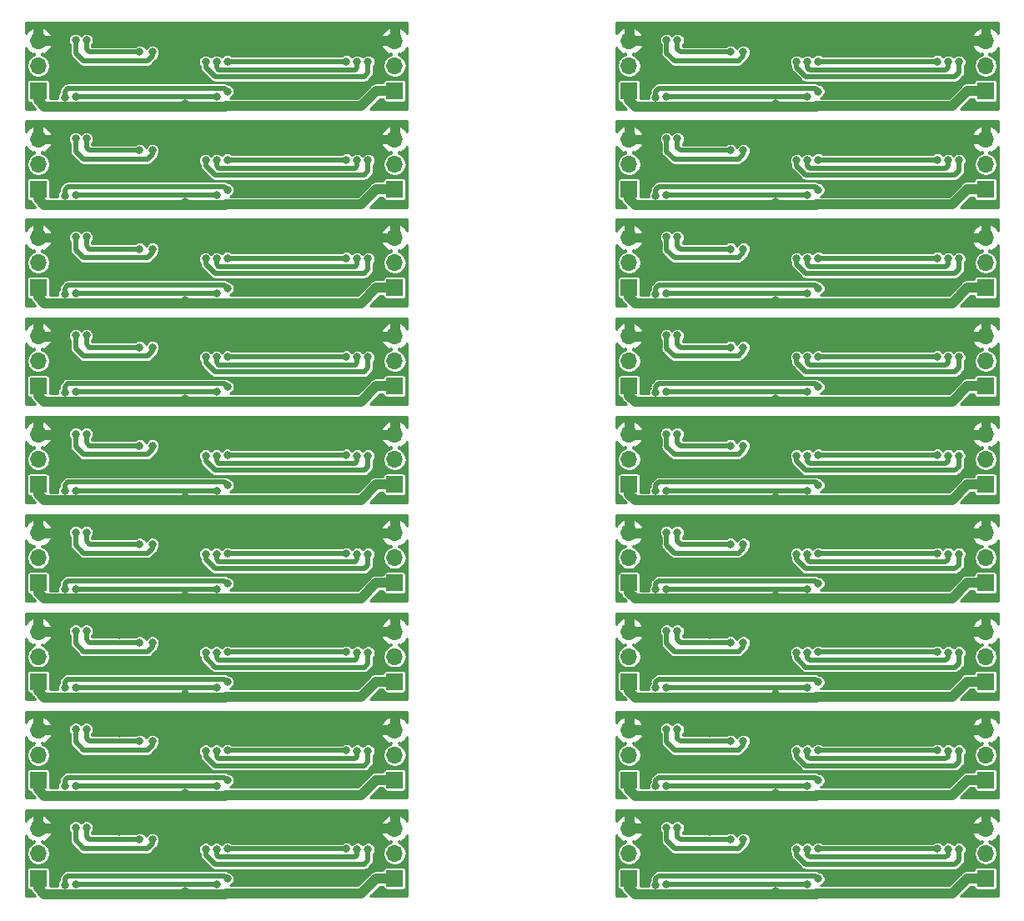
<source format=gbr>
G04 #@! TF.GenerationSoftware,KiCad,Pcbnew,(5.0.2)-1*
G04 #@! TF.CreationDate,2019-05-18T23:58:48-05:00*
G04 #@! TF.ProjectId,pixelote,70697865-6c6f-4746-952e-6b696361645f,rev?*
G04 #@! TF.SameCoordinates,Original*
G04 #@! TF.FileFunction,Copper,L2,Bot*
G04 #@! TF.FilePolarity,Positive*
%FSLAX46Y46*%
G04 Gerber Fmt 4.6, Leading zero omitted, Abs format (unit mm)*
G04 Created by KiCad (PCBNEW (5.0.2)-1) date 5/18/2019 11:58:48 PM*
%MOMM*%
%LPD*%
G01*
G04 APERTURE LIST*
G04 #@! TA.AperFunction,ComponentPad*
%ADD10R,1.700000X1.700000*%
G04 #@! TD*
G04 #@! TA.AperFunction,ComponentPad*
%ADD11O,1.700000X1.700000*%
G04 #@! TD*
G04 #@! TA.AperFunction,ViaPad*
%ADD12C,0.800000*%
G04 #@! TD*
G04 #@! TA.AperFunction,Conductor*
%ADD13C,0.500000*%
G04 #@! TD*
G04 #@! TA.AperFunction,Conductor*
%ADD14C,1.000000*%
G04 #@! TD*
G04 #@! TA.AperFunction,Conductor*
%ADD15C,0.254000*%
G04 #@! TD*
G04 APERTURE END LIST*
D10*
G04 #@! TO.P,J2,1*
G04 #@! TO.N,+12V*
X188250000Y-137440000D03*
D11*
G04 #@! TO.P,J2,2*
G04 #@! TO.N,Net-(J2-Pad2)*
X188250000Y-134900000D03*
G04 #@! TO.P,J2,3*
G04 #@! TO.N,GND*
X188250000Y-132360000D03*
G04 #@! TD*
D10*
G04 #@! TO.P,J2,1*
G04 #@! TO.N,+12V*
X128250000Y-137440000D03*
D11*
G04 #@! TO.P,J2,2*
G04 #@! TO.N,Net-(J2-Pad2)*
X128250000Y-134900000D03*
G04 #@! TO.P,J2,3*
G04 #@! TO.N,GND*
X128250000Y-132360000D03*
G04 #@! TD*
D10*
G04 #@! TO.P,J2,1*
G04 #@! TO.N,+12V*
X188250000Y-127440000D03*
D11*
G04 #@! TO.P,J2,2*
G04 #@! TO.N,Net-(J2-Pad2)*
X188250000Y-124900000D03*
G04 #@! TO.P,J2,3*
G04 #@! TO.N,GND*
X188250000Y-122360000D03*
G04 #@! TD*
D10*
G04 #@! TO.P,J2,1*
G04 #@! TO.N,+12V*
X128250000Y-127440000D03*
D11*
G04 #@! TO.P,J2,2*
G04 #@! TO.N,Net-(J2-Pad2)*
X128250000Y-124900000D03*
G04 #@! TO.P,J2,3*
G04 #@! TO.N,GND*
X128250000Y-122360000D03*
G04 #@! TD*
D10*
G04 #@! TO.P,J2,1*
G04 #@! TO.N,+12V*
X188250000Y-117440000D03*
D11*
G04 #@! TO.P,J2,2*
G04 #@! TO.N,Net-(J2-Pad2)*
X188250000Y-114900000D03*
G04 #@! TO.P,J2,3*
G04 #@! TO.N,GND*
X188250000Y-112360000D03*
G04 #@! TD*
D10*
G04 #@! TO.P,J2,1*
G04 #@! TO.N,+12V*
X128250000Y-117440000D03*
D11*
G04 #@! TO.P,J2,2*
G04 #@! TO.N,Net-(J2-Pad2)*
X128250000Y-114900000D03*
G04 #@! TO.P,J2,3*
G04 #@! TO.N,GND*
X128250000Y-112360000D03*
G04 #@! TD*
D10*
G04 #@! TO.P,J2,1*
G04 #@! TO.N,+12V*
X188250000Y-107440000D03*
D11*
G04 #@! TO.P,J2,2*
G04 #@! TO.N,Net-(J2-Pad2)*
X188250000Y-104900000D03*
G04 #@! TO.P,J2,3*
G04 #@! TO.N,GND*
X188250000Y-102360000D03*
G04 #@! TD*
D10*
G04 #@! TO.P,J2,1*
G04 #@! TO.N,+12V*
X128250000Y-107440000D03*
D11*
G04 #@! TO.P,J2,2*
G04 #@! TO.N,Net-(J2-Pad2)*
X128250000Y-104900000D03*
G04 #@! TO.P,J2,3*
G04 #@! TO.N,GND*
X128250000Y-102360000D03*
G04 #@! TD*
D10*
G04 #@! TO.P,J2,1*
G04 #@! TO.N,+12V*
X188250000Y-97440000D03*
D11*
G04 #@! TO.P,J2,2*
G04 #@! TO.N,Net-(J2-Pad2)*
X188250000Y-94900000D03*
G04 #@! TO.P,J2,3*
G04 #@! TO.N,GND*
X188250000Y-92360000D03*
G04 #@! TD*
D10*
G04 #@! TO.P,J2,1*
G04 #@! TO.N,+12V*
X128250000Y-97440000D03*
D11*
G04 #@! TO.P,J2,2*
G04 #@! TO.N,Net-(J2-Pad2)*
X128250000Y-94900000D03*
G04 #@! TO.P,J2,3*
G04 #@! TO.N,GND*
X128250000Y-92360000D03*
G04 #@! TD*
D10*
G04 #@! TO.P,J2,1*
G04 #@! TO.N,+12V*
X188250000Y-87440000D03*
D11*
G04 #@! TO.P,J2,2*
G04 #@! TO.N,Net-(J2-Pad2)*
X188250000Y-84900000D03*
G04 #@! TO.P,J2,3*
G04 #@! TO.N,GND*
X188250000Y-82360000D03*
G04 #@! TD*
D10*
G04 #@! TO.P,J2,1*
G04 #@! TO.N,+12V*
X128250000Y-87440000D03*
D11*
G04 #@! TO.P,J2,2*
G04 #@! TO.N,Net-(J2-Pad2)*
X128250000Y-84900000D03*
G04 #@! TO.P,J2,3*
G04 #@! TO.N,GND*
X128250000Y-82360000D03*
G04 #@! TD*
D10*
G04 #@! TO.P,J2,1*
G04 #@! TO.N,+12V*
X188250000Y-77440000D03*
D11*
G04 #@! TO.P,J2,2*
G04 #@! TO.N,Net-(J2-Pad2)*
X188250000Y-74900000D03*
G04 #@! TO.P,J2,3*
G04 #@! TO.N,GND*
X188250000Y-72360000D03*
G04 #@! TD*
D10*
G04 #@! TO.P,J2,1*
G04 #@! TO.N,+12V*
X128250000Y-77440000D03*
D11*
G04 #@! TO.P,J2,2*
G04 #@! TO.N,Net-(J2-Pad2)*
X128250000Y-74900000D03*
G04 #@! TO.P,J2,3*
G04 #@! TO.N,GND*
X128250000Y-72360000D03*
G04 #@! TD*
D10*
G04 #@! TO.P,J2,1*
G04 #@! TO.N,+12V*
X188250000Y-67440000D03*
D11*
G04 #@! TO.P,J2,2*
G04 #@! TO.N,Net-(J2-Pad2)*
X188250000Y-64900000D03*
G04 #@! TO.P,J2,3*
G04 #@! TO.N,GND*
X188250000Y-62360000D03*
G04 #@! TD*
D10*
G04 #@! TO.P,J2,1*
G04 #@! TO.N,+12V*
X128250000Y-67440000D03*
D11*
G04 #@! TO.P,J2,2*
G04 #@! TO.N,Net-(J2-Pad2)*
X128250000Y-64900000D03*
G04 #@! TO.P,J2,3*
G04 #@! TO.N,GND*
X128250000Y-62360000D03*
G04 #@! TD*
D10*
G04 #@! TO.P,J2,1*
G04 #@! TO.N,+12V*
X188250000Y-57440000D03*
D11*
G04 #@! TO.P,J2,2*
G04 #@! TO.N,Net-(J2-Pad2)*
X188250000Y-54900000D03*
G04 #@! TO.P,J2,3*
G04 #@! TO.N,GND*
X188250000Y-52360000D03*
G04 #@! TD*
D10*
G04 #@! TO.P,J1,1*
G04 #@! TO.N,+12V*
X152050000Y-137440000D03*
D11*
G04 #@! TO.P,J1,2*
G04 #@! TO.N,Net-(J1-Pad2)*
X152050000Y-134900000D03*
G04 #@! TO.P,J1,3*
G04 #@! TO.N,GND*
X152050000Y-132360000D03*
G04 #@! TD*
D10*
G04 #@! TO.P,J1,1*
G04 #@! TO.N,+12V*
X92050000Y-137440000D03*
D11*
G04 #@! TO.P,J1,2*
G04 #@! TO.N,Net-(J1-Pad2)*
X92050000Y-134900000D03*
G04 #@! TO.P,J1,3*
G04 #@! TO.N,GND*
X92050000Y-132360000D03*
G04 #@! TD*
D10*
G04 #@! TO.P,J1,1*
G04 #@! TO.N,+12V*
X152050000Y-127440000D03*
D11*
G04 #@! TO.P,J1,2*
G04 #@! TO.N,Net-(J1-Pad2)*
X152050000Y-124900000D03*
G04 #@! TO.P,J1,3*
G04 #@! TO.N,GND*
X152050000Y-122360000D03*
G04 #@! TD*
D10*
G04 #@! TO.P,J1,1*
G04 #@! TO.N,+12V*
X92050000Y-127440000D03*
D11*
G04 #@! TO.P,J1,2*
G04 #@! TO.N,Net-(J1-Pad2)*
X92050000Y-124900000D03*
G04 #@! TO.P,J1,3*
G04 #@! TO.N,GND*
X92050000Y-122360000D03*
G04 #@! TD*
D10*
G04 #@! TO.P,J1,1*
G04 #@! TO.N,+12V*
X152050000Y-117440000D03*
D11*
G04 #@! TO.P,J1,2*
G04 #@! TO.N,Net-(J1-Pad2)*
X152050000Y-114900000D03*
G04 #@! TO.P,J1,3*
G04 #@! TO.N,GND*
X152050000Y-112360000D03*
G04 #@! TD*
D10*
G04 #@! TO.P,J1,1*
G04 #@! TO.N,+12V*
X92050000Y-117440000D03*
D11*
G04 #@! TO.P,J1,2*
G04 #@! TO.N,Net-(J1-Pad2)*
X92050000Y-114900000D03*
G04 #@! TO.P,J1,3*
G04 #@! TO.N,GND*
X92050000Y-112360000D03*
G04 #@! TD*
D10*
G04 #@! TO.P,J1,1*
G04 #@! TO.N,+12V*
X152050000Y-107440000D03*
D11*
G04 #@! TO.P,J1,2*
G04 #@! TO.N,Net-(J1-Pad2)*
X152050000Y-104900000D03*
G04 #@! TO.P,J1,3*
G04 #@! TO.N,GND*
X152050000Y-102360000D03*
G04 #@! TD*
D10*
G04 #@! TO.P,J1,1*
G04 #@! TO.N,+12V*
X92050000Y-107440000D03*
D11*
G04 #@! TO.P,J1,2*
G04 #@! TO.N,Net-(J1-Pad2)*
X92050000Y-104900000D03*
G04 #@! TO.P,J1,3*
G04 #@! TO.N,GND*
X92050000Y-102360000D03*
G04 #@! TD*
D10*
G04 #@! TO.P,J1,1*
G04 #@! TO.N,+12V*
X152050000Y-97440000D03*
D11*
G04 #@! TO.P,J1,2*
G04 #@! TO.N,Net-(J1-Pad2)*
X152050000Y-94900000D03*
G04 #@! TO.P,J1,3*
G04 #@! TO.N,GND*
X152050000Y-92360000D03*
G04 #@! TD*
D10*
G04 #@! TO.P,J1,1*
G04 #@! TO.N,+12V*
X92050000Y-97440000D03*
D11*
G04 #@! TO.P,J1,2*
G04 #@! TO.N,Net-(J1-Pad2)*
X92050000Y-94900000D03*
G04 #@! TO.P,J1,3*
G04 #@! TO.N,GND*
X92050000Y-92360000D03*
G04 #@! TD*
D10*
G04 #@! TO.P,J1,1*
G04 #@! TO.N,+12V*
X152050000Y-87440000D03*
D11*
G04 #@! TO.P,J1,2*
G04 #@! TO.N,Net-(J1-Pad2)*
X152050000Y-84900000D03*
G04 #@! TO.P,J1,3*
G04 #@! TO.N,GND*
X152050000Y-82360000D03*
G04 #@! TD*
D10*
G04 #@! TO.P,J1,1*
G04 #@! TO.N,+12V*
X92050000Y-87440000D03*
D11*
G04 #@! TO.P,J1,2*
G04 #@! TO.N,Net-(J1-Pad2)*
X92050000Y-84900000D03*
G04 #@! TO.P,J1,3*
G04 #@! TO.N,GND*
X92050000Y-82360000D03*
G04 #@! TD*
D10*
G04 #@! TO.P,J1,1*
G04 #@! TO.N,+12V*
X152050000Y-77440000D03*
D11*
G04 #@! TO.P,J1,2*
G04 #@! TO.N,Net-(J1-Pad2)*
X152050000Y-74900000D03*
G04 #@! TO.P,J1,3*
G04 #@! TO.N,GND*
X152050000Y-72360000D03*
G04 #@! TD*
D10*
G04 #@! TO.P,J1,1*
G04 #@! TO.N,+12V*
X92050000Y-77440000D03*
D11*
G04 #@! TO.P,J1,2*
G04 #@! TO.N,Net-(J1-Pad2)*
X92050000Y-74900000D03*
G04 #@! TO.P,J1,3*
G04 #@! TO.N,GND*
X92050000Y-72360000D03*
G04 #@! TD*
D10*
G04 #@! TO.P,J1,1*
G04 #@! TO.N,+12V*
X152050000Y-67440000D03*
D11*
G04 #@! TO.P,J1,2*
G04 #@! TO.N,Net-(J1-Pad2)*
X152050000Y-64900000D03*
G04 #@! TO.P,J1,3*
G04 #@! TO.N,GND*
X152050000Y-62360000D03*
G04 #@! TD*
D10*
G04 #@! TO.P,J1,1*
G04 #@! TO.N,+12V*
X92050000Y-67440000D03*
D11*
G04 #@! TO.P,J1,2*
G04 #@! TO.N,Net-(J1-Pad2)*
X92050000Y-64900000D03*
G04 #@! TO.P,J1,3*
G04 #@! TO.N,GND*
X92050000Y-62360000D03*
G04 #@! TD*
D10*
G04 #@! TO.P,J1,1*
G04 #@! TO.N,+12V*
X152050000Y-57440000D03*
D11*
G04 #@! TO.P,J1,2*
G04 #@! TO.N,Net-(J1-Pad2)*
X152050000Y-54900000D03*
G04 #@! TO.P,J1,3*
G04 #@! TO.N,GND*
X152050000Y-52360000D03*
G04 #@! TD*
G04 #@! TO.P,J1,3*
G04 #@! TO.N,GND*
X92050000Y-52360000D03*
G04 #@! TO.P,J1,2*
G04 #@! TO.N,Net-(J1-Pad2)*
X92050000Y-54900000D03*
D10*
G04 #@! TO.P,J1,1*
G04 #@! TO.N,+12V*
X92050000Y-57440000D03*
G04 #@! TD*
D11*
G04 #@! TO.P,J2,3*
G04 #@! TO.N,GND*
X128250000Y-52360000D03*
G04 #@! TO.P,J2,2*
G04 #@! TO.N,Net-(J2-Pad2)*
X128250000Y-54900000D03*
D10*
G04 #@! TO.P,J2,1*
G04 #@! TO.N,+12V*
X128250000Y-57440000D03*
G04 #@! TD*
D12*
G04 #@! TO.N,Net-(D1-Pad2)*
X95850000Y-52300000D03*
X103650000Y-53500000D03*
X155850000Y-52300000D03*
X95850000Y-62300000D03*
X155850000Y-62300000D03*
X95850000Y-72300000D03*
X155850000Y-72300000D03*
X95850000Y-82300000D03*
X155850000Y-82300000D03*
X95850000Y-92300000D03*
X155850000Y-92300000D03*
X95850000Y-102300000D03*
X155850000Y-102300000D03*
X95850000Y-112300000D03*
X155850000Y-112300000D03*
X95850000Y-122300000D03*
X155850000Y-122300000D03*
X95850000Y-132300000D03*
X155850000Y-132300000D03*
X163650000Y-53500000D03*
X103650000Y-63500000D03*
X163650000Y-63500000D03*
X103650000Y-73500000D03*
X163650000Y-73500000D03*
X103650000Y-83500000D03*
X163650000Y-83500000D03*
X103650000Y-93500000D03*
X163650000Y-93500000D03*
X103650000Y-103500000D03*
X163650000Y-103500000D03*
X103650000Y-113500000D03*
X163650000Y-113500000D03*
X103650000Y-123500000D03*
X163650000Y-123500000D03*
X103650000Y-133500000D03*
X163650000Y-133500000D03*
G04 #@! TO.N,Net-(D1-Pad3)*
X96950000Y-52300000D03*
X102350000Y-53500000D03*
X162350000Y-53500000D03*
X102350000Y-63500000D03*
X162350000Y-63500000D03*
X102350000Y-73500000D03*
X162350000Y-73500000D03*
X102350000Y-83500000D03*
X162350000Y-83500000D03*
X102350000Y-93500000D03*
X162350000Y-93500000D03*
X102350000Y-103500000D03*
X162350000Y-103500000D03*
X102350000Y-113500000D03*
X162350000Y-113500000D03*
X102350000Y-123500000D03*
X162350000Y-123500000D03*
X102350000Y-133500000D03*
X162350000Y-133500000D03*
X156950000Y-52300000D03*
X96950000Y-62300000D03*
X156950000Y-62300000D03*
X96950000Y-72300000D03*
X156950000Y-72300000D03*
X96950000Y-82300000D03*
X156950000Y-82300000D03*
X96950000Y-92300000D03*
X156950000Y-92300000D03*
X96950000Y-102300000D03*
X156950000Y-102300000D03*
X96950000Y-112300000D03*
X156950000Y-112300000D03*
X96950000Y-122300000D03*
X156950000Y-122300000D03*
X96950000Y-132300000D03*
X156950000Y-132300000D03*
G04 #@! TO.N,Net-(D1-Pad5)*
X95850000Y-58050010D03*
X110158529Y-58050010D03*
X170158529Y-58050010D03*
X110158529Y-68050010D03*
X170158529Y-68050010D03*
X110158529Y-78050010D03*
X170158529Y-78050010D03*
X110158529Y-88050010D03*
X170158529Y-88050010D03*
X110158529Y-98050010D03*
X170158529Y-98050010D03*
X110158529Y-108050010D03*
X170158529Y-108050010D03*
X110158529Y-118050010D03*
X170158529Y-118050010D03*
X110158529Y-128050010D03*
X170158529Y-128050010D03*
X110158529Y-138050010D03*
X170158529Y-138050010D03*
X155850000Y-58050010D03*
X95850000Y-68050010D03*
X155850000Y-68050010D03*
X95850000Y-78050010D03*
X155850000Y-78050010D03*
X95850000Y-88050010D03*
X155850000Y-88050010D03*
X95850000Y-98050010D03*
X155850000Y-98050010D03*
X95850000Y-108050010D03*
X155850000Y-108050010D03*
X95850000Y-118050010D03*
X155850000Y-118050010D03*
X95850000Y-128050010D03*
X155850000Y-128050010D03*
X95850000Y-138050010D03*
X155850000Y-138050010D03*
G04 #@! TO.N,Net-(D1-Pad6)*
X94750000Y-58100000D03*
X111250000Y-57500000D03*
X171250000Y-57500000D03*
X111250000Y-67500000D03*
X171250000Y-67500000D03*
X111250000Y-77500000D03*
X171250000Y-77500000D03*
X111250000Y-87500000D03*
X171250000Y-87500000D03*
X111250000Y-97500000D03*
X171250000Y-97500000D03*
X111250000Y-107500000D03*
X171250000Y-107500000D03*
X111250000Y-117500000D03*
X171250000Y-117500000D03*
X111250000Y-127500000D03*
X171250000Y-127500000D03*
X111250000Y-137500000D03*
X171250000Y-137500000D03*
X154750000Y-58100000D03*
X94750000Y-68100000D03*
X154750000Y-68100000D03*
X94750000Y-78100000D03*
X154750000Y-78100000D03*
X94750000Y-88100000D03*
X154750000Y-88100000D03*
X94750000Y-98100000D03*
X154750000Y-98100000D03*
X94750000Y-108100000D03*
X154750000Y-108100000D03*
X94750000Y-118100000D03*
X154750000Y-118100000D03*
X94750000Y-128100000D03*
X154750000Y-128100000D03*
X94750000Y-138100000D03*
X154750000Y-138100000D03*
G04 #@! TO.N,Net-(D2-Pad6)*
X123350000Y-54449968D03*
X111255387Y-54449968D03*
X183350000Y-54449968D03*
X123350000Y-64449968D03*
X183350000Y-64449968D03*
X123350000Y-74449968D03*
X183350000Y-74449968D03*
X123350000Y-84449968D03*
X183350000Y-84449968D03*
X123350000Y-94449968D03*
X183350000Y-94449968D03*
X123350000Y-104449968D03*
X183350000Y-104449968D03*
X123350000Y-114449968D03*
X183350000Y-114449968D03*
X123350000Y-124449968D03*
X183350000Y-124449968D03*
X123350000Y-134449968D03*
X183350000Y-134449968D03*
X171255387Y-54449968D03*
X111255387Y-64449968D03*
X171255387Y-64449968D03*
X111255387Y-74449968D03*
X171255387Y-74449968D03*
X111255387Y-84449968D03*
X171255387Y-84449968D03*
X111255387Y-94449968D03*
X171255387Y-94449968D03*
X111255387Y-104449968D03*
X171255387Y-104449968D03*
X111255387Y-114449968D03*
X171255387Y-114449968D03*
X111255387Y-124449968D03*
X171255387Y-124449968D03*
X111255387Y-134449968D03*
X171255387Y-134449968D03*
G04 #@! TO.N,Net-(D2-Pad4)*
X125550000Y-54500000D03*
X109050000Y-54500000D03*
X185550000Y-54500000D03*
X125550000Y-64500000D03*
X185550000Y-64500000D03*
X125550000Y-74500000D03*
X185550000Y-74500000D03*
X125550000Y-84500000D03*
X185550000Y-84500000D03*
X125550000Y-94500000D03*
X185550000Y-94500000D03*
X125550000Y-104500000D03*
X185550000Y-104500000D03*
X125550000Y-114500000D03*
X185550000Y-114500000D03*
X125550000Y-124500000D03*
X185550000Y-124500000D03*
X125550000Y-134500000D03*
X185550000Y-134500000D03*
X169050000Y-54500000D03*
X109050000Y-64500000D03*
X169050000Y-64500000D03*
X109050000Y-74500000D03*
X169050000Y-74500000D03*
X109050000Y-84500000D03*
X169050000Y-84500000D03*
X109050000Y-94500000D03*
X169050000Y-94500000D03*
X109050000Y-104500000D03*
X169050000Y-104500000D03*
X109050000Y-114500000D03*
X169050000Y-114500000D03*
X109050000Y-124500000D03*
X169050000Y-124500000D03*
X109050000Y-134500000D03*
X169050000Y-134500000D03*
G04 #@! TO.N,Net-(D2-Pad5)*
X124450000Y-54500000D03*
X110150000Y-54500000D03*
X170150000Y-54500000D03*
X110150000Y-64500000D03*
X170150000Y-64500000D03*
X110150000Y-74500000D03*
X170150000Y-74500000D03*
X110150000Y-84500000D03*
X170150000Y-84500000D03*
X110150000Y-94500000D03*
X170150000Y-94500000D03*
X110150000Y-104500000D03*
X170150000Y-104500000D03*
X110150000Y-114500000D03*
X170150000Y-114500000D03*
X110150000Y-124500000D03*
X170150000Y-124500000D03*
X110150000Y-134500000D03*
X170150000Y-134500000D03*
X184450000Y-54500000D03*
X124450000Y-64500000D03*
X184450000Y-64500000D03*
X124450000Y-74500000D03*
X184450000Y-74500000D03*
X124450000Y-84500000D03*
X184450000Y-84500000D03*
X124450000Y-94500000D03*
X184450000Y-94500000D03*
X124450000Y-104500000D03*
X184450000Y-104500000D03*
X124450000Y-114500000D03*
X184450000Y-114500000D03*
X124450000Y-124500000D03*
X184450000Y-124500000D03*
X124450000Y-134500000D03*
X184450000Y-134500000D03*
G04 #@! TO.N,+12V*
X117350000Y-59000000D03*
X106950000Y-58700000D03*
X177350000Y-59000000D03*
X117350000Y-69000000D03*
X177350000Y-69000000D03*
X117350000Y-79000000D03*
X177350000Y-79000000D03*
X117350000Y-89000000D03*
X177350000Y-89000000D03*
X117350000Y-99000000D03*
X177350000Y-99000000D03*
X117350000Y-109000000D03*
X177350000Y-109000000D03*
X117350000Y-119000000D03*
X177350000Y-119000000D03*
X117350000Y-129000000D03*
X177350000Y-129000000D03*
X117350000Y-139000000D03*
X177350000Y-139000000D03*
X166950000Y-58700000D03*
X106950000Y-68700000D03*
X166950000Y-68700000D03*
X106950000Y-78700000D03*
X166950000Y-78700000D03*
X106950000Y-88700000D03*
X166950000Y-88700000D03*
X106950000Y-98700000D03*
X166950000Y-98700000D03*
X106950000Y-108700000D03*
X166950000Y-108700000D03*
X106950000Y-118700000D03*
X166950000Y-118700000D03*
X106950000Y-128700000D03*
X166950000Y-128700000D03*
X106950000Y-138700000D03*
X166950000Y-138700000D03*
G04 #@! TO.N,GND*
X100250000Y-52700000D03*
X113250000Y-53000000D03*
X118650000Y-52700000D03*
X115950000Y-52700000D03*
X125550000Y-51800000D03*
X124450000Y-51800000D03*
X175950000Y-52700000D03*
X115950000Y-62700000D03*
X175950000Y-62700000D03*
X115950000Y-72700000D03*
X175950000Y-72700000D03*
X115950000Y-82700000D03*
X175950000Y-82700000D03*
X115950000Y-92700000D03*
X175950000Y-92700000D03*
X115950000Y-102700000D03*
X175950000Y-102700000D03*
X115950000Y-112700000D03*
X175950000Y-112700000D03*
X115950000Y-122700000D03*
X175950000Y-122700000D03*
X115950000Y-132700000D03*
X175950000Y-132700000D03*
X160250000Y-52700000D03*
X100250000Y-62700000D03*
X160250000Y-62700000D03*
X100250000Y-72700000D03*
X160250000Y-72700000D03*
X100250000Y-82700000D03*
X160250000Y-82700000D03*
X100250000Y-92700000D03*
X160250000Y-92700000D03*
X100250000Y-102700000D03*
X160250000Y-102700000D03*
X100250000Y-112700000D03*
X160250000Y-112700000D03*
X100250000Y-122700000D03*
X160250000Y-122700000D03*
X100250000Y-132700000D03*
X160250000Y-132700000D03*
X178650000Y-52700000D03*
X118650000Y-62700000D03*
X178650000Y-62700000D03*
X118650000Y-72700000D03*
X178650000Y-72700000D03*
X118650000Y-82700000D03*
X178650000Y-82700000D03*
X118650000Y-92700000D03*
X178650000Y-92700000D03*
X118650000Y-102700000D03*
X178650000Y-102700000D03*
X118650000Y-112700000D03*
X178650000Y-112700000D03*
X118650000Y-122700000D03*
X178650000Y-122700000D03*
X118650000Y-132700000D03*
X178650000Y-132700000D03*
X184450000Y-51800000D03*
X124450000Y-61800000D03*
X184450000Y-61800000D03*
X124450000Y-71800000D03*
X184450000Y-71800000D03*
X124450000Y-81800000D03*
X184450000Y-81800000D03*
X124450000Y-91800000D03*
X184450000Y-91800000D03*
X124450000Y-101800000D03*
X184450000Y-101800000D03*
X124450000Y-111800000D03*
X184450000Y-111800000D03*
X124450000Y-121800000D03*
X184450000Y-121800000D03*
X124450000Y-131800000D03*
X184450000Y-131800000D03*
X185550000Y-51800000D03*
X125550000Y-61800000D03*
X185550000Y-61800000D03*
X125550000Y-71800000D03*
X185550000Y-71800000D03*
X125550000Y-81800000D03*
X185550000Y-81800000D03*
X125550000Y-91800000D03*
X185550000Y-91800000D03*
X125550000Y-101800000D03*
X185550000Y-101800000D03*
X125550000Y-111800000D03*
X185550000Y-111800000D03*
X125550000Y-121800000D03*
X185550000Y-121800000D03*
X125550000Y-131800000D03*
X185550000Y-131800000D03*
X173250000Y-53000000D03*
X113250000Y-63000000D03*
X173250000Y-63000000D03*
X113250000Y-73000000D03*
X173250000Y-73000000D03*
X113250000Y-83000000D03*
X173250000Y-83000000D03*
X113250000Y-93000000D03*
X173250000Y-93000000D03*
X113250000Y-103000000D03*
X173250000Y-103000000D03*
X113250000Y-113000000D03*
X173250000Y-113000000D03*
X113250000Y-123000000D03*
X173250000Y-123000000D03*
X113250000Y-133000000D03*
X173250000Y-133000000D03*
G04 #@! TD*
D13*
G04 #@! TO.N,Net-(D1-Pad2)*
X103650000Y-53900000D02*
X103650000Y-53500000D01*
X103150000Y-54400000D02*
X103650000Y-53900000D01*
X96650000Y-54400000D02*
X103150000Y-54400000D01*
X95850000Y-52300000D02*
X95850000Y-53600000D01*
X95850000Y-53600000D02*
X96650000Y-54400000D01*
X163650000Y-53900000D02*
X163650000Y-53500000D01*
X103650000Y-63900000D02*
X103650000Y-63500000D01*
X163650000Y-63900000D02*
X163650000Y-63500000D01*
X103650000Y-73900000D02*
X103650000Y-73500000D01*
X163650000Y-73900000D02*
X163650000Y-73500000D01*
X103650000Y-83900000D02*
X103650000Y-83500000D01*
X163650000Y-83900000D02*
X163650000Y-83500000D01*
X103650000Y-93900000D02*
X103650000Y-93500000D01*
X163650000Y-93900000D02*
X163650000Y-93500000D01*
X103650000Y-103900000D02*
X103650000Y-103500000D01*
X163650000Y-103900000D02*
X163650000Y-103500000D01*
X103650000Y-113900000D02*
X103650000Y-113500000D01*
X163650000Y-113900000D02*
X163650000Y-113500000D01*
X103650000Y-123900000D02*
X103650000Y-123500000D01*
X163650000Y-123900000D02*
X163650000Y-123500000D01*
X103650000Y-133900000D02*
X103650000Y-133500000D01*
X163650000Y-133900000D02*
X163650000Y-133500000D01*
X163150000Y-54400000D02*
X163650000Y-53900000D01*
X103150000Y-64400000D02*
X103650000Y-63900000D01*
X163150000Y-64400000D02*
X163650000Y-63900000D01*
X103150000Y-74400000D02*
X103650000Y-73900000D01*
X163150000Y-74400000D02*
X163650000Y-73900000D01*
X103150000Y-84400000D02*
X103650000Y-83900000D01*
X163150000Y-84400000D02*
X163650000Y-83900000D01*
X103150000Y-94400000D02*
X103650000Y-93900000D01*
X163150000Y-94400000D02*
X163650000Y-93900000D01*
X103150000Y-104400000D02*
X103650000Y-103900000D01*
X163150000Y-104400000D02*
X163650000Y-103900000D01*
X103150000Y-114400000D02*
X103650000Y-113900000D01*
X163150000Y-114400000D02*
X163650000Y-113900000D01*
X103150000Y-124400000D02*
X103650000Y-123900000D01*
X163150000Y-124400000D02*
X163650000Y-123900000D01*
X103150000Y-134400000D02*
X103650000Y-133900000D01*
X163150000Y-134400000D02*
X163650000Y-133900000D01*
X155850000Y-53600000D02*
X156650000Y-54400000D01*
X95850000Y-63600000D02*
X96650000Y-64400000D01*
X155850000Y-63600000D02*
X156650000Y-64400000D01*
X95850000Y-73600000D02*
X96650000Y-74400000D01*
X155850000Y-73600000D02*
X156650000Y-74400000D01*
X95850000Y-83600000D02*
X96650000Y-84400000D01*
X155850000Y-83600000D02*
X156650000Y-84400000D01*
X95850000Y-93600000D02*
X96650000Y-94400000D01*
X155850000Y-93600000D02*
X156650000Y-94400000D01*
X95850000Y-103600000D02*
X96650000Y-104400000D01*
X155850000Y-103600000D02*
X156650000Y-104400000D01*
X95850000Y-113600000D02*
X96650000Y-114400000D01*
X155850000Y-113600000D02*
X156650000Y-114400000D01*
X95850000Y-123600000D02*
X96650000Y-124400000D01*
X155850000Y-123600000D02*
X156650000Y-124400000D01*
X95850000Y-133600000D02*
X96650000Y-134400000D01*
X155850000Y-133600000D02*
X156650000Y-134400000D01*
X155850000Y-52300000D02*
X155850000Y-53600000D01*
X95850000Y-62300000D02*
X95850000Y-63600000D01*
X155850000Y-62300000D02*
X155850000Y-63600000D01*
X95850000Y-72300000D02*
X95850000Y-73600000D01*
X155850000Y-72300000D02*
X155850000Y-73600000D01*
X95850000Y-82300000D02*
X95850000Y-83600000D01*
X155850000Y-82300000D02*
X155850000Y-83600000D01*
X95850000Y-92300000D02*
X95850000Y-93600000D01*
X155850000Y-92300000D02*
X155850000Y-93600000D01*
X95850000Y-102300000D02*
X95850000Y-103600000D01*
X155850000Y-102300000D02*
X155850000Y-103600000D01*
X95850000Y-112300000D02*
X95850000Y-113600000D01*
X155850000Y-112300000D02*
X155850000Y-113600000D01*
X95850000Y-122300000D02*
X95850000Y-123600000D01*
X155850000Y-122300000D02*
X155850000Y-123600000D01*
X95850000Y-132300000D02*
X95850000Y-133600000D01*
X155850000Y-132300000D02*
X155850000Y-133600000D01*
X156650000Y-54400000D02*
X163150000Y-54400000D01*
X96650000Y-64400000D02*
X103150000Y-64400000D01*
X156650000Y-64400000D02*
X163150000Y-64400000D01*
X96650000Y-74400000D02*
X103150000Y-74400000D01*
X156650000Y-74400000D02*
X163150000Y-74400000D01*
X96650000Y-84400000D02*
X103150000Y-84400000D01*
X156650000Y-84400000D02*
X163150000Y-84400000D01*
X96650000Y-94400000D02*
X103150000Y-94400000D01*
X156650000Y-94400000D02*
X163150000Y-94400000D01*
X96650000Y-104400000D02*
X103150000Y-104400000D01*
X156650000Y-104400000D02*
X163150000Y-104400000D01*
X96650000Y-114400000D02*
X103150000Y-114400000D01*
X156650000Y-114400000D02*
X163150000Y-114400000D01*
X96650000Y-124400000D02*
X103150000Y-124400000D01*
X156650000Y-124400000D02*
X163150000Y-124400000D01*
X96650000Y-134400000D02*
X103150000Y-134400000D01*
X156650000Y-134400000D02*
X163150000Y-134400000D01*
G04 #@! TO.N,Net-(D1-Pad3)*
X96950000Y-52300000D02*
X96950000Y-53200000D01*
X97250000Y-53500000D02*
X102350000Y-53500000D01*
X96950000Y-53200000D02*
X97250000Y-53500000D01*
X157250000Y-53500000D02*
X162350000Y-53500000D01*
X97250000Y-63500000D02*
X102350000Y-63500000D01*
X157250000Y-63500000D02*
X162350000Y-63500000D01*
X97250000Y-73500000D02*
X102350000Y-73500000D01*
X157250000Y-73500000D02*
X162350000Y-73500000D01*
X97250000Y-83500000D02*
X102350000Y-83500000D01*
X157250000Y-83500000D02*
X162350000Y-83500000D01*
X97250000Y-93500000D02*
X102350000Y-93500000D01*
X157250000Y-93500000D02*
X162350000Y-93500000D01*
X97250000Y-103500000D02*
X102350000Y-103500000D01*
X157250000Y-103500000D02*
X162350000Y-103500000D01*
X97250000Y-113500000D02*
X102350000Y-113500000D01*
X157250000Y-113500000D02*
X162350000Y-113500000D01*
X97250000Y-123500000D02*
X102350000Y-123500000D01*
X157250000Y-123500000D02*
X162350000Y-123500000D01*
X97250000Y-133500000D02*
X102350000Y-133500000D01*
X157250000Y-133500000D02*
X162350000Y-133500000D01*
X156950000Y-52300000D02*
X156950000Y-53200000D01*
X96950000Y-62300000D02*
X96950000Y-63200000D01*
X156950000Y-62300000D02*
X156950000Y-63200000D01*
X96950000Y-72300000D02*
X96950000Y-73200000D01*
X156950000Y-72300000D02*
X156950000Y-73200000D01*
X96950000Y-82300000D02*
X96950000Y-83200000D01*
X156950000Y-82300000D02*
X156950000Y-83200000D01*
X96950000Y-92300000D02*
X96950000Y-93200000D01*
X156950000Y-92300000D02*
X156950000Y-93200000D01*
X96950000Y-102300000D02*
X96950000Y-103200000D01*
X156950000Y-102300000D02*
X156950000Y-103200000D01*
X96950000Y-112300000D02*
X96950000Y-113200000D01*
X156950000Y-112300000D02*
X156950000Y-113200000D01*
X96950000Y-122300000D02*
X96950000Y-123200000D01*
X156950000Y-122300000D02*
X156950000Y-123200000D01*
X96950000Y-132300000D02*
X96950000Y-133200000D01*
X156950000Y-132300000D02*
X156950000Y-133200000D01*
X156950000Y-53200000D02*
X157250000Y-53500000D01*
X96950000Y-63200000D02*
X97250000Y-63500000D01*
X156950000Y-63200000D02*
X157250000Y-63500000D01*
X96950000Y-73200000D02*
X97250000Y-73500000D01*
X156950000Y-73200000D02*
X157250000Y-73500000D01*
X96950000Y-83200000D02*
X97250000Y-83500000D01*
X156950000Y-83200000D02*
X157250000Y-83500000D01*
X96950000Y-93200000D02*
X97250000Y-93500000D01*
X156950000Y-93200000D02*
X157250000Y-93500000D01*
X96950000Y-103200000D02*
X97250000Y-103500000D01*
X156950000Y-103200000D02*
X157250000Y-103500000D01*
X96950000Y-113200000D02*
X97250000Y-113500000D01*
X156950000Y-113200000D02*
X157250000Y-113500000D01*
X96950000Y-123200000D02*
X97250000Y-123500000D01*
X156950000Y-123200000D02*
X157250000Y-123500000D01*
X96950000Y-133200000D02*
X97250000Y-133500000D01*
X156950000Y-133200000D02*
X157250000Y-133500000D01*
G04 #@! TO.N,Net-(D1-Pad5)*
X95850000Y-58050010D02*
X110158529Y-58050010D01*
X155850000Y-58050010D02*
X170158529Y-58050010D01*
X95850000Y-68050010D02*
X110158529Y-68050010D01*
X155850000Y-68050010D02*
X170158529Y-68050010D01*
X95850000Y-78050010D02*
X110158529Y-78050010D01*
X155850000Y-78050010D02*
X170158529Y-78050010D01*
X95850000Y-88050010D02*
X110158529Y-88050010D01*
X155850000Y-88050010D02*
X170158529Y-88050010D01*
X95850000Y-98050010D02*
X110158529Y-98050010D01*
X155850000Y-98050010D02*
X170158529Y-98050010D01*
X95850000Y-108050010D02*
X110158529Y-108050010D01*
X155850000Y-108050010D02*
X170158529Y-108050010D01*
X95850000Y-118050010D02*
X110158529Y-118050010D01*
X155850000Y-118050010D02*
X170158529Y-118050010D01*
X95850000Y-128050010D02*
X110158529Y-128050010D01*
X155850000Y-128050010D02*
X170158529Y-128050010D01*
X95850000Y-138050010D02*
X110158529Y-138050010D01*
X155850000Y-138050010D02*
X170158529Y-138050010D01*
G04 #@! TO.N,Net-(D1-Pad6)*
X94750000Y-57500000D02*
X95050000Y-57200000D01*
X95050000Y-57200000D02*
X110950000Y-57200000D01*
X94750000Y-58100000D02*
X94750000Y-57500000D01*
X110950000Y-57200000D02*
X111250000Y-57500000D01*
X155050000Y-57200000D02*
X170950000Y-57200000D01*
X95050000Y-67200000D02*
X110950000Y-67200000D01*
X155050000Y-67200000D02*
X170950000Y-67200000D01*
X95050000Y-77200000D02*
X110950000Y-77200000D01*
X155050000Y-77200000D02*
X170950000Y-77200000D01*
X95050000Y-87200000D02*
X110950000Y-87200000D01*
X155050000Y-87200000D02*
X170950000Y-87200000D01*
X95050000Y-97200000D02*
X110950000Y-97200000D01*
X155050000Y-97200000D02*
X170950000Y-97200000D01*
X95050000Y-107200000D02*
X110950000Y-107200000D01*
X155050000Y-107200000D02*
X170950000Y-107200000D01*
X95050000Y-117200000D02*
X110950000Y-117200000D01*
X155050000Y-117200000D02*
X170950000Y-117200000D01*
X95050000Y-127200000D02*
X110950000Y-127200000D01*
X155050000Y-127200000D02*
X170950000Y-127200000D01*
X95050000Y-137200000D02*
X110950000Y-137200000D01*
X155050000Y-137200000D02*
X170950000Y-137200000D01*
X154750000Y-57500000D02*
X155050000Y-57200000D01*
X94750000Y-67500000D02*
X95050000Y-67200000D01*
X154750000Y-67500000D02*
X155050000Y-67200000D01*
X94750000Y-77500000D02*
X95050000Y-77200000D01*
X154750000Y-77500000D02*
X155050000Y-77200000D01*
X94750000Y-87500000D02*
X95050000Y-87200000D01*
X154750000Y-87500000D02*
X155050000Y-87200000D01*
X94750000Y-97500000D02*
X95050000Y-97200000D01*
X154750000Y-97500000D02*
X155050000Y-97200000D01*
X94750000Y-107500000D02*
X95050000Y-107200000D01*
X154750000Y-107500000D02*
X155050000Y-107200000D01*
X94750000Y-117500000D02*
X95050000Y-117200000D01*
X154750000Y-117500000D02*
X155050000Y-117200000D01*
X94750000Y-127500000D02*
X95050000Y-127200000D01*
X154750000Y-127500000D02*
X155050000Y-127200000D01*
X94750000Y-137500000D02*
X95050000Y-137200000D01*
X154750000Y-137500000D02*
X155050000Y-137200000D01*
X170950000Y-57200000D02*
X171250000Y-57500000D01*
X110950000Y-67200000D02*
X111250000Y-67500000D01*
X170950000Y-67200000D02*
X171250000Y-67500000D01*
X110950000Y-77200000D02*
X111250000Y-77500000D01*
X170950000Y-77200000D02*
X171250000Y-77500000D01*
X110950000Y-87200000D02*
X111250000Y-87500000D01*
X170950000Y-87200000D02*
X171250000Y-87500000D01*
X110950000Y-97200000D02*
X111250000Y-97500000D01*
X170950000Y-97200000D02*
X171250000Y-97500000D01*
X110950000Y-107200000D02*
X111250000Y-107500000D01*
X170950000Y-107200000D02*
X171250000Y-107500000D01*
X110950000Y-117200000D02*
X111250000Y-117500000D01*
X170950000Y-117200000D02*
X171250000Y-117500000D01*
X110950000Y-127200000D02*
X111250000Y-127500000D01*
X170950000Y-127200000D02*
X171250000Y-127500000D01*
X110950000Y-137200000D02*
X111250000Y-137500000D01*
X170950000Y-137200000D02*
X171250000Y-137500000D01*
X154750000Y-58100000D02*
X154750000Y-57500000D01*
X94750000Y-68100000D02*
X94750000Y-67500000D01*
X154750000Y-68100000D02*
X154750000Y-67500000D01*
X94750000Y-78100000D02*
X94750000Y-77500000D01*
X154750000Y-78100000D02*
X154750000Y-77500000D01*
X94750000Y-88100000D02*
X94750000Y-87500000D01*
X154750000Y-88100000D02*
X154750000Y-87500000D01*
X94750000Y-98100000D02*
X94750000Y-97500000D01*
X154750000Y-98100000D02*
X154750000Y-97500000D01*
X94750000Y-108100000D02*
X94750000Y-107500000D01*
X154750000Y-108100000D02*
X154750000Y-107500000D01*
X94750000Y-118100000D02*
X94750000Y-117500000D01*
X154750000Y-118100000D02*
X154750000Y-117500000D01*
X94750000Y-128100000D02*
X94750000Y-127500000D01*
X154750000Y-128100000D02*
X154750000Y-127500000D01*
X94750000Y-138100000D02*
X94750000Y-137500000D01*
X154750000Y-138100000D02*
X154750000Y-137500000D01*
G04 #@! TO.N,Net-(D2-Pad6)*
X111255387Y-54449968D02*
X111821072Y-54449968D01*
X111821072Y-54449968D02*
X123350000Y-54449968D01*
X171255387Y-54449968D02*
X171821072Y-54449968D01*
X111255387Y-64449968D02*
X111821072Y-64449968D01*
X171255387Y-64449968D02*
X171821072Y-64449968D01*
X111255387Y-74449968D02*
X111821072Y-74449968D01*
X171255387Y-74449968D02*
X171821072Y-74449968D01*
X111255387Y-84449968D02*
X111821072Y-84449968D01*
X171255387Y-84449968D02*
X171821072Y-84449968D01*
X111255387Y-94449968D02*
X111821072Y-94449968D01*
X171255387Y-94449968D02*
X171821072Y-94449968D01*
X111255387Y-104449968D02*
X111821072Y-104449968D01*
X171255387Y-104449968D02*
X171821072Y-104449968D01*
X111255387Y-114449968D02*
X111821072Y-114449968D01*
X171255387Y-114449968D02*
X171821072Y-114449968D01*
X111255387Y-124449968D02*
X111821072Y-124449968D01*
X171255387Y-124449968D02*
X171821072Y-124449968D01*
X111255387Y-134449968D02*
X111821072Y-134449968D01*
X171255387Y-134449968D02*
X171821072Y-134449968D01*
X171821072Y-54449968D02*
X183350000Y-54449968D01*
X111821072Y-64449968D02*
X123350000Y-64449968D01*
X171821072Y-64449968D02*
X183350000Y-64449968D01*
X111821072Y-74449968D02*
X123350000Y-74449968D01*
X171821072Y-74449968D02*
X183350000Y-74449968D01*
X111821072Y-84449968D02*
X123350000Y-84449968D01*
X171821072Y-84449968D02*
X183350000Y-84449968D01*
X111821072Y-94449968D02*
X123350000Y-94449968D01*
X171821072Y-94449968D02*
X183350000Y-94449968D01*
X111821072Y-104449968D02*
X123350000Y-104449968D01*
X171821072Y-104449968D02*
X183350000Y-104449968D01*
X111821072Y-114449968D02*
X123350000Y-114449968D01*
X171821072Y-114449968D02*
X183350000Y-114449968D01*
X111821072Y-124449968D02*
X123350000Y-124449968D01*
X171821072Y-124449968D02*
X183350000Y-124449968D01*
X111821072Y-134449968D02*
X123350000Y-134449968D01*
X171821072Y-134449968D02*
X183350000Y-134449968D01*
G04 #@! TO.N,Net-(D2-Pad4)*
X109050000Y-54500000D02*
X109050000Y-54900000D01*
X125550000Y-55065685D02*
X125550000Y-54500000D01*
X125550000Y-55600000D02*
X125550000Y-55065685D01*
X125150011Y-55999989D02*
X125550000Y-55600000D01*
X109050000Y-54500000D02*
X109050000Y-55065685D01*
X109050000Y-55065685D02*
X109984304Y-55999989D01*
X109984304Y-55999989D02*
X125150011Y-55999989D01*
X169050000Y-54500000D02*
X169050000Y-54900000D01*
X109050000Y-64500000D02*
X109050000Y-64900000D01*
X169050000Y-64500000D02*
X169050000Y-64900000D01*
X109050000Y-74500000D02*
X109050000Y-74900000D01*
X169050000Y-74500000D02*
X169050000Y-74900000D01*
X109050000Y-84500000D02*
X109050000Y-84900000D01*
X169050000Y-84500000D02*
X169050000Y-84900000D01*
X109050000Y-94500000D02*
X109050000Y-94900000D01*
X169050000Y-94500000D02*
X169050000Y-94900000D01*
X109050000Y-104500000D02*
X109050000Y-104900000D01*
X169050000Y-104500000D02*
X169050000Y-104900000D01*
X109050000Y-114500000D02*
X109050000Y-114900000D01*
X169050000Y-114500000D02*
X169050000Y-114900000D01*
X109050000Y-124500000D02*
X109050000Y-124900000D01*
X169050000Y-124500000D02*
X169050000Y-124900000D01*
X109050000Y-134500000D02*
X109050000Y-134900000D01*
X169050000Y-134500000D02*
X169050000Y-134900000D01*
X185550000Y-55065685D02*
X185550000Y-54500000D01*
X125550000Y-65065685D02*
X125550000Y-64500000D01*
X185550000Y-65065685D02*
X185550000Y-64500000D01*
X125550000Y-75065685D02*
X125550000Y-74500000D01*
X185550000Y-75065685D02*
X185550000Y-74500000D01*
X125550000Y-85065685D02*
X125550000Y-84500000D01*
X185550000Y-85065685D02*
X185550000Y-84500000D01*
X125550000Y-95065685D02*
X125550000Y-94500000D01*
X185550000Y-95065685D02*
X185550000Y-94500000D01*
X125550000Y-105065685D02*
X125550000Y-104500000D01*
X185550000Y-105065685D02*
X185550000Y-104500000D01*
X125550000Y-115065685D02*
X125550000Y-114500000D01*
X185550000Y-115065685D02*
X185550000Y-114500000D01*
X125550000Y-125065685D02*
X125550000Y-124500000D01*
X185550000Y-125065685D02*
X185550000Y-124500000D01*
X125550000Y-135065685D02*
X125550000Y-134500000D01*
X185550000Y-135065685D02*
X185550000Y-134500000D01*
X169050000Y-54500000D02*
X169050000Y-55065685D01*
X109050000Y-64500000D02*
X109050000Y-65065685D01*
X169050000Y-64500000D02*
X169050000Y-65065685D01*
X109050000Y-74500000D02*
X109050000Y-75065685D01*
X169050000Y-74500000D02*
X169050000Y-75065685D01*
X109050000Y-84500000D02*
X109050000Y-85065685D01*
X169050000Y-84500000D02*
X169050000Y-85065685D01*
X109050000Y-94500000D02*
X109050000Y-95065685D01*
X169050000Y-94500000D02*
X169050000Y-95065685D01*
X109050000Y-104500000D02*
X109050000Y-105065685D01*
X169050000Y-104500000D02*
X169050000Y-105065685D01*
X109050000Y-114500000D02*
X109050000Y-115065685D01*
X169050000Y-114500000D02*
X169050000Y-115065685D01*
X109050000Y-124500000D02*
X109050000Y-125065685D01*
X169050000Y-124500000D02*
X169050000Y-125065685D01*
X109050000Y-134500000D02*
X109050000Y-135065685D01*
X169050000Y-134500000D02*
X169050000Y-135065685D01*
X169050000Y-55065685D02*
X169984304Y-55999989D01*
X109050000Y-65065685D02*
X109984304Y-65999989D01*
X169050000Y-65065685D02*
X169984304Y-65999989D01*
X109050000Y-75065685D02*
X109984304Y-75999989D01*
X169050000Y-75065685D02*
X169984304Y-75999989D01*
X109050000Y-85065685D02*
X109984304Y-85999989D01*
X169050000Y-85065685D02*
X169984304Y-85999989D01*
X109050000Y-95065685D02*
X109984304Y-95999989D01*
X169050000Y-95065685D02*
X169984304Y-95999989D01*
X109050000Y-105065685D02*
X109984304Y-105999989D01*
X169050000Y-105065685D02*
X169984304Y-105999989D01*
X109050000Y-115065685D02*
X109984304Y-115999989D01*
X169050000Y-115065685D02*
X169984304Y-115999989D01*
X109050000Y-125065685D02*
X109984304Y-125999989D01*
X169050000Y-125065685D02*
X169984304Y-125999989D01*
X109050000Y-135065685D02*
X109984304Y-135999989D01*
X169050000Y-135065685D02*
X169984304Y-135999989D01*
X169984304Y-55999989D02*
X185150011Y-55999989D01*
X109984304Y-65999989D02*
X125150011Y-65999989D01*
X169984304Y-65999989D02*
X185150011Y-65999989D01*
X109984304Y-75999989D02*
X125150011Y-75999989D01*
X169984304Y-75999989D02*
X185150011Y-75999989D01*
X109984304Y-85999989D02*
X125150011Y-85999989D01*
X169984304Y-85999989D02*
X185150011Y-85999989D01*
X109984304Y-95999989D02*
X125150011Y-95999989D01*
X169984304Y-95999989D02*
X185150011Y-95999989D01*
X109984304Y-105999989D02*
X125150011Y-105999989D01*
X169984304Y-105999989D02*
X185150011Y-105999989D01*
X109984304Y-115999989D02*
X125150011Y-115999989D01*
X169984304Y-115999989D02*
X185150011Y-115999989D01*
X109984304Y-125999989D02*
X125150011Y-125999989D01*
X169984304Y-125999989D02*
X185150011Y-125999989D01*
X109984304Y-135999989D02*
X125150011Y-135999989D01*
X169984304Y-135999989D02*
X185150011Y-135999989D01*
X185150011Y-55999989D02*
X185550000Y-55600000D01*
X125150011Y-65999989D02*
X125550000Y-65600000D01*
X185150011Y-65999989D02*
X185550000Y-65600000D01*
X125150011Y-75999989D02*
X125550000Y-75600000D01*
X185150011Y-75999989D02*
X185550000Y-75600000D01*
X125150011Y-85999989D02*
X125550000Y-85600000D01*
X185150011Y-85999989D02*
X185550000Y-85600000D01*
X125150011Y-95999989D02*
X125550000Y-95600000D01*
X185150011Y-95999989D02*
X185550000Y-95600000D01*
X125150011Y-105999989D02*
X125550000Y-105600000D01*
X185150011Y-105999989D02*
X185550000Y-105600000D01*
X125150011Y-115999989D02*
X125550000Y-115600000D01*
X185150011Y-115999989D02*
X185550000Y-115600000D01*
X125150011Y-125999989D02*
X125550000Y-125600000D01*
X185150011Y-125999989D02*
X185550000Y-125600000D01*
X125150011Y-135999989D02*
X125550000Y-135600000D01*
X185150011Y-135999989D02*
X185550000Y-135600000D01*
X185550000Y-55600000D02*
X185550000Y-55065685D01*
X125550000Y-65600000D02*
X125550000Y-65065685D01*
X185550000Y-65600000D02*
X185550000Y-65065685D01*
X125550000Y-75600000D02*
X125550000Y-75065685D01*
X185550000Y-75600000D02*
X185550000Y-75065685D01*
X125550000Y-85600000D02*
X125550000Y-85065685D01*
X185550000Y-85600000D02*
X185550000Y-85065685D01*
X125550000Y-95600000D02*
X125550000Y-95065685D01*
X185550000Y-95600000D02*
X185550000Y-95065685D01*
X125550000Y-105600000D02*
X125550000Y-105065685D01*
X185550000Y-105600000D02*
X185550000Y-105065685D01*
X125550000Y-115600000D02*
X125550000Y-115065685D01*
X185550000Y-115600000D02*
X185550000Y-115065685D01*
X125550000Y-125600000D02*
X125550000Y-125065685D01*
X185550000Y-125600000D02*
X185550000Y-125065685D01*
X125550000Y-135600000D02*
X125550000Y-135065685D01*
X185550000Y-135600000D02*
X185550000Y-135065685D01*
G04 #@! TO.N,Net-(D2-Pad5)*
X110384293Y-55299978D02*
X124215707Y-55299978D01*
X124450000Y-55065685D02*
X124450000Y-54500000D01*
X110150000Y-55065685D02*
X110384293Y-55299978D01*
X110150000Y-54500000D02*
X110150000Y-55065685D01*
X124215707Y-55299978D02*
X124450000Y-55065685D01*
X170384293Y-55299978D02*
X184215707Y-55299978D01*
X110384293Y-65299978D02*
X124215707Y-65299978D01*
X170384293Y-65299978D02*
X184215707Y-65299978D01*
X110384293Y-75299978D02*
X124215707Y-75299978D01*
X170384293Y-75299978D02*
X184215707Y-75299978D01*
X110384293Y-85299978D02*
X124215707Y-85299978D01*
X170384293Y-85299978D02*
X184215707Y-85299978D01*
X110384293Y-95299978D02*
X124215707Y-95299978D01*
X170384293Y-95299978D02*
X184215707Y-95299978D01*
X110384293Y-105299978D02*
X124215707Y-105299978D01*
X170384293Y-105299978D02*
X184215707Y-105299978D01*
X110384293Y-115299978D02*
X124215707Y-115299978D01*
X170384293Y-115299978D02*
X184215707Y-115299978D01*
X110384293Y-125299978D02*
X124215707Y-125299978D01*
X170384293Y-125299978D02*
X184215707Y-125299978D01*
X110384293Y-135299978D02*
X124215707Y-135299978D01*
X170384293Y-135299978D02*
X184215707Y-135299978D01*
X184450000Y-55065685D02*
X184450000Y-54500000D01*
X124450000Y-65065685D02*
X124450000Y-64500000D01*
X184450000Y-65065685D02*
X184450000Y-64500000D01*
X124450000Y-75065685D02*
X124450000Y-74500000D01*
X184450000Y-75065685D02*
X184450000Y-74500000D01*
X124450000Y-85065685D02*
X124450000Y-84500000D01*
X184450000Y-85065685D02*
X184450000Y-84500000D01*
X124450000Y-95065685D02*
X124450000Y-94500000D01*
X184450000Y-95065685D02*
X184450000Y-94500000D01*
X124450000Y-105065685D02*
X124450000Y-104500000D01*
X184450000Y-105065685D02*
X184450000Y-104500000D01*
X124450000Y-115065685D02*
X124450000Y-114500000D01*
X184450000Y-115065685D02*
X184450000Y-114500000D01*
X124450000Y-125065685D02*
X124450000Y-124500000D01*
X184450000Y-125065685D02*
X184450000Y-124500000D01*
X124450000Y-135065685D02*
X124450000Y-134500000D01*
X184450000Y-135065685D02*
X184450000Y-134500000D01*
X184215707Y-55299978D02*
X184450000Y-55065685D01*
X124215707Y-65299978D02*
X124450000Y-65065685D01*
X184215707Y-65299978D02*
X184450000Y-65065685D01*
X124215707Y-75299978D02*
X124450000Y-75065685D01*
X184215707Y-75299978D02*
X184450000Y-75065685D01*
X124215707Y-85299978D02*
X124450000Y-85065685D01*
X184215707Y-85299978D02*
X184450000Y-85065685D01*
X124215707Y-95299978D02*
X124450000Y-95065685D01*
X184215707Y-95299978D02*
X184450000Y-95065685D01*
X124215707Y-105299978D02*
X124450000Y-105065685D01*
X184215707Y-105299978D02*
X184450000Y-105065685D01*
X124215707Y-115299978D02*
X124450000Y-115065685D01*
X184215707Y-115299978D02*
X184450000Y-115065685D01*
X124215707Y-125299978D02*
X124450000Y-125065685D01*
X184215707Y-125299978D02*
X184450000Y-125065685D01*
X124215707Y-135299978D02*
X124450000Y-135065685D01*
X184215707Y-135299978D02*
X184450000Y-135065685D01*
X170150000Y-54500000D02*
X170150000Y-55065685D01*
X110150000Y-64500000D02*
X110150000Y-65065685D01*
X170150000Y-64500000D02*
X170150000Y-65065685D01*
X110150000Y-74500000D02*
X110150000Y-75065685D01*
X170150000Y-74500000D02*
X170150000Y-75065685D01*
X110150000Y-84500000D02*
X110150000Y-85065685D01*
X170150000Y-84500000D02*
X170150000Y-85065685D01*
X110150000Y-94500000D02*
X110150000Y-95065685D01*
X170150000Y-94500000D02*
X170150000Y-95065685D01*
X110150000Y-104500000D02*
X110150000Y-105065685D01*
X170150000Y-104500000D02*
X170150000Y-105065685D01*
X110150000Y-114500000D02*
X110150000Y-115065685D01*
X170150000Y-114500000D02*
X170150000Y-115065685D01*
X110150000Y-124500000D02*
X110150000Y-125065685D01*
X170150000Y-124500000D02*
X170150000Y-125065685D01*
X110150000Y-134500000D02*
X110150000Y-135065685D01*
X170150000Y-134500000D02*
X170150000Y-135065685D01*
X170150000Y-55065685D02*
X170384293Y-55299978D01*
X110150000Y-65065685D02*
X110384293Y-65299978D01*
X170150000Y-65065685D02*
X170384293Y-65299978D01*
X110150000Y-75065685D02*
X110384293Y-75299978D01*
X170150000Y-75065685D02*
X170384293Y-75299978D01*
X110150000Y-85065685D02*
X110384293Y-85299978D01*
X170150000Y-85065685D02*
X170384293Y-85299978D01*
X110150000Y-95065685D02*
X110384293Y-95299978D01*
X170150000Y-95065685D02*
X170384293Y-95299978D01*
X110150000Y-105065685D02*
X110384293Y-105299978D01*
X170150000Y-105065685D02*
X170384293Y-105299978D01*
X110150000Y-115065685D02*
X110384293Y-115299978D01*
X170150000Y-115065685D02*
X170384293Y-115299978D01*
X110150000Y-125065685D02*
X110384293Y-125299978D01*
X170150000Y-125065685D02*
X170384293Y-125299978D01*
X110150000Y-135065685D02*
X110384293Y-135299978D01*
X170150000Y-135065685D02*
X170384293Y-135299978D01*
D14*
G04 #@! TO.N,+12V*
X126400000Y-57440000D02*
X128250000Y-57440000D01*
X124840000Y-59000000D02*
X126400000Y-57440000D01*
X111093518Y-59000000D02*
X124840000Y-59000000D01*
X111043508Y-59050010D02*
X111093518Y-59000000D01*
X92700010Y-59050010D02*
X111043508Y-59050010D01*
X92050000Y-58400000D02*
X92700010Y-59050010D01*
X92050000Y-57440000D02*
X92050000Y-58400000D01*
X171043508Y-59050010D02*
X171093518Y-59000000D01*
X111043508Y-69050010D02*
X111093518Y-69000000D01*
X171043508Y-69050010D02*
X171093518Y-69000000D01*
X111043508Y-79050010D02*
X111093518Y-79000000D01*
X171043508Y-79050010D02*
X171093518Y-79000000D01*
X111043508Y-89050010D02*
X111093518Y-89000000D01*
X171043508Y-89050010D02*
X171093518Y-89000000D01*
X111043508Y-99050010D02*
X111093518Y-99000000D01*
X171043508Y-99050010D02*
X171093518Y-99000000D01*
X111043508Y-109050010D02*
X111093518Y-109000000D01*
X171043508Y-109050010D02*
X171093518Y-109000000D01*
X111043508Y-119050010D02*
X111093518Y-119000000D01*
X171043508Y-119050010D02*
X171093518Y-119000000D01*
X111043508Y-129050010D02*
X111093518Y-129000000D01*
X171043508Y-129050010D02*
X171093518Y-129000000D01*
X111043508Y-139050010D02*
X111093518Y-139000000D01*
X171043508Y-139050010D02*
X171093518Y-139000000D01*
X152050000Y-57440000D02*
X152050000Y-58400000D01*
X92050000Y-67440000D02*
X92050000Y-68400000D01*
X152050000Y-67440000D02*
X152050000Y-68400000D01*
X92050000Y-77440000D02*
X92050000Y-78400000D01*
X152050000Y-77440000D02*
X152050000Y-78400000D01*
X92050000Y-87440000D02*
X92050000Y-88400000D01*
X152050000Y-87440000D02*
X152050000Y-88400000D01*
X92050000Y-97440000D02*
X92050000Y-98400000D01*
X152050000Y-97440000D02*
X152050000Y-98400000D01*
X92050000Y-107440000D02*
X92050000Y-108400000D01*
X152050000Y-107440000D02*
X152050000Y-108400000D01*
X92050000Y-117440000D02*
X92050000Y-118400000D01*
X152050000Y-117440000D02*
X152050000Y-118400000D01*
X92050000Y-127440000D02*
X92050000Y-128400000D01*
X152050000Y-127440000D02*
X152050000Y-128400000D01*
X92050000Y-137440000D02*
X92050000Y-138400000D01*
X152050000Y-137440000D02*
X152050000Y-138400000D01*
X152050000Y-58400000D02*
X152700010Y-59050010D01*
X92050000Y-68400000D02*
X92700010Y-69050010D01*
X152050000Y-68400000D02*
X152700010Y-69050010D01*
X92050000Y-78400000D02*
X92700010Y-79050010D01*
X152050000Y-78400000D02*
X152700010Y-79050010D01*
X92050000Y-88400000D02*
X92700010Y-89050010D01*
X152050000Y-88400000D02*
X152700010Y-89050010D01*
X92050000Y-98400000D02*
X92700010Y-99050010D01*
X152050000Y-98400000D02*
X152700010Y-99050010D01*
X92050000Y-108400000D02*
X92700010Y-109050010D01*
X152050000Y-108400000D02*
X152700010Y-109050010D01*
X92050000Y-118400000D02*
X92700010Y-119050010D01*
X152050000Y-118400000D02*
X152700010Y-119050010D01*
X92050000Y-128400000D02*
X92700010Y-129050010D01*
X152050000Y-128400000D02*
X152700010Y-129050010D01*
X92050000Y-138400000D02*
X92700010Y-139050010D01*
X152050000Y-138400000D02*
X152700010Y-139050010D01*
X184840000Y-59000000D02*
X186400000Y-57440000D01*
X124840000Y-69000000D02*
X126400000Y-67440000D01*
X184840000Y-69000000D02*
X186400000Y-67440000D01*
X124840000Y-79000000D02*
X126400000Y-77440000D01*
X184840000Y-79000000D02*
X186400000Y-77440000D01*
X124840000Y-89000000D02*
X126400000Y-87440000D01*
X184840000Y-89000000D02*
X186400000Y-87440000D01*
X124840000Y-99000000D02*
X126400000Y-97440000D01*
X184840000Y-99000000D02*
X186400000Y-97440000D01*
X124840000Y-109000000D02*
X126400000Y-107440000D01*
X184840000Y-109000000D02*
X186400000Y-107440000D01*
X124840000Y-119000000D02*
X126400000Y-117440000D01*
X184840000Y-119000000D02*
X186400000Y-117440000D01*
X124840000Y-129000000D02*
X126400000Y-127440000D01*
X184840000Y-129000000D02*
X186400000Y-127440000D01*
X124840000Y-139000000D02*
X126400000Y-137440000D01*
X184840000Y-139000000D02*
X186400000Y-137440000D01*
X186400000Y-57440000D02*
X188250000Y-57440000D01*
X126400000Y-67440000D02*
X128250000Y-67440000D01*
X186400000Y-67440000D02*
X188250000Y-67440000D01*
X126400000Y-77440000D02*
X128250000Y-77440000D01*
X186400000Y-77440000D02*
X188250000Y-77440000D01*
X126400000Y-87440000D02*
X128250000Y-87440000D01*
X186400000Y-87440000D02*
X188250000Y-87440000D01*
X126400000Y-97440000D02*
X128250000Y-97440000D01*
X186400000Y-97440000D02*
X188250000Y-97440000D01*
X126400000Y-107440000D02*
X128250000Y-107440000D01*
X186400000Y-107440000D02*
X188250000Y-107440000D01*
X126400000Y-117440000D02*
X128250000Y-117440000D01*
X186400000Y-117440000D02*
X188250000Y-117440000D01*
X126400000Y-127440000D02*
X128250000Y-127440000D01*
X186400000Y-127440000D02*
X188250000Y-127440000D01*
X126400000Y-137440000D02*
X128250000Y-137440000D01*
X186400000Y-137440000D02*
X188250000Y-137440000D01*
X171093518Y-59000000D02*
X184840000Y-59000000D01*
X111093518Y-69000000D02*
X124840000Y-69000000D01*
X171093518Y-69000000D02*
X184840000Y-69000000D01*
X111093518Y-79000000D02*
X124840000Y-79000000D01*
X171093518Y-79000000D02*
X184840000Y-79000000D01*
X111093518Y-89000000D02*
X124840000Y-89000000D01*
X171093518Y-89000000D02*
X184840000Y-89000000D01*
X111093518Y-99000000D02*
X124840000Y-99000000D01*
X171093518Y-99000000D02*
X184840000Y-99000000D01*
X111093518Y-109000000D02*
X124840000Y-109000000D01*
X171093518Y-109000000D02*
X184840000Y-109000000D01*
X111093518Y-119000000D02*
X124840000Y-119000000D01*
X171093518Y-119000000D02*
X184840000Y-119000000D01*
X111093518Y-129000000D02*
X124840000Y-129000000D01*
X171093518Y-129000000D02*
X184840000Y-129000000D01*
X111093518Y-139000000D02*
X124840000Y-139000000D01*
X171093518Y-139000000D02*
X184840000Y-139000000D01*
X152700010Y-59050010D02*
X171043508Y-59050010D01*
X92700010Y-69050010D02*
X111043508Y-69050010D01*
X152700010Y-69050010D02*
X171043508Y-69050010D01*
X92700010Y-79050010D02*
X111043508Y-79050010D01*
X152700010Y-79050010D02*
X171043508Y-79050010D01*
X92700010Y-89050010D02*
X111043508Y-89050010D01*
X152700010Y-89050010D02*
X171043508Y-89050010D01*
X92700010Y-99050010D02*
X111043508Y-99050010D01*
X152700010Y-99050010D02*
X171043508Y-99050010D01*
X92700010Y-109050010D02*
X111043508Y-109050010D01*
X152700010Y-109050010D02*
X171043508Y-109050010D01*
X92700010Y-119050010D02*
X111043508Y-119050010D01*
X152700010Y-119050010D02*
X171043508Y-119050010D01*
X92700010Y-129050010D02*
X111043508Y-129050010D01*
X152700010Y-129050010D02*
X171043508Y-129050010D01*
X92700010Y-139050010D02*
X111043508Y-139050010D01*
X152700010Y-139050010D02*
X171043508Y-139050010D01*
G04 #@! TD*
D15*
G04 #@! TO.N,GND*
G36*
X129523000Y-51634503D02*
X129319085Y-51329289D01*
X128843270Y-50998626D01*
X128623000Y-51081329D01*
X128623000Y-51987000D01*
X128643000Y-51987000D01*
X128643000Y-52733000D01*
X128623000Y-52733000D01*
X128623000Y-52753000D01*
X127877000Y-52753000D01*
X127877000Y-52733000D01*
X126977282Y-52733000D01*
X126888655Y-52953265D01*
X127180915Y-53390711D01*
X127656730Y-53721374D01*
X127876998Y-53638672D01*
X127876998Y-53774137D01*
X127790758Y-53791291D01*
X127401431Y-54051431D01*
X127141291Y-54440758D01*
X127049942Y-54900000D01*
X127141291Y-55359242D01*
X127401431Y-55748569D01*
X127790758Y-56008709D01*
X128134080Y-56077000D01*
X128365920Y-56077000D01*
X128709242Y-56008709D01*
X129098569Y-55748569D01*
X129358709Y-55359242D01*
X129450058Y-54900000D01*
X129358709Y-54440758D01*
X129098569Y-54051431D01*
X128709242Y-53791291D01*
X128623002Y-53774137D01*
X128623002Y-53638672D01*
X128843270Y-53721374D01*
X129319085Y-53390711D01*
X129523000Y-53085497D01*
X129523000Y-59273000D01*
X125736553Y-59273000D01*
X126742554Y-58267000D01*
X127066594Y-58267000D01*
X127066594Y-58290000D01*
X127091973Y-58417589D01*
X127164246Y-58525754D01*
X127272411Y-58598027D01*
X127400000Y-58623406D01*
X129100000Y-58623406D01*
X129227589Y-58598027D01*
X129335754Y-58525754D01*
X129408027Y-58417589D01*
X129433406Y-58290000D01*
X129433406Y-56590000D01*
X129408027Y-56462411D01*
X129335754Y-56354246D01*
X129227589Y-56281973D01*
X129100000Y-56256594D01*
X127400000Y-56256594D01*
X127272411Y-56281973D01*
X127164246Y-56354246D01*
X127091973Y-56462411D01*
X127066594Y-56590000D01*
X127066594Y-56613000D01*
X126481442Y-56613000D01*
X126399999Y-56596800D01*
X126318556Y-56613000D01*
X126318552Y-56613000D01*
X126077321Y-56660984D01*
X125803767Y-56843767D01*
X125757630Y-56912816D01*
X124497447Y-58173000D01*
X111524977Y-58173000D01*
X111661813Y-58116321D01*
X111866321Y-57911813D01*
X111977000Y-57644609D01*
X111977000Y-57355391D01*
X111866321Y-57088187D01*
X111661813Y-56883679D01*
X111394609Y-56773000D01*
X111349522Y-56773000D01*
X111175134Y-56656478D01*
X111006829Y-56623000D01*
X111006828Y-56623000D01*
X110950000Y-56611696D01*
X110893172Y-56623000D01*
X95106827Y-56623000D01*
X95049999Y-56611696D01*
X94993171Y-56623000D01*
X94824866Y-56656478D01*
X94634006Y-56784006D01*
X94601812Y-56832188D01*
X94382186Y-57051814D01*
X94334007Y-57084006D01*
X94206478Y-57274866D01*
X94196902Y-57323010D01*
X94161696Y-57500000D01*
X94173000Y-57556828D01*
X94173000Y-57648866D01*
X94133679Y-57688187D01*
X94023000Y-57955391D01*
X94023000Y-58223010D01*
X93233406Y-58223010D01*
X93233406Y-56590000D01*
X93208027Y-56462411D01*
X93135754Y-56354246D01*
X93027589Y-56281973D01*
X92900000Y-56256594D01*
X91200000Y-56256594D01*
X91072411Y-56281973D01*
X90964246Y-56354246D01*
X90891973Y-56462411D01*
X90866594Y-56590000D01*
X90866594Y-58290000D01*
X90891973Y-58417589D01*
X90964246Y-58525754D01*
X91072411Y-58598027D01*
X91200000Y-58623406D01*
X91251238Y-58623406D01*
X91270984Y-58722678D01*
X91270985Y-58722679D01*
X91453768Y-58996233D01*
X91522817Y-59042370D01*
X91753447Y-59273000D01*
X90777000Y-59273000D01*
X90777000Y-53085497D01*
X90980915Y-53390711D01*
X91456730Y-53721374D01*
X91676998Y-53638672D01*
X91676998Y-53774137D01*
X91590758Y-53791291D01*
X91201431Y-54051431D01*
X90941291Y-54440758D01*
X90849942Y-54900000D01*
X90941291Y-55359242D01*
X91201431Y-55748569D01*
X91590758Y-56008709D01*
X91934080Y-56077000D01*
X92165920Y-56077000D01*
X92509242Y-56008709D01*
X92898569Y-55748569D01*
X93158709Y-55359242D01*
X93250058Y-54900000D01*
X93158709Y-54440758D01*
X92898569Y-54051431D01*
X92509242Y-53791291D01*
X92423002Y-53774137D01*
X92423002Y-53638672D01*
X92643270Y-53721374D01*
X93119085Y-53390711D01*
X93411345Y-52953265D01*
X93322718Y-52733000D01*
X92423000Y-52733000D01*
X92423000Y-52753000D01*
X91677000Y-52753000D01*
X91677000Y-52733000D01*
X91657000Y-52733000D01*
X91657000Y-52155391D01*
X95123000Y-52155391D01*
X95123000Y-52444609D01*
X95233679Y-52711813D01*
X95273000Y-52751134D01*
X95273001Y-53543168D01*
X95261696Y-53600000D01*
X95290245Y-53743522D01*
X95306479Y-53825134D01*
X95434007Y-54015994D01*
X95482186Y-54048186D01*
X96201814Y-54767815D01*
X96234006Y-54815994D01*
X96424866Y-54943522D01*
X96593171Y-54977000D01*
X96593172Y-54977000D01*
X96650000Y-54988304D01*
X96706828Y-54977000D01*
X103093172Y-54977000D01*
X103150000Y-54988304D01*
X103206828Y-54977000D01*
X103206829Y-54977000D01*
X103375134Y-54943522D01*
X103565994Y-54815994D01*
X103598188Y-54767812D01*
X104010609Y-54355391D01*
X108323000Y-54355391D01*
X108323000Y-54644609D01*
X108433679Y-54911813D01*
X108473000Y-54951134D01*
X108473000Y-55008856D01*
X108461696Y-55065685D01*
X108473000Y-55122513D01*
X108473000Y-55122514D01*
X108506478Y-55290819D01*
X108634007Y-55481679D01*
X108682186Y-55513871D01*
X109536118Y-56367804D01*
X109568310Y-56415983D01*
X109759170Y-56543511D01*
X109927475Y-56576989D01*
X109984303Y-56588293D01*
X110041131Y-56576989D01*
X125093183Y-56576989D01*
X125150011Y-56588293D01*
X125206839Y-56576989D01*
X125206840Y-56576989D01*
X125375145Y-56543511D01*
X125566005Y-56415983D01*
X125598199Y-56367801D01*
X125917815Y-56048186D01*
X125965994Y-56015994D01*
X126093522Y-55825134D01*
X126127000Y-55656829D01*
X126127000Y-55656828D01*
X126138304Y-55600000D01*
X126127000Y-55543172D01*
X126127000Y-54951134D01*
X126166321Y-54911813D01*
X126277000Y-54644609D01*
X126277000Y-54355391D01*
X126166321Y-54088187D01*
X125961813Y-53883679D01*
X125694609Y-53773000D01*
X125405391Y-53773000D01*
X125138187Y-53883679D01*
X125000000Y-54021866D01*
X124861813Y-53883679D01*
X124594609Y-53773000D01*
X124305391Y-53773000D01*
X124038187Y-53883679D01*
X123925016Y-53996850D01*
X123761813Y-53833647D01*
X123494609Y-53722968D01*
X123205391Y-53722968D01*
X122938187Y-53833647D01*
X122898866Y-53872968D01*
X111706521Y-53872968D01*
X111667200Y-53833647D01*
X111399996Y-53722968D01*
X111110778Y-53722968D01*
X110843574Y-53833647D01*
X110677678Y-53999544D01*
X110561813Y-53883679D01*
X110294609Y-53773000D01*
X110005391Y-53773000D01*
X109738187Y-53883679D01*
X109600000Y-54021866D01*
X109461813Y-53883679D01*
X109194609Y-53773000D01*
X108905391Y-53773000D01*
X108638187Y-53883679D01*
X108433679Y-54088187D01*
X108323000Y-54355391D01*
X104010609Y-54355391D01*
X104017815Y-54348186D01*
X104065994Y-54315994D01*
X104181236Y-54143522D01*
X104193522Y-54125135D01*
X104228414Y-53949720D01*
X104266321Y-53911813D01*
X104377000Y-53644609D01*
X104377000Y-53355391D01*
X104266321Y-53088187D01*
X104061813Y-52883679D01*
X103794609Y-52773000D01*
X103505391Y-52773000D01*
X103238187Y-52883679D01*
X103033679Y-53088187D01*
X103000000Y-53169496D01*
X102966321Y-53088187D01*
X102761813Y-52883679D01*
X102494609Y-52773000D01*
X102205391Y-52773000D01*
X101938187Y-52883679D01*
X101898866Y-52923000D01*
X97527000Y-52923000D01*
X97527000Y-52751134D01*
X97566321Y-52711813D01*
X97677000Y-52444609D01*
X97677000Y-52155391D01*
X97566321Y-51888187D01*
X97444869Y-51766735D01*
X126888655Y-51766735D01*
X126977282Y-51987000D01*
X127877000Y-51987000D01*
X127877000Y-51081329D01*
X127656730Y-50998626D01*
X127180915Y-51329289D01*
X126888655Y-51766735D01*
X97444869Y-51766735D01*
X97361813Y-51683679D01*
X97094609Y-51573000D01*
X96805391Y-51573000D01*
X96538187Y-51683679D01*
X96400000Y-51821866D01*
X96261813Y-51683679D01*
X95994609Y-51573000D01*
X95705391Y-51573000D01*
X95438187Y-51683679D01*
X95233679Y-51888187D01*
X95123000Y-52155391D01*
X91657000Y-52155391D01*
X91657000Y-51987000D01*
X91677000Y-51987000D01*
X91677000Y-51081329D01*
X92423000Y-51081329D01*
X92423000Y-51987000D01*
X93322718Y-51987000D01*
X93411345Y-51766735D01*
X93119085Y-51329289D01*
X92643270Y-50998626D01*
X92423000Y-51081329D01*
X91677000Y-51081329D01*
X91456730Y-50998626D01*
X90980915Y-51329289D01*
X90777000Y-51634503D01*
X90777000Y-50527000D01*
X129523000Y-50527000D01*
X129523000Y-51634503D01*
X129523000Y-51634503D01*
G37*
X129523000Y-51634503D02*
X129319085Y-51329289D01*
X128843270Y-50998626D01*
X128623000Y-51081329D01*
X128623000Y-51987000D01*
X128643000Y-51987000D01*
X128643000Y-52733000D01*
X128623000Y-52733000D01*
X128623000Y-52753000D01*
X127877000Y-52753000D01*
X127877000Y-52733000D01*
X126977282Y-52733000D01*
X126888655Y-52953265D01*
X127180915Y-53390711D01*
X127656730Y-53721374D01*
X127876998Y-53638672D01*
X127876998Y-53774137D01*
X127790758Y-53791291D01*
X127401431Y-54051431D01*
X127141291Y-54440758D01*
X127049942Y-54900000D01*
X127141291Y-55359242D01*
X127401431Y-55748569D01*
X127790758Y-56008709D01*
X128134080Y-56077000D01*
X128365920Y-56077000D01*
X128709242Y-56008709D01*
X129098569Y-55748569D01*
X129358709Y-55359242D01*
X129450058Y-54900000D01*
X129358709Y-54440758D01*
X129098569Y-54051431D01*
X128709242Y-53791291D01*
X128623002Y-53774137D01*
X128623002Y-53638672D01*
X128843270Y-53721374D01*
X129319085Y-53390711D01*
X129523000Y-53085497D01*
X129523000Y-59273000D01*
X125736553Y-59273000D01*
X126742554Y-58267000D01*
X127066594Y-58267000D01*
X127066594Y-58290000D01*
X127091973Y-58417589D01*
X127164246Y-58525754D01*
X127272411Y-58598027D01*
X127400000Y-58623406D01*
X129100000Y-58623406D01*
X129227589Y-58598027D01*
X129335754Y-58525754D01*
X129408027Y-58417589D01*
X129433406Y-58290000D01*
X129433406Y-56590000D01*
X129408027Y-56462411D01*
X129335754Y-56354246D01*
X129227589Y-56281973D01*
X129100000Y-56256594D01*
X127400000Y-56256594D01*
X127272411Y-56281973D01*
X127164246Y-56354246D01*
X127091973Y-56462411D01*
X127066594Y-56590000D01*
X127066594Y-56613000D01*
X126481442Y-56613000D01*
X126399999Y-56596800D01*
X126318556Y-56613000D01*
X126318552Y-56613000D01*
X126077321Y-56660984D01*
X125803767Y-56843767D01*
X125757630Y-56912816D01*
X124497447Y-58173000D01*
X111524977Y-58173000D01*
X111661813Y-58116321D01*
X111866321Y-57911813D01*
X111977000Y-57644609D01*
X111977000Y-57355391D01*
X111866321Y-57088187D01*
X111661813Y-56883679D01*
X111394609Y-56773000D01*
X111349522Y-56773000D01*
X111175134Y-56656478D01*
X111006829Y-56623000D01*
X111006828Y-56623000D01*
X110950000Y-56611696D01*
X110893172Y-56623000D01*
X95106827Y-56623000D01*
X95049999Y-56611696D01*
X94993171Y-56623000D01*
X94824866Y-56656478D01*
X94634006Y-56784006D01*
X94601812Y-56832188D01*
X94382186Y-57051814D01*
X94334007Y-57084006D01*
X94206478Y-57274866D01*
X94196902Y-57323010D01*
X94161696Y-57500000D01*
X94173000Y-57556828D01*
X94173000Y-57648866D01*
X94133679Y-57688187D01*
X94023000Y-57955391D01*
X94023000Y-58223010D01*
X93233406Y-58223010D01*
X93233406Y-56590000D01*
X93208027Y-56462411D01*
X93135754Y-56354246D01*
X93027589Y-56281973D01*
X92900000Y-56256594D01*
X91200000Y-56256594D01*
X91072411Y-56281973D01*
X90964246Y-56354246D01*
X90891973Y-56462411D01*
X90866594Y-56590000D01*
X90866594Y-58290000D01*
X90891973Y-58417589D01*
X90964246Y-58525754D01*
X91072411Y-58598027D01*
X91200000Y-58623406D01*
X91251238Y-58623406D01*
X91270984Y-58722678D01*
X91270985Y-58722679D01*
X91453768Y-58996233D01*
X91522817Y-59042370D01*
X91753447Y-59273000D01*
X90777000Y-59273000D01*
X90777000Y-53085497D01*
X90980915Y-53390711D01*
X91456730Y-53721374D01*
X91676998Y-53638672D01*
X91676998Y-53774137D01*
X91590758Y-53791291D01*
X91201431Y-54051431D01*
X90941291Y-54440758D01*
X90849942Y-54900000D01*
X90941291Y-55359242D01*
X91201431Y-55748569D01*
X91590758Y-56008709D01*
X91934080Y-56077000D01*
X92165920Y-56077000D01*
X92509242Y-56008709D01*
X92898569Y-55748569D01*
X93158709Y-55359242D01*
X93250058Y-54900000D01*
X93158709Y-54440758D01*
X92898569Y-54051431D01*
X92509242Y-53791291D01*
X92423002Y-53774137D01*
X92423002Y-53638672D01*
X92643270Y-53721374D01*
X93119085Y-53390711D01*
X93411345Y-52953265D01*
X93322718Y-52733000D01*
X92423000Y-52733000D01*
X92423000Y-52753000D01*
X91677000Y-52753000D01*
X91677000Y-52733000D01*
X91657000Y-52733000D01*
X91657000Y-52155391D01*
X95123000Y-52155391D01*
X95123000Y-52444609D01*
X95233679Y-52711813D01*
X95273000Y-52751134D01*
X95273001Y-53543168D01*
X95261696Y-53600000D01*
X95290245Y-53743522D01*
X95306479Y-53825134D01*
X95434007Y-54015994D01*
X95482186Y-54048186D01*
X96201814Y-54767815D01*
X96234006Y-54815994D01*
X96424866Y-54943522D01*
X96593171Y-54977000D01*
X96593172Y-54977000D01*
X96650000Y-54988304D01*
X96706828Y-54977000D01*
X103093172Y-54977000D01*
X103150000Y-54988304D01*
X103206828Y-54977000D01*
X103206829Y-54977000D01*
X103375134Y-54943522D01*
X103565994Y-54815994D01*
X103598188Y-54767812D01*
X104010609Y-54355391D01*
X108323000Y-54355391D01*
X108323000Y-54644609D01*
X108433679Y-54911813D01*
X108473000Y-54951134D01*
X108473000Y-55008856D01*
X108461696Y-55065685D01*
X108473000Y-55122513D01*
X108473000Y-55122514D01*
X108506478Y-55290819D01*
X108634007Y-55481679D01*
X108682186Y-55513871D01*
X109536118Y-56367804D01*
X109568310Y-56415983D01*
X109759170Y-56543511D01*
X109927475Y-56576989D01*
X109984303Y-56588293D01*
X110041131Y-56576989D01*
X125093183Y-56576989D01*
X125150011Y-56588293D01*
X125206839Y-56576989D01*
X125206840Y-56576989D01*
X125375145Y-56543511D01*
X125566005Y-56415983D01*
X125598199Y-56367801D01*
X125917815Y-56048186D01*
X125965994Y-56015994D01*
X126093522Y-55825134D01*
X126127000Y-55656829D01*
X126127000Y-55656828D01*
X126138304Y-55600000D01*
X126127000Y-55543172D01*
X126127000Y-54951134D01*
X126166321Y-54911813D01*
X126277000Y-54644609D01*
X126277000Y-54355391D01*
X126166321Y-54088187D01*
X125961813Y-53883679D01*
X125694609Y-53773000D01*
X125405391Y-53773000D01*
X125138187Y-53883679D01*
X125000000Y-54021866D01*
X124861813Y-53883679D01*
X124594609Y-53773000D01*
X124305391Y-53773000D01*
X124038187Y-53883679D01*
X123925016Y-53996850D01*
X123761813Y-53833647D01*
X123494609Y-53722968D01*
X123205391Y-53722968D01*
X122938187Y-53833647D01*
X122898866Y-53872968D01*
X111706521Y-53872968D01*
X111667200Y-53833647D01*
X111399996Y-53722968D01*
X111110778Y-53722968D01*
X110843574Y-53833647D01*
X110677678Y-53999544D01*
X110561813Y-53883679D01*
X110294609Y-53773000D01*
X110005391Y-53773000D01*
X109738187Y-53883679D01*
X109600000Y-54021866D01*
X109461813Y-53883679D01*
X109194609Y-53773000D01*
X108905391Y-53773000D01*
X108638187Y-53883679D01*
X108433679Y-54088187D01*
X108323000Y-54355391D01*
X104010609Y-54355391D01*
X104017815Y-54348186D01*
X104065994Y-54315994D01*
X104181236Y-54143522D01*
X104193522Y-54125135D01*
X104228414Y-53949720D01*
X104266321Y-53911813D01*
X104377000Y-53644609D01*
X104377000Y-53355391D01*
X104266321Y-53088187D01*
X104061813Y-52883679D01*
X103794609Y-52773000D01*
X103505391Y-52773000D01*
X103238187Y-52883679D01*
X103033679Y-53088187D01*
X103000000Y-53169496D01*
X102966321Y-53088187D01*
X102761813Y-52883679D01*
X102494609Y-52773000D01*
X102205391Y-52773000D01*
X101938187Y-52883679D01*
X101898866Y-52923000D01*
X97527000Y-52923000D01*
X97527000Y-52751134D01*
X97566321Y-52711813D01*
X97677000Y-52444609D01*
X97677000Y-52155391D01*
X97566321Y-51888187D01*
X97444869Y-51766735D01*
X126888655Y-51766735D01*
X126977282Y-51987000D01*
X127877000Y-51987000D01*
X127877000Y-51081329D01*
X127656730Y-50998626D01*
X127180915Y-51329289D01*
X126888655Y-51766735D01*
X97444869Y-51766735D01*
X97361813Y-51683679D01*
X97094609Y-51573000D01*
X96805391Y-51573000D01*
X96538187Y-51683679D01*
X96400000Y-51821866D01*
X96261813Y-51683679D01*
X95994609Y-51573000D01*
X95705391Y-51573000D01*
X95438187Y-51683679D01*
X95233679Y-51888187D01*
X95123000Y-52155391D01*
X91657000Y-52155391D01*
X91657000Y-51987000D01*
X91677000Y-51987000D01*
X91677000Y-51081329D01*
X92423000Y-51081329D01*
X92423000Y-51987000D01*
X93322718Y-51987000D01*
X93411345Y-51766735D01*
X93119085Y-51329289D01*
X92643270Y-50998626D01*
X92423000Y-51081329D01*
X91677000Y-51081329D01*
X91456730Y-50998626D01*
X90980915Y-51329289D01*
X90777000Y-51634503D01*
X90777000Y-50527000D01*
X129523000Y-50527000D01*
X129523000Y-51634503D01*
G36*
X189523000Y-51634503D02*
X189319085Y-51329289D01*
X188843270Y-50998626D01*
X188623000Y-51081329D01*
X188623000Y-51987000D01*
X188643000Y-51987000D01*
X188643000Y-52733000D01*
X188623000Y-52733000D01*
X188623000Y-52753000D01*
X187877000Y-52753000D01*
X187877000Y-52733000D01*
X186977282Y-52733000D01*
X186888655Y-52953265D01*
X187180915Y-53390711D01*
X187656730Y-53721374D01*
X187876998Y-53638672D01*
X187876998Y-53774137D01*
X187790758Y-53791291D01*
X187401431Y-54051431D01*
X187141291Y-54440758D01*
X187049942Y-54900000D01*
X187141291Y-55359242D01*
X187401431Y-55748569D01*
X187790758Y-56008709D01*
X188134080Y-56077000D01*
X188365920Y-56077000D01*
X188709242Y-56008709D01*
X189098569Y-55748569D01*
X189358709Y-55359242D01*
X189450058Y-54900000D01*
X189358709Y-54440758D01*
X189098569Y-54051431D01*
X188709242Y-53791291D01*
X188623002Y-53774137D01*
X188623002Y-53638672D01*
X188843270Y-53721374D01*
X189319085Y-53390711D01*
X189523000Y-53085497D01*
X189523000Y-59273000D01*
X185736553Y-59273000D01*
X186742554Y-58267000D01*
X187066594Y-58267000D01*
X187066594Y-58290000D01*
X187091973Y-58417589D01*
X187164246Y-58525754D01*
X187272411Y-58598027D01*
X187400000Y-58623406D01*
X189100000Y-58623406D01*
X189227589Y-58598027D01*
X189335754Y-58525754D01*
X189408027Y-58417589D01*
X189433406Y-58290000D01*
X189433406Y-56590000D01*
X189408027Y-56462411D01*
X189335754Y-56354246D01*
X189227589Y-56281973D01*
X189100000Y-56256594D01*
X187400000Y-56256594D01*
X187272411Y-56281973D01*
X187164246Y-56354246D01*
X187091973Y-56462411D01*
X187066594Y-56590000D01*
X187066594Y-56613000D01*
X186481442Y-56613000D01*
X186399999Y-56596800D01*
X186318556Y-56613000D01*
X186318552Y-56613000D01*
X186077321Y-56660984D01*
X185803767Y-56843767D01*
X185757630Y-56912816D01*
X184497447Y-58173000D01*
X171524977Y-58173000D01*
X171661813Y-58116321D01*
X171866321Y-57911813D01*
X171977000Y-57644609D01*
X171977000Y-57355391D01*
X171866321Y-57088187D01*
X171661813Y-56883679D01*
X171394609Y-56773000D01*
X171349522Y-56773000D01*
X171175134Y-56656478D01*
X171006829Y-56623000D01*
X171006828Y-56623000D01*
X170950000Y-56611696D01*
X170893172Y-56623000D01*
X155106827Y-56623000D01*
X155049999Y-56611696D01*
X154993171Y-56623000D01*
X154824866Y-56656478D01*
X154634006Y-56784006D01*
X154601812Y-56832188D01*
X154382186Y-57051814D01*
X154334007Y-57084006D01*
X154206478Y-57274866D01*
X154196902Y-57323010D01*
X154161696Y-57500000D01*
X154173000Y-57556828D01*
X154173000Y-57648866D01*
X154133679Y-57688187D01*
X154023000Y-57955391D01*
X154023000Y-58223010D01*
X153233406Y-58223010D01*
X153233406Y-56590000D01*
X153208027Y-56462411D01*
X153135754Y-56354246D01*
X153027589Y-56281973D01*
X152900000Y-56256594D01*
X151200000Y-56256594D01*
X151072411Y-56281973D01*
X150964246Y-56354246D01*
X150891973Y-56462411D01*
X150866594Y-56590000D01*
X150866594Y-58290000D01*
X150891973Y-58417589D01*
X150964246Y-58525754D01*
X151072411Y-58598027D01*
X151200000Y-58623406D01*
X151251238Y-58623406D01*
X151270984Y-58722678D01*
X151270985Y-58722679D01*
X151453768Y-58996233D01*
X151522817Y-59042370D01*
X151753447Y-59273000D01*
X150777000Y-59273000D01*
X150777000Y-53085497D01*
X150980915Y-53390711D01*
X151456730Y-53721374D01*
X151676998Y-53638672D01*
X151676998Y-53774137D01*
X151590758Y-53791291D01*
X151201431Y-54051431D01*
X150941291Y-54440758D01*
X150849942Y-54900000D01*
X150941291Y-55359242D01*
X151201431Y-55748569D01*
X151590758Y-56008709D01*
X151934080Y-56077000D01*
X152165920Y-56077000D01*
X152509242Y-56008709D01*
X152898569Y-55748569D01*
X153158709Y-55359242D01*
X153250058Y-54900000D01*
X153158709Y-54440758D01*
X152898569Y-54051431D01*
X152509242Y-53791291D01*
X152423002Y-53774137D01*
X152423002Y-53638672D01*
X152643270Y-53721374D01*
X153119085Y-53390711D01*
X153411345Y-52953265D01*
X153322718Y-52733000D01*
X152423000Y-52733000D01*
X152423000Y-52753000D01*
X151677000Y-52753000D01*
X151677000Y-52733000D01*
X151657000Y-52733000D01*
X151657000Y-52155391D01*
X155123000Y-52155391D01*
X155123000Y-52444609D01*
X155233679Y-52711813D01*
X155273000Y-52751134D01*
X155273001Y-53543168D01*
X155261696Y-53600000D01*
X155290245Y-53743522D01*
X155306479Y-53825134D01*
X155434007Y-54015994D01*
X155482186Y-54048186D01*
X156201814Y-54767815D01*
X156234006Y-54815994D01*
X156424866Y-54943522D01*
X156593171Y-54977000D01*
X156593172Y-54977000D01*
X156650000Y-54988304D01*
X156706828Y-54977000D01*
X163093172Y-54977000D01*
X163150000Y-54988304D01*
X163206828Y-54977000D01*
X163206829Y-54977000D01*
X163375134Y-54943522D01*
X163565994Y-54815994D01*
X163598188Y-54767812D01*
X164010609Y-54355391D01*
X168323000Y-54355391D01*
X168323000Y-54644609D01*
X168433679Y-54911813D01*
X168473000Y-54951134D01*
X168473000Y-55008856D01*
X168461696Y-55065685D01*
X168473000Y-55122513D01*
X168473000Y-55122514D01*
X168506478Y-55290819D01*
X168634007Y-55481679D01*
X168682186Y-55513871D01*
X169536118Y-56367804D01*
X169568310Y-56415983D01*
X169759170Y-56543511D01*
X169927475Y-56576989D01*
X169984303Y-56588293D01*
X170041131Y-56576989D01*
X185093183Y-56576989D01*
X185150011Y-56588293D01*
X185206839Y-56576989D01*
X185206840Y-56576989D01*
X185375145Y-56543511D01*
X185566005Y-56415983D01*
X185598199Y-56367801D01*
X185917815Y-56048186D01*
X185965994Y-56015994D01*
X186093522Y-55825134D01*
X186127000Y-55656829D01*
X186127000Y-55656828D01*
X186138304Y-55600000D01*
X186127000Y-55543172D01*
X186127000Y-54951134D01*
X186166321Y-54911813D01*
X186277000Y-54644609D01*
X186277000Y-54355391D01*
X186166321Y-54088187D01*
X185961813Y-53883679D01*
X185694609Y-53773000D01*
X185405391Y-53773000D01*
X185138187Y-53883679D01*
X185000000Y-54021866D01*
X184861813Y-53883679D01*
X184594609Y-53773000D01*
X184305391Y-53773000D01*
X184038187Y-53883679D01*
X183925016Y-53996850D01*
X183761813Y-53833647D01*
X183494609Y-53722968D01*
X183205391Y-53722968D01*
X182938187Y-53833647D01*
X182898866Y-53872968D01*
X171706521Y-53872968D01*
X171667200Y-53833647D01*
X171399996Y-53722968D01*
X171110778Y-53722968D01*
X170843574Y-53833647D01*
X170677678Y-53999544D01*
X170561813Y-53883679D01*
X170294609Y-53773000D01*
X170005391Y-53773000D01*
X169738187Y-53883679D01*
X169600000Y-54021866D01*
X169461813Y-53883679D01*
X169194609Y-53773000D01*
X168905391Y-53773000D01*
X168638187Y-53883679D01*
X168433679Y-54088187D01*
X168323000Y-54355391D01*
X164010609Y-54355391D01*
X164017815Y-54348186D01*
X164065994Y-54315994D01*
X164181236Y-54143522D01*
X164193522Y-54125135D01*
X164228414Y-53949720D01*
X164266321Y-53911813D01*
X164377000Y-53644609D01*
X164377000Y-53355391D01*
X164266321Y-53088187D01*
X164061813Y-52883679D01*
X163794609Y-52773000D01*
X163505391Y-52773000D01*
X163238187Y-52883679D01*
X163033679Y-53088187D01*
X163000000Y-53169496D01*
X162966321Y-53088187D01*
X162761813Y-52883679D01*
X162494609Y-52773000D01*
X162205391Y-52773000D01*
X161938187Y-52883679D01*
X161898866Y-52923000D01*
X157527000Y-52923000D01*
X157527000Y-52751134D01*
X157566321Y-52711813D01*
X157677000Y-52444609D01*
X157677000Y-52155391D01*
X157566321Y-51888187D01*
X157444869Y-51766735D01*
X186888655Y-51766735D01*
X186977282Y-51987000D01*
X187877000Y-51987000D01*
X187877000Y-51081329D01*
X187656730Y-50998626D01*
X187180915Y-51329289D01*
X186888655Y-51766735D01*
X157444869Y-51766735D01*
X157361813Y-51683679D01*
X157094609Y-51573000D01*
X156805391Y-51573000D01*
X156538187Y-51683679D01*
X156400000Y-51821866D01*
X156261813Y-51683679D01*
X155994609Y-51573000D01*
X155705391Y-51573000D01*
X155438187Y-51683679D01*
X155233679Y-51888187D01*
X155123000Y-52155391D01*
X151657000Y-52155391D01*
X151657000Y-51987000D01*
X151677000Y-51987000D01*
X151677000Y-51081329D01*
X152423000Y-51081329D01*
X152423000Y-51987000D01*
X153322718Y-51987000D01*
X153411345Y-51766735D01*
X153119085Y-51329289D01*
X152643270Y-50998626D01*
X152423000Y-51081329D01*
X151677000Y-51081329D01*
X151456730Y-50998626D01*
X150980915Y-51329289D01*
X150777000Y-51634503D01*
X150777000Y-50527000D01*
X189523000Y-50527000D01*
X189523000Y-51634503D01*
X189523000Y-51634503D01*
G37*
X189523000Y-51634503D02*
X189319085Y-51329289D01*
X188843270Y-50998626D01*
X188623000Y-51081329D01*
X188623000Y-51987000D01*
X188643000Y-51987000D01*
X188643000Y-52733000D01*
X188623000Y-52733000D01*
X188623000Y-52753000D01*
X187877000Y-52753000D01*
X187877000Y-52733000D01*
X186977282Y-52733000D01*
X186888655Y-52953265D01*
X187180915Y-53390711D01*
X187656730Y-53721374D01*
X187876998Y-53638672D01*
X187876998Y-53774137D01*
X187790758Y-53791291D01*
X187401431Y-54051431D01*
X187141291Y-54440758D01*
X187049942Y-54900000D01*
X187141291Y-55359242D01*
X187401431Y-55748569D01*
X187790758Y-56008709D01*
X188134080Y-56077000D01*
X188365920Y-56077000D01*
X188709242Y-56008709D01*
X189098569Y-55748569D01*
X189358709Y-55359242D01*
X189450058Y-54900000D01*
X189358709Y-54440758D01*
X189098569Y-54051431D01*
X188709242Y-53791291D01*
X188623002Y-53774137D01*
X188623002Y-53638672D01*
X188843270Y-53721374D01*
X189319085Y-53390711D01*
X189523000Y-53085497D01*
X189523000Y-59273000D01*
X185736553Y-59273000D01*
X186742554Y-58267000D01*
X187066594Y-58267000D01*
X187066594Y-58290000D01*
X187091973Y-58417589D01*
X187164246Y-58525754D01*
X187272411Y-58598027D01*
X187400000Y-58623406D01*
X189100000Y-58623406D01*
X189227589Y-58598027D01*
X189335754Y-58525754D01*
X189408027Y-58417589D01*
X189433406Y-58290000D01*
X189433406Y-56590000D01*
X189408027Y-56462411D01*
X189335754Y-56354246D01*
X189227589Y-56281973D01*
X189100000Y-56256594D01*
X187400000Y-56256594D01*
X187272411Y-56281973D01*
X187164246Y-56354246D01*
X187091973Y-56462411D01*
X187066594Y-56590000D01*
X187066594Y-56613000D01*
X186481442Y-56613000D01*
X186399999Y-56596800D01*
X186318556Y-56613000D01*
X186318552Y-56613000D01*
X186077321Y-56660984D01*
X185803767Y-56843767D01*
X185757630Y-56912816D01*
X184497447Y-58173000D01*
X171524977Y-58173000D01*
X171661813Y-58116321D01*
X171866321Y-57911813D01*
X171977000Y-57644609D01*
X171977000Y-57355391D01*
X171866321Y-57088187D01*
X171661813Y-56883679D01*
X171394609Y-56773000D01*
X171349522Y-56773000D01*
X171175134Y-56656478D01*
X171006829Y-56623000D01*
X171006828Y-56623000D01*
X170950000Y-56611696D01*
X170893172Y-56623000D01*
X155106827Y-56623000D01*
X155049999Y-56611696D01*
X154993171Y-56623000D01*
X154824866Y-56656478D01*
X154634006Y-56784006D01*
X154601812Y-56832188D01*
X154382186Y-57051814D01*
X154334007Y-57084006D01*
X154206478Y-57274866D01*
X154196902Y-57323010D01*
X154161696Y-57500000D01*
X154173000Y-57556828D01*
X154173000Y-57648866D01*
X154133679Y-57688187D01*
X154023000Y-57955391D01*
X154023000Y-58223010D01*
X153233406Y-58223010D01*
X153233406Y-56590000D01*
X153208027Y-56462411D01*
X153135754Y-56354246D01*
X153027589Y-56281973D01*
X152900000Y-56256594D01*
X151200000Y-56256594D01*
X151072411Y-56281973D01*
X150964246Y-56354246D01*
X150891973Y-56462411D01*
X150866594Y-56590000D01*
X150866594Y-58290000D01*
X150891973Y-58417589D01*
X150964246Y-58525754D01*
X151072411Y-58598027D01*
X151200000Y-58623406D01*
X151251238Y-58623406D01*
X151270984Y-58722678D01*
X151270985Y-58722679D01*
X151453768Y-58996233D01*
X151522817Y-59042370D01*
X151753447Y-59273000D01*
X150777000Y-59273000D01*
X150777000Y-53085497D01*
X150980915Y-53390711D01*
X151456730Y-53721374D01*
X151676998Y-53638672D01*
X151676998Y-53774137D01*
X151590758Y-53791291D01*
X151201431Y-54051431D01*
X150941291Y-54440758D01*
X150849942Y-54900000D01*
X150941291Y-55359242D01*
X151201431Y-55748569D01*
X151590758Y-56008709D01*
X151934080Y-56077000D01*
X152165920Y-56077000D01*
X152509242Y-56008709D01*
X152898569Y-55748569D01*
X153158709Y-55359242D01*
X153250058Y-54900000D01*
X153158709Y-54440758D01*
X152898569Y-54051431D01*
X152509242Y-53791291D01*
X152423002Y-53774137D01*
X152423002Y-53638672D01*
X152643270Y-53721374D01*
X153119085Y-53390711D01*
X153411345Y-52953265D01*
X153322718Y-52733000D01*
X152423000Y-52733000D01*
X152423000Y-52753000D01*
X151677000Y-52753000D01*
X151677000Y-52733000D01*
X151657000Y-52733000D01*
X151657000Y-52155391D01*
X155123000Y-52155391D01*
X155123000Y-52444609D01*
X155233679Y-52711813D01*
X155273000Y-52751134D01*
X155273001Y-53543168D01*
X155261696Y-53600000D01*
X155290245Y-53743522D01*
X155306479Y-53825134D01*
X155434007Y-54015994D01*
X155482186Y-54048186D01*
X156201814Y-54767815D01*
X156234006Y-54815994D01*
X156424866Y-54943522D01*
X156593171Y-54977000D01*
X156593172Y-54977000D01*
X156650000Y-54988304D01*
X156706828Y-54977000D01*
X163093172Y-54977000D01*
X163150000Y-54988304D01*
X163206828Y-54977000D01*
X163206829Y-54977000D01*
X163375134Y-54943522D01*
X163565994Y-54815994D01*
X163598188Y-54767812D01*
X164010609Y-54355391D01*
X168323000Y-54355391D01*
X168323000Y-54644609D01*
X168433679Y-54911813D01*
X168473000Y-54951134D01*
X168473000Y-55008856D01*
X168461696Y-55065685D01*
X168473000Y-55122513D01*
X168473000Y-55122514D01*
X168506478Y-55290819D01*
X168634007Y-55481679D01*
X168682186Y-55513871D01*
X169536118Y-56367804D01*
X169568310Y-56415983D01*
X169759170Y-56543511D01*
X169927475Y-56576989D01*
X169984303Y-56588293D01*
X170041131Y-56576989D01*
X185093183Y-56576989D01*
X185150011Y-56588293D01*
X185206839Y-56576989D01*
X185206840Y-56576989D01*
X185375145Y-56543511D01*
X185566005Y-56415983D01*
X185598199Y-56367801D01*
X185917815Y-56048186D01*
X185965994Y-56015994D01*
X186093522Y-55825134D01*
X186127000Y-55656829D01*
X186127000Y-55656828D01*
X186138304Y-55600000D01*
X186127000Y-55543172D01*
X186127000Y-54951134D01*
X186166321Y-54911813D01*
X186277000Y-54644609D01*
X186277000Y-54355391D01*
X186166321Y-54088187D01*
X185961813Y-53883679D01*
X185694609Y-53773000D01*
X185405391Y-53773000D01*
X185138187Y-53883679D01*
X185000000Y-54021866D01*
X184861813Y-53883679D01*
X184594609Y-53773000D01*
X184305391Y-53773000D01*
X184038187Y-53883679D01*
X183925016Y-53996850D01*
X183761813Y-53833647D01*
X183494609Y-53722968D01*
X183205391Y-53722968D01*
X182938187Y-53833647D01*
X182898866Y-53872968D01*
X171706521Y-53872968D01*
X171667200Y-53833647D01*
X171399996Y-53722968D01*
X171110778Y-53722968D01*
X170843574Y-53833647D01*
X170677678Y-53999544D01*
X170561813Y-53883679D01*
X170294609Y-53773000D01*
X170005391Y-53773000D01*
X169738187Y-53883679D01*
X169600000Y-54021866D01*
X169461813Y-53883679D01*
X169194609Y-53773000D01*
X168905391Y-53773000D01*
X168638187Y-53883679D01*
X168433679Y-54088187D01*
X168323000Y-54355391D01*
X164010609Y-54355391D01*
X164017815Y-54348186D01*
X164065994Y-54315994D01*
X164181236Y-54143522D01*
X164193522Y-54125135D01*
X164228414Y-53949720D01*
X164266321Y-53911813D01*
X164377000Y-53644609D01*
X164377000Y-53355391D01*
X164266321Y-53088187D01*
X164061813Y-52883679D01*
X163794609Y-52773000D01*
X163505391Y-52773000D01*
X163238187Y-52883679D01*
X163033679Y-53088187D01*
X163000000Y-53169496D01*
X162966321Y-53088187D01*
X162761813Y-52883679D01*
X162494609Y-52773000D01*
X162205391Y-52773000D01*
X161938187Y-52883679D01*
X161898866Y-52923000D01*
X157527000Y-52923000D01*
X157527000Y-52751134D01*
X157566321Y-52711813D01*
X157677000Y-52444609D01*
X157677000Y-52155391D01*
X157566321Y-51888187D01*
X157444869Y-51766735D01*
X186888655Y-51766735D01*
X186977282Y-51987000D01*
X187877000Y-51987000D01*
X187877000Y-51081329D01*
X187656730Y-50998626D01*
X187180915Y-51329289D01*
X186888655Y-51766735D01*
X157444869Y-51766735D01*
X157361813Y-51683679D01*
X157094609Y-51573000D01*
X156805391Y-51573000D01*
X156538187Y-51683679D01*
X156400000Y-51821866D01*
X156261813Y-51683679D01*
X155994609Y-51573000D01*
X155705391Y-51573000D01*
X155438187Y-51683679D01*
X155233679Y-51888187D01*
X155123000Y-52155391D01*
X151657000Y-52155391D01*
X151657000Y-51987000D01*
X151677000Y-51987000D01*
X151677000Y-51081329D01*
X152423000Y-51081329D01*
X152423000Y-51987000D01*
X153322718Y-51987000D01*
X153411345Y-51766735D01*
X153119085Y-51329289D01*
X152643270Y-50998626D01*
X152423000Y-51081329D01*
X151677000Y-51081329D01*
X151456730Y-50998626D01*
X150980915Y-51329289D01*
X150777000Y-51634503D01*
X150777000Y-50527000D01*
X189523000Y-50527000D01*
X189523000Y-51634503D01*
G36*
X129523000Y-61634503D02*
X129319085Y-61329289D01*
X128843270Y-60998626D01*
X128623000Y-61081329D01*
X128623000Y-61987000D01*
X128643000Y-61987000D01*
X128643000Y-62733000D01*
X128623000Y-62733000D01*
X128623000Y-62753000D01*
X127877000Y-62753000D01*
X127877000Y-62733000D01*
X126977282Y-62733000D01*
X126888655Y-62953265D01*
X127180915Y-63390711D01*
X127656730Y-63721374D01*
X127876998Y-63638672D01*
X127876998Y-63774137D01*
X127790758Y-63791291D01*
X127401431Y-64051431D01*
X127141291Y-64440758D01*
X127049942Y-64900000D01*
X127141291Y-65359242D01*
X127401431Y-65748569D01*
X127790758Y-66008709D01*
X128134080Y-66077000D01*
X128365920Y-66077000D01*
X128709242Y-66008709D01*
X129098569Y-65748569D01*
X129358709Y-65359242D01*
X129450058Y-64900000D01*
X129358709Y-64440758D01*
X129098569Y-64051431D01*
X128709242Y-63791291D01*
X128623002Y-63774137D01*
X128623002Y-63638672D01*
X128843270Y-63721374D01*
X129319085Y-63390711D01*
X129523000Y-63085497D01*
X129523000Y-69273000D01*
X125736553Y-69273000D01*
X126742554Y-68267000D01*
X127066594Y-68267000D01*
X127066594Y-68290000D01*
X127091973Y-68417589D01*
X127164246Y-68525754D01*
X127272411Y-68598027D01*
X127400000Y-68623406D01*
X129100000Y-68623406D01*
X129227589Y-68598027D01*
X129335754Y-68525754D01*
X129408027Y-68417589D01*
X129433406Y-68290000D01*
X129433406Y-66590000D01*
X129408027Y-66462411D01*
X129335754Y-66354246D01*
X129227589Y-66281973D01*
X129100000Y-66256594D01*
X127400000Y-66256594D01*
X127272411Y-66281973D01*
X127164246Y-66354246D01*
X127091973Y-66462411D01*
X127066594Y-66590000D01*
X127066594Y-66613000D01*
X126481442Y-66613000D01*
X126399999Y-66596800D01*
X126318556Y-66613000D01*
X126318552Y-66613000D01*
X126077321Y-66660984D01*
X125803767Y-66843767D01*
X125757630Y-66912816D01*
X124497447Y-68173000D01*
X111524977Y-68173000D01*
X111661813Y-68116321D01*
X111866321Y-67911813D01*
X111977000Y-67644609D01*
X111977000Y-67355391D01*
X111866321Y-67088187D01*
X111661813Y-66883679D01*
X111394609Y-66773000D01*
X111349522Y-66773000D01*
X111175134Y-66656478D01*
X111006829Y-66623000D01*
X111006828Y-66623000D01*
X110950000Y-66611696D01*
X110893172Y-66623000D01*
X95106827Y-66623000D01*
X95049999Y-66611696D01*
X94993171Y-66623000D01*
X94824866Y-66656478D01*
X94634006Y-66784006D01*
X94601812Y-66832188D01*
X94382186Y-67051814D01*
X94334007Y-67084006D01*
X94206478Y-67274866D01*
X94196902Y-67323010D01*
X94161696Y-67500000D01*
X94173000Y-67556828D01*
X94173000Y-67648866D01*
X94133679Y-67688187D01*
X94023000Y-67955391D01*
X94023000Y-68223010D01*
X93233406Y-68223010D01*
X93233406Y-66590000D01*
X93208027Y-66462411D01*
X93135754Y-66354246D01*
X93027589Y-66281973D01*
X92900000Y-66256594D01*
X91200000Y-66256594D01*
X91072411Y-66281973D01*
X90964246Y-66354246D01*
X90891973Y-66462411D01*
X90866594Y-66590000D01*
X90866594Y-68290000D01*
X90891973Y-68417589D01*
X90964246Y-68525754D01*
X91072411Y-68598027D01*
X91200000Y-68623406D01*
X91251238Y-68623406D01*
X91270984Y-68722678D01*
X91270985Y-68722679D01*
X91453768Y-68996233D01*
X91522817Y-69042370D01*
X91753447Y-69273000D01*
X90777000Y-69273000D01*
X90777000Y-63085497D01*
X90980915Y-63390711D01*
X91456730Y-63721374D01*
X91676998Y-63638672D01*
X91676998Y-63774137D01*
X91590758Y-63791291D01*
X91201431Y-64051431D01*
X90941291Y-64440758D01*
X90849942Y-64900000D01*
X90941291Y-65359242D01*
X91201431Y-65748569D01*
X91590758Y-66008709D01*
X91934080Y-66077000D01*
X92165920Y-66077000D01*
X92509242Y-66008709D01*
X92898569Y-65748569D01*
X93158709Y-65359242D01*
X93250058Y-64900000D01*
X93158709Y-64440758D01*
X92898569Y-64051431D01*
X92509242Y-63791291D01*
X92423002Y-63774137D01*
X92423002Y-63638672D01*
X92643270Y-63721374D01*
X93119085Y-63390711D01*
X93411345Y-62953265D01*
X93322718Y-62733000D01*
X92423000Y-62733000D01*
X92423000Y-62753000D01*
X91677000Y-62753000D01*
X91677000Y-62733000D01*
X91657000Y-62733000D01*
X91657000Y-62155391D01*
X95123000Y-62155391D01*
X95123000Y-62444609D01*
X95233679Y-62711813D01*
X95273000Y-62751134D01*
X95273001Y-63543168D01*
X95261696Y-63600000D01*
X95290245Y-63743522D01*
X95306479Y-63825134D01*
X95434007Y-64015994D01*
X95482186Y-64048186D01*
X96201814Y-64767815D01*
X96234006Y-64815994D01*
X96424866Y-64943522D01*
X96593171Y-64977000D01*
X96593172Y-64977000D01*
X96650000Y-64988304D01*
X96706828Y-64977000D01*
X103093172Y-64977000D01*
X103150000Y-64988304D01*
X103206828Y-64977000D01*
X103206829Y-64977000D01*
X103375134Y-64943522D01*
X103565994Y-64815994D01*
X103598188Y-64767812D01*
X104010609Y-64355391D01*
X108323000Y-64355391D01*
X108323000Y-64644609D01*
X108433679Y-64911813D01*
X108473000Y-64951134D01*
X108473000Y-65008856D01*
X108461696Y-65065685D01*
X108473000Y-65122513D01*
X108473000Y-65122514D01*
X108506478Y-65290819D01*
X108634007Y-65481679D01*
X108682186Y-65513871D01*
X109536118Y-66367804D01*
X109568310Y-66415983D01*
X109759170Y-66543511D01*
X109927475Y-66576989D01*
X109984303Y-66588293D01*
X110041131Y-66576989D01*
X125093183Y-66576989D01*
X125150011Y-66588293D01*
X125206839Y-66576989D01*
X125206840Y-66576989D01*
X125375145Y-66543511D01*
X125566005Y-66415983D01*
X125598199Y-66367801D01*
X125917815Y-66048186D01*
X125965994Y-66015994D01*
X126093522Y-65825134D01*
X126127000Y-65656829D01*
X126127000Y-65656828D01*
X126138304Y-65600000D01*
X126127000Y-65543172D01*
X126127000Y-64951134D01*
X126166321Y-64911813D01*
X126277000Y-64644609D01*
X126277000Y-64355391D01*
X126166321Y-64088187D01*
X125961813Y-63883679D01*
X125694609Y-63773000D01*
X125405391Y-63773000D01*
X125138187Y-63883679D01*
X125000000Y-64021866D01*
X124861813Y-63883679D01*
X124594609Y-63773000D01*
X124305391Y-63773000D01*
X124038187Y-63883679D01*
X123925016Y-63996850D01*
X123761813Y-63833647D01*
X123494609Y-63722968D01*
X123205391Y-63722968D01*
X122938187Y-63833647D01*
X122898866Y-63872968D01*
X111706521Y-63872968D01*
X111667200Y-63833647D01*
X111399996Y-63722968D01*
X111110778Y-63722968D01*
X110843574Y-63833647D01*
X110677678Y-63999544D01*
X110561813Y-63883679D01*
X110294609Y-63773000D01*
X110005391Y-63773000D01*
X109738187Y-63883679D01*
X109600000Y-64021866D01*
X109461813Y-63883679D01*
X109194609Y-63773000D01*
X108905391Y-63773000D01*
X108638187Y-63883679D01*
X108433679Y-64088187D01*
X108323000Y-64355391D01*
X104010609Y-64355391D01*
X104017815Y-64348186D01*
X104065994Y-64315994D01*
X104181236Y-64143522D01*
X104193522Y-64125135D01*
X104228414Y-63949720D01*
X104266321Y-63911813D01*
X104377000Y-63644609D01*
X104377000Y-63355391D01*
X104266321Y-63088187D01*
X104061813Y-62883679D01*
X103794609Y-62773000D01*
X103505391Y-62773000D01*
X103238187Y-62883679D01*
X103033679Y-63088187D01*
X103000000Y-63169496D01*
X102966321Y-63088187D01*
X102761813Y-62883679D01*
X102494609Y-62773000D01*
X102205391Y-62773000D01*
X101938187Y-62883679D01*
X101898866Y-62923000D01*
X97527000Y-62923000D01*
X97527000Y-62751134D01*
X97566321Y-62711813D01*
X97677000Y-62444609D01*
X97677000Y-62155391D01*
X97566321Y-61888187D01*
X97444869Y-61766735D01*
X126888655Y-61766735D01*
X126977282Y-61987000D01*
X127877000Y-61987000D01*
X127877000Y-61081329D01*
X127656730Y-60998626D01*
X127180915Y-61329289D01*
X126888655Y-61766735D01*
X97444869Y-61766735D01*
X97361813Y-61683679D01*
X97094609Y-61573000D01*
X96805391Y-61573000D01*
X96538187Y-61683679D01*
X96400000Y-61821866D01*
X96261813Y-61683679D01*
X95994609Y-61573000D01*
X95705391Y-61573000D01*
X95438187Y-61683679D01*
X95233679Y-61888187D01*
X95123000Y-62155391D01*
X91657000Y-62155391D01*
X91657000Y-61987000D01*
X91677000Y-61987000D01*
X91677000Y-61081329D01*
X92423000Y-61081329D01*
X92423000Y-61987000D01*
X93322718Y-61987000D01*
X93411345Y-61766735D01*
X93119085Y-61329289D01*
X92643270Y-60998626D01*
X92423000Y-61081329D01*
X91677000Y-61081329D01*
X91456730Y-60998626D01*
X90980915Y-61329289D01*
X90777000Y-61634503D01*
X90777000Y-60527000D01*
X129523000Y-60527000D01*
X129523000Y-61634503D01*
X129523000Y-61634503D01*
G37*
X129523000Y-61634503D02*
X129319085Y-61329289D01*
X128843270Y-60998626D01*
X128623000Y-61081329D01*
X128623000Y-61987000D01*
X128643000Y-61987000D01*
X128643000Y-62733000D01*
X128623000Y-62733000D01*
X128623000Y-62753000D01*
X127877000Y-62753000D01*
X127877000Y-62733000D01*
X126977282Y-62733000D01*
X126888655Y-62953265D01*
X127180915Y-63390711D01*
X127656730Y-63721374D01*
X127876998Y-63638672D01*
X127876998Y-63774137D01*
X127790758Y-63791291D01*
X127401431Y-64051431D01*
X127141291Y-64440758D01*
X127049942Y-64900000D01*
X127141291Y-65359242D01*
X127401431Y-65748569D01*
X127790758Y-66008709D01*
X128134080Y-66077000D01*
X128365920Y-66077000D01*
X128709242Y-66008709D01*
X129098569Y-65748569D01*
X129358709Y-65359242D01*
X129450058Y-64900000D01*
X129358709Y-64440758D01*
X129098569Y-64051431D01*
X128709242Y-63791291D01*
X128623002Y-63774137D01*
X128623002Y-63638672D01*
X128843270Y-63721374D01*
X129319085Y-63390711D01*
X129523000Y-63085497D01*
X129523000Y-69273000D01*
X125736553Y-69273000D01*
X126742554Y-68267000D01*
X127066594Y-68267000D01*
X127066594Y-68290000D01*
X127091973Y-68417589D01*
X127164246Y-68525754D01*
X127272411Y-68598027D01*
X127400000Y-68623406D01*
X129100000Y-68623406D01*
X129227589Y-68598027D01*
X129335754Y-68525754D01*
X129408027Y-68417589D01*
X129433406Y-68290000D01*
X129433406Y-66590000D01*
X129408027Y-66462411D01*
X129335754Y-66354246D01*
X129227589Y-66281973D01*
X129100000Y-66256594D01*
X127400000Y-66256594D01*
X127272411Y-66281973D01*
X127164246Y-66354246D01*
X127091973Y-66462411D01*
X127066594Y-66590000D01*
X127066594Y-66613000D01*
X126481442Y-66613000D01*
X126399999Y-66596800D01*
X126318556Y-66613000D01*
X126318552Y-66613000D01*
X126077321Y-66660984D01*
X125803767Y-66843767D01*
X125757630Y-66912816D01*
X124497447Y-68173000D01*
X111524977Y-68173000D01*
X111661813Y-68116321D01*
X111866321Y-67911813D01*
X111977000Y-67644609D01*
X111977000Y-67355391D01*
X111866321Y-67088187D01*
X111661813Y-66883679D01*
X111394609Y-66773000D01*
X111349522Y-66773000D01*
X111175134Y-66656478D01*
X111006829Y-66623000D01*
X111006828Y-66623000D01*
X110950000Y-66611696D01*
X110893172Y-66623000D01*
X95106827Y-66623000D01*
X95049999Y-66611696D01*
X94993171Y-66623000D01*
X94824866Y-66656478D01*
X94634006Y-66784006D01*
X94601812Y-66832188D01*
X94382186Y-67051814D01*
X94334007Y-67084006D01*
X94206478Y-67274866D01*
X94196902Y-67323010D01*
X94161696Y-67500000D01*
X94173000Y-67556828D01*
X94173000Y-67648866D01*
X94133679Y-67688187D01*
X94023000Y-67955391D01*
X94023000Y-68223010D01*
X93233406Y-68223010D01*
X93233406Y-66590000D01*
X93208027Y-66462411D01*
X93135754Y-66354246D01*
X93027589Y-66281973D01*
X92900000Y-66256594D01*
X91200000Y-66256594D01*
X91072411Y-66281973D01*
X90964246Y-66354246D01*
X90891973Y-66462411D01*
X90866594Y-66590000D01*
X90866594Y-68290000D01*
X90891973Y-68417589D01*
X90964246Y-68525754D01*
X91072411Y-68598027D01*
X91200000Y-68623406D01*
X91251238Y-68623406D01*
X91270984Y-68722678D01*
X91270985Y-68722679D01*
X91453768Y-68996233D01*
X91522817Y-69042370D01*
X91753447Y-69273000D01*
X90777000Y-69273000D01*
X90777000Y-63085497D01*
X90980915Y-63390711D01*
X91456730Y-63721374D01*
X91676998Y-63638672D01*
X91676998Y-63774137D01*
X91590758Y-63791291D01*
X91201431Y-64051431D01*
X90941291Y-64440758D01*
X90849942Y-64900000D01*
X90941291Y-65359242D01*
X91201431Y-65748569D01*
X91590758Y-66008709D01*
X91934080Y-66077000D01*
X92165920Y-66077000D01*
X92509242Y-66008709D01*
X92898569Y-65748569D01*
X93158709Y-65359242D01*
X93250058Y-64900000D01*
X93158709Y-64440758D01*
X92898569Y-64051431D01*
X92509242Y-63791291D01*
X92423002Y-63774137D01*
X92423002Y-63638672D01*
X92643270Y-63721374D01*
X93119085Y-63390711D01*
X93411345Y-62953265D01*
X93322718Y-62733000D01*
X92423000Y-62733000D01*
X92423000Y-62753000D01*
X91677000Y-62753000D01*
X91677000Y-62733000D01*
X91657000Y-62733000D01*
X91657000Y-62155391D01*
X95123000Y-62155391D01*
X95123000Y-62444609D01*
X95233679Y-62711813D01*
X95273000Y-62751134D01*
X95273001Y-63543168D01*
X95261696Y-63600000D01*
X95290245Y-63743522D01*
X95306479Y-63825134D01*
X95434007Y-64015994D01*
X95482186Y-64048186D01*
X96201814Y-64767815D01*
X96234006Y-64815994D01*
X96424866Y-64943522D01*
X96593171Y-64977000D01*
X96593172Y-64977000D01*
X96650000Y-64988304D01*
X96706828Y-64977000D01*
X103093172Y-64977000D01*
X103150000Y-64988304D01*
X103206828Y-64977000D01*
X103206829Y-64977000D01*
X103375134Y-64943522D01*
X103565994Y-64815994D01*
X103598188Y-64767812D01*
X104010609Y-64355391D01*
X108323000Y-64355391D01*
X108323000Y-64644609D01*
X108433679Y-64911813D01*
X108473000Y-64951134D01*
X108473000Y-65008856D01*
X108461696Y-65065685D01*
X108473000Y-65122513D01*
X108473000Y-65122514D01*
X108506478Y-65290819D01*
X108634007Y-65481679D01*
X108682186Y-65513871D01*
X109536118Y-66367804D01*
X109568310Y-66415983D01*
X109759170Y-66543511D01*
X109927475Y-66576989D01*
X109984303Y-66588293D01*
X110041131Y-66576989D01*
X125093183Y-66576989D01*
X125150011Y-66588293D01*
X125206839Y-66576989D01*
X125206840Y-66576989D01*
X125375145Y-66543511D01*
X125566005Y-66415983D01*
X125598199Y-66367801D01*
X125917815Y-66048186D01*
X125965994Y-66015994D01*
X126093522Y-65825134D01*
X126127000Y-65656829D01*
X126127000Y-65656828D01*
X126138304Y-65600000D01*
X126127000Y-65543172D01*
X126127000Y-64951134D01*
X126166321Y-64911813D01*
X126277000Y-64644609D01*
X126277000Y-64355391D01*
X126166321Y-64088187D01*
X125961813Y-63883679D01*
X125694609Y-63773000D01*
X125405391Y-63773000D01*
X125138187Y-63883679D01*
X125000000Y-64021866D01*
X124861813Y-63883679D01*
X124594609Y-63773000D01*
X124305391Y-63773000D01*
X124038187Y-63883679D01*
X123925016Y-63996850D01*
X123761813Y-63833647D01*
X123494609Y-63722968D01*
X123205391Y-63722968D01*
X122938187Y-63833647D01*
X122898866Y-63872968D01*
X111706521Y-63872968D01*
X111667200Y-63833647D01*
X111399996Y-63722968D01*
X111110778Y-63722968D01*
X110843574Y-63833647D01*
X110677678Y-63999544D01*
X110561813Y-63883679D01*
X110294609Y-63773000D01*
X110005391Y-63773000D01*
X109738187Y-63883679D01*
X109600000Y-64021866D01*
X109461813Y-63883679D01*
X109194609Y-63773000D01*
X108905391Y-63773000D01*
X108638187Y-63883679D01*
X108433679Y-64088187D01*
X108323000Y-64355391D01*
X104010609Y-64355391D01*
X104017815Y-64348186D01*
X104065994Y-64315994D01*
X104181236Y-64143522D01*
X104193522Y-64125135D01*
X104228414Y-63949720D01*
X104266321Y-63911813D01*
X104377000Y-63644609D01*
X104377000Y-63355391D01*
X104266321Y-63088187D01*
X104061813Y-62883679D01*
X103794609Y-62773000D01*
X103505391Y-62773000D01*
X103238187Y-62883679D01*
X103033679Y-63088187D01*
X103000000Y-63169496D01*
X102966321Y-63088187D01*
X102761813Y-62883679D01*
X102494609Y-62773000D01*
X102205391Y-62773000D01*
X101938187Y-62883679D01*
X101898866Y-62923000D01*
X97527000Y-62923000D01*
X97527000Y-62751134D01*
X97566321Y-62711813D01*
X97677000Y-62444609D01*
X97677000Y-62155391D01*
X97566321Y-61888187D01*
X97444869Y-61766735D01*
X126888655Y-61766735D01*
X126977282Y-61987000D01*
X127877000Y-61987000D01*
X127877000Y-61081329D01*
X127656730Y-60998626D01*
X127180915Y-61329289D01*
X126888655Y-61766735D01*
X97444869Y-61766735D01*
X97361813Y-61683679D01*
X97094609Y-61573000D01*
X96805391Y-61573000D01*
X96538187Y-61683679D01*
X96400000Y-61821866D01*
X96261813Y-61683679D01*
X95994609Y-61573000D01*
X95705391Y-61573000D01*
X95438187Y-61683679D01*
X95233679Y-61888187D01*
X95123000Y-62155391D01*
X91657000Y-62155391D01*
X91657000Y-61987000D01*
X91677000Y-61987000D01*
X91677000Y-61081329D01*
X92423000Y-61081329D01*
X92423000Y-61987000D01*
X93322718Y-61987000D01*
X93411345Y-61766735D01*
X93119085Y-61329289D01*
X92643270Y-60998626D01*
X92423000Y-61081329D01*
X91677000Y-61081329D01*
X91456730Y-60998626D01*
X90980915Y-61329289D01*
X90777000Y-61634503D01*
X90777000Y-60527000D01*
X129523000Y-60527000D01*
X129523000Y-61634503D01*
G36*
X189523000Y-61634503D02*
X189319085Y-61329289D01*
X188843270Y-60998626D01*
X188623000Y-61081329D01*
X188623000Y-61987000D01*
X188643000Y-61987000D01*
X188643000Y-62733000D01*
X188623000Y-62733000D01*
X188623000Y-62753000D01*
X187877000Y-62753000D01*
X187877000Y-62733000D01*
X186977282Y-62733000D01*
X186888655Y-62953265D01*
X187180915Y-63390711D01*
X187656730Y-63721374D01*
X187876998Y-63638672D01*
X187876998Y-63774137D01*
X187790758Y-63791291D01*
X187401431Y-64051431D01*
X187141291Y-64440758D01*
X187049942Y-64900000D01*
X187141291Y-65359242D01*
X187401431Y-65748569D01*
X187790758Y-66008709D01*
X188134080Y-66077000D01*
X188365920Y-66077000D01*
X188709242Y-66008709D01*
X189098569Y-65748569D01*
X189358709Y-65359242D01*
X189450058Y-64900000D01*
X189358709Y-64440758D01*
X189098569Y-64051431D01*
X188709242Y-63791291D01*
X188623002Y-63774137D01*
X188623002Y-63638672D01*
X188843270Y-63721374D01*
X189319085Y-63390711D01*
X189523000Y-63085497D01*
X189523000Y-69273000D01*
X185736553Y-69273000D01*
X186742554Y-68267000D01*
X187066594Y-68267000D01*
X187066594Y-68290000D01*
X187091973Y-68417589D01*
X187164246Y-68525754D01*
X187272411Y-68598027D01*
X187400000Y-68623406D01*
X189100000Y-68623406D01*
X189227589Y-68598027D01*
X189335754Y-68525754D01*
X189408027Y-68417589D01*
X189433406Y-68290000D01*
X189433406Y-66590000D01*
X189408027Y-66462411D01*
X189335754Y-66354246D01*
X189227589Y-66281973D01*
X189100000Y-66256594D01*
X187400000Y-66256594D01*
X187272411Y-66281973D01*
X187164246Y-66354246D01*
X187091973Y-66462411D01*
X187066594Y-66590000D01*
X187066594Y-66613000D01*
X186481442Y-66613000D01*
X186399999Y-66596800D01*
X186318556Y-66613000D01*
X186318552Y-66613000D01*
X186077321Y-66660984D01*
X185803767Y-66843767D01*
X185757630Y-66912816D01*
X184497447Y-68173000D01*
X171524977Y-68173000D01*
X171661813Y-68116321D01*
X171866321Y-67911813D01*
X171977000Y-67644609D01*
X171977000Y-67355391D01*
X171866321Y-67088187D01*
X171661813Y-66883679D01*
X171394609Y-66773000D01*
X171349522Y-66773000D01*
X171175134Y-66656478D01*
X171006829Y-66623000D01*
X171006828Y-66623000D01*
X170950000Y-66611696D01*
X170893172Y-66623000D01*
X155106827Y-66623000D01*
X155049999Y-66611696D01*
X154993171Y-66623000D01*
X154824866Y-66656478D01*
X154634006Y-66784006D01*
X154601812Y-66832188D01*
X154382186Y-67051814D01*
X154334007Y-67084006D01*
X154206478Y-67274866D01*
X154196902Y-67323010D01*
X154161696Y-67500000D01*
X154173000Y-67556828D01*
X154173000Y-67648866D01*
X154133679Y-67688187D01*
X154023000Y-67955391D01*
X154023000Y-68223010D01*
X153233406Y-68223010D01*
X153233406Y-66590000D01*
X153208027Y-66462411D01*
X153135754Y-66354246D01*
X153027589Y-66281973D01*
X152900000Y-66256594D01*
X151200000Y-66256594D01*
X151072411Y-66281973D01*
X150964246Y-66354246D01*
X150891973Y-66462411D01*
X150866594Y-66590000D01*
X150866594Y-68290000D01*
X150891973Y-68417589D01*
X150964246Y-68525754D01*
X151072411Y-68598027D01*
X151200000Y-68623406D01*
X151251238Y-68623406D01*
X151270984Y-68722678D01*
X151270985Y-68722679D01*
X151453768Y-68996233D01*
X151522817Y-69042370D01*
X151753447Y-69273000D01*
X150777000Y-69273000D01*
X150777000Y-63085497D01*
X150980915Y-63390711D01*
X151456730Y-63721374D01*
X151676998Y-63638672D01*
X151676998Y-63774137D01*
X151590758Y-63791291D01*
X151201431Y-64051431D01*
X150941291Y-64440758D01*
X150849942Y-64900000D01*
X150941291Y-65359242D01*
X151201431Y-65748569D01*
X151590758Y-66008709D01*
X151934080Y-66077000D01*
X152165920Y-66077000D01*
X152509242Y-66008709D01*
X152898569Y-65748569D01*
X153158709Y-65359242D01*
X153250058Y-64900000D01*
X153158709Y-64440758D01*
X152898569Y-64051431D01*
X152509242Y-63791291D01*
X152423002Y-63774137D01*
X152423002Y-63638672D01*
X152643270Y-63721374D01*
X153119085Y-63390711D01*
X153411345Y-62953265D01*
X153322718Y-62733000D01*
X152423000Y-62733000D01*
X152423000Y-62753000D01*
X151677000Y-62753000D01*
X151677000Y-62733000D01*
X151657000Y-62733000D01*
X151657000Y-62155391D01*
X155123000Y-62155391D01*
X155123000Y-62444609D01*
X155233679Y-62711813D01*
X155273000Y-62751134D01*
X155273001Y-63543168D01*
X155261696Y-63600000D01*
X155290245Y-63743522D01*
X155306479Y-63825134D01*
X155434007Y-64015994D01*
X155482186Y-64048186D01*
X156201814Y-64767815D01*
X156234006Y-64815994D01*
X156424866Y-64943522D01*
X156593171Y-64977000D01*
X156593172Y-64977000D01*
X156650000Y-64988304D01*
X156706828Y-64977000D01*
X163093172Y-64977000D01*
X163150000Y-64988304D01*
X163206828Y-64977000D01*
X163206829Y-64977000D01*
X163375134Y-64943522D01*
X163565994Y-64815994D01*
X163598188Y-64767812D01*
X164010609Y-64355391D01*
X168323000Y-64355391D01*
X168323000Y-64644609D01*
X168433679Y-64911813D01*
X168473000Y-64951134D01*
X168473000Y-65008856D01*
X168461696Y-65065685D01*
X168473000Y-65122513D01*
X168473000Y-65122514D01*
X168506478Y-65290819D01*
X168634007Y-65481679D01*
X168682186Y-65513871D01*
X169536118Y-66367804D01*
X169568310Y-66415983D01*
X169759170Y-66543511D01*
X169927475Y-66576989D01*
X169984303Y-66588293D01*
X170041131Y-66576989D01*
X185093183Y-66576989D01*
X185150011Y-66588293D01*
X185206839Y-66576989D01*
X185206840Y-66576989D01*
X185375145Y-66543511D01*
X185566005Y-66415983D01*
X185598199Y-66367801D01*
X185917815Y-66048186D01*
X185965994Y-66015994D01*
X186093522Y-65825134D01*
X186127000Y-65656829D01*
X186127000Y-65656828D01*
X186138304Y-65600000D01*
X186127000Y-65543172D01*
X186127000Y-64951134D01*
X186166321Y-64911813D01*
X186277000Y-64644609D01*
X186277000Y-64355391D01*
X186166321Y-64088187D01*
X185961813Y-63883679D01*
X185694609Y-63773000D01*
X185405391Y-63773000D01*
X185138187Y-63883679D01*
X185000000Y-64021866D01*
X184861813Y-63883679D01*
X184594609Y-63773000D01*
X184305391Y-63773000D01*
X184038187Y-63883679D01*
X183925016Y-63996850D01*
X183761813Y-63833647D01*
X183494609Y-63722968D01*
X183205391Y-63722968D01*
X182938187Y-63833647D01*
X182898866Y-63872968D01*
X171706521Y-63872968D01*
X171667200Y-63833647D01*
X171399996Y-63722968D01*
X171110778Y-63722968D01*
X170843574Y-63833647D01*
X170677678Y-63999544D01*
X170561813Y-63883679D01*
X170294609Y-63773000D01*
X170005391Y-63773000D01*
X169738187Y-63883679D01*
X169600000Y-64021866D01*
X169461813Y-63883679D01*
X169194609Y-63773000D01*
X168905391Y-63773000D01*
X168638187Y-63883679D01*
X168433679Y-64088187D01*
X168323000Y-64355391D01*
X164010609Y-64355391D01*
X164017815Y-64348186D01*
X164065994Y-64315994D01*
X164181236Y-64143522D01*
X164193522Y-64125135D01*
X164228414Y-63949720D01*
X164266321Y-63911813D01*
X164377000Y-63644609D01*
X164377000Y-63355391D01*
X164266321Y-63088187D01*
X164061813Y-62883679D01*
X163794609Y-62773000D01*
X163505391Y-62773000D01*
X163238187Y-62883679D01*
X163033679Y-63088187D01*
X163000000Y-63169496D01*
X162966321Y-63088187D01*
X162761813Y-62883679D01*
X162494609Y-62773000D01*
X162205391Y-62773000D01*
X161938187Y-62883679D01*
X161898866Y-62923000D01*
X157527000Y-62923000D01*
X157527000Y-62751134D01*
X157566321Y-62711813D01*
X157677000Y-62444609D01*
X157677000Y-62155391D01*
X157566321Y-61888187D01*
X157444869Y-61766735D01*
X186888655Y-61766735D01*
X186977282Y-61987000D01*
X187877000Y-61987000D01*
X187877000Y-61081329D01*
X187656730Y-60998626D01*
X187180915Y-61329289D01*
X186888655Y-61766735D01*
X157444869Y-61766735D01*
X157361813Y-61683679D01*
X157094609Y-61573000D01*
X156805391Y-61573000D01*
X156538187Y-61683679D01*
X156400000Y-61821866D01*
X156261813Y-61683679D01*
X155994609Y-61573000D01*
X155705391Y-61573000D01*
X155438187Y-61683679D01*
X155233679Y-61888187D01*
X155123000Y-62155391D01*
X151657000Y-62155391D01*
X151657000Y-61987000D01*
X151677000Y-61987000D01*
X151677000Y-61081329D01*
X152423000Y-61081329D01*
X152423000Y-61987000D01*
X153322718Y-61987000D01*
X153411345Y-61766735D01*
X153119085Y-61329289D01*
X152643270Y-60998626D01*
X152423000Y-61081329D01*
X151677000Y-61081329D01*
X151456730Y-60998626D01*
X150980915Y-61329289D01*
X150777000Y-61634503D01*
X150777000Y-60527000D01*
X189523000Y-60527000D01*
X189523000Y-61634503D01*
X189523000Y-61634503D01*
G37*
X189523000Y-61634503D02*
X189319085Y-61329289D01*
X188843270Y-60998626D01*
X188623000Y-61081329D01*
X188623000Y-61987000D01*
X188643000Y-61987000D01*
X188643000Y-62733000D01*
X188623000Y-62733000D01*
X188623000Y-62753000D01*
X187877000Y-62753000D01*
X187877000Y-62733000D01*
X186977282Y-62733000D01*
X186888655Y-62953265D01*
X187180915Y-63390711D01*
X187656730Y-63721374D01*
X187876998Y-63638672D01*
X187876998Y-63774137D01*
X187790758Y-63791291D01*
X187401431Y-64051431D01*
X187141291Y-64440758D01*
X187049942Y-64900000D01*
X187141291Y-65359242D01*
X187401431Y-65748569D01*
X187790758Y-66008709D01*
X188134080Y-66077000D01*
X188365920Y-66077000D01*
X188709242Y-66008709D01*
X189098569Y-65748569D01*
X189358709Y-65359242D01*
X189450058Y-64900000D01*
X189358709Y-64440758D01*
X189098569Y-64051431D01*
X188709242Y-63791291D01*
X188623002Y-63774137D01*
X188623002Y-63638672D01*
X188843270Y-63721374D01*
X189319085Y-63390711D01*
X189523000Y-63085497D01*
X189523000Y-69273000D01*
X185736553Y-69273000D01*
X186742554Y-68267000D01*
X187066594Y-68267000D01*
X187066594Y-68290000D01*
X187091973Y-68417589D01*
X187164246Y-68525754D01*
X187272411Y-68598027D01*
X187400000Y-68623406D01*
X189100000Y-68623406D01*
X189227589Y-68598027D01*
X189335754Y-68525754D01*
X189408027Y-68417589D01*
X189433406Y-68290000D01*
X189433406Y-66590000D01*
X189408027Y-66462411D01*
X189335754Y-66354246D01*
X189227589Y-66281973D01*
X189100000Y-66256594D01*
X187400000Y-66256594D01*
X187272411Y-66281973D01*
X187164246Y-66354246D01*
X187091973Y-66462411D01*
X187066594Y-66590000D01*
X187066594Y-66613000D01*
X186481442Y-66613000D01*
X186399999Y-66596800D01*
X186318556Y-66613000D01*
X186318552Y-66613000D01*
X186077321Y-66660984D01*
X185803767Y-66843767D01*
X185757630Y-66912816D01*
X184497447Y-68173000D01*
X171524977Y-68173000D01*
X171661813Y-68116321D01*
X171866321Y-67911813D01*
X171977000Y-67644609D01*
X171977000Y-67355391D01*
X171866321Y-67088187D01*
X171661813Y-66883679D01*
X171394609Y-66773000D01*
X171349522Y-66773000D01*
X171175134Y-66656478D01*
X171006829Y-66623000D01*
X171006828Y-66623000D01*
X170950000Y-66611696D01*
X170893172Y-66623000D01*
X155106827Y-66623000D01*
X155049999Y-66611696D01*
X154993171Y-66623000D01*
X154824866Y-66656478D01*
X154634006Y-66784006D01*
X154601812Y-66832188D01*
X154382186Y-67051814D01*
X154334007Y-67084006D01*
X154206478Y-67274866D01*
X154196902Y-67323010D01*
X154161696Y-67500000D01*
X154173000Y-67556828D01*
X154173000Y-67648866D01*
X154133679Y-67688187D01*
X154023000Y-67955391D01*
X154023000Y-68223010D01*
X153233406Y-68223010D01*
X153233406Y-66590000D01*
X153208027Y-66462411D01*
X153135754Y-66354246D01*
X153027589Y-66281973D01*
X152900000Y-66256594D01*
X151200000Y-66256594D01*
X151072411Y-66281973D01*
X150964246Y-66354246D01*
X150891973Y-66462411D01*
X150866594Y-66590000D01*
X150866594Y-68290000D01*
X150891973Y-68417589D01*
X150964246Y-68525754D01*
X151072411Y-68598027D01*
X151200000Y-68623406D01*
X151251238Y-68623406D01*
X151270984Y-68722678D01*
X151270985Y-68722679D01*
X151453768Y-68996233D01*
X151522817Y-69042370D01*
X151753447Y-69273000D01*
X150777000Y-69273000D01*
X150777000Y-63085497D01*
X150980915Y-63390711D01*
X151456730Y-63721374D01*
X151676998Y-63638672D01*
X151676998Y-63774137D01*
X151590758Y-63791291D01*
X151201431Y-64051431D01*
X150941291Y-64440758D01*
X150849942Y-64900000D01*
X150941291Y-65359242D01*
X151201431Y-65748569D01*
X151590758Y-66008709D01*
X151934080Y-66077000D01*
X152165920Y-66077000D01*
X152509242Y-66008709D01*
X152898569Y-65748569D01*
X153158709Y-65359242D01*
X153250058Y-64900000D01*
X153158709Y-64440758D01*
X152898569Y-64051431D01*
X152509242Y-63791291D01*
X152423002Y-63774137D01*
X152423002Y-63638672D01*
X152643270Y-63721374D01*
X153119085Y-63390711D01*
X153411345Y-62953265D01*
X153322718Y-62733000D01*
X152423000Y-62733000D01*
X152423000Y-62753000D01*
X151677000Y-62753000D01*
X151677000Y-62733000D01*
X151657000Y-62733000D01*
X151657000Y-62155391D01*
X155123000Y-62155391D01*
X155123000Y-62444609D01*
X155233679Y-62711813D01*
X155273000Y-62751134D01*
X155273001Y-63543168D01*
X155261696Y-63600000D01*
X155290245Y-63743522D01*
X155306479Y-63825134D01*
X155434007Y-64015994D01*
X155482186Y-64048186D01*
X156201814Y-64767815D01*
X156234006Y-64815994D01*
X156424866Y-64943522D01*
X156593171Y-64977000D01*
X156593172Y-64977000D01*
X156650000Y-64988304D01*
X156706828Y-64977000D01*
X163093172Y-64977000D01*
X163150000Y-64988304D01*
X163206828Y-64977000D01*
X163206829Y-64977000D01*
X163375134Y-64943522D01*
X163565994Y-64815994D01*
X163598188Y-64767812D01*
X164010609Y-64355391D01*
X168323000Y-64355391D01*
X168323000Y-64644609D01*
X168433679Y-64911813D01*
X168473000Y-64951134D01*
X168473000Y-65008856D01*
X168461696Y-65065685D01*
X168473000Y-65122513D01*
X168473000Y-65122514D01*
X168506478Y-65290819D01*
X168634007Y-65481679D01*
X168682186Y-65513871D01*
X169536118Y-66367804D01*
X169568310Y-66415983D01*
X169759170Y-66543511D01*
X169927475Y-66576989D01*
X169984303Y-66588293D01*
X170041131Y-66576989D01*
X185093183Y-66576989D01*
X185150011Y-66588293D01*
X185206839Y-66576989D01*
X185206840Y-66576989D01*
X185375145Y-66543511D01*
X185566005Y-66415983D01*
X185598199Y-66367801D01*
X185917815Y-66048186D01*
X185965994Y-66015994D01*
X186093522Y-65825134D01*
X186127000Y-65656829D01*
X186127000Y-65656828D01*
X186138304Y-65600000D01*
X186127000Y-65543172D01*
X186127000Y-64951134D01*
X186166321Y-64911813D01*
X186277000Y-64644609D01*
X186277000Y-64355391D01*
X186166321Y-64088187D01*
X185961813Y-63883679D01*
X185694609Y-63773000D01*
X185405391Y-63773000D01*
X185138187Y-63883679D01*
X185000000Y-64021866D01*
X184861813Y-63883679D01*
X184594609Y-63773000D01*
X184305391Y-63773000D01*
X184038187Y-63883679D01*
X183925016Y-63996850D01*
X183761813Y-63833647D01*
X183494609Y-63722968D01*
X183205391Y-63722968D01*
X182938187Y-63833647D01*
X182898866Y-63872968D01*
X171706521Y-63872968D01*
X171667200Y-63833647D01*
X171399996Y-63722968D01*
X171110778Y-63722968D01*
X170843574Y-63833647D01*
X170677678Y-63999544D01*
X170561813Y-63883679D01*
X170294609Y-63773000D01*
X170005391Y-63773000D01*
X169738187Y-63883679D01*
X169600000Y-64021866D01*
X169461813Y-63883679D01*
X169194609Y-63773000D01*
X168905391Y-63773000D01*
X168638187Y-63883679D01*
X168433679Y-64088187D01*
X168323000Y-64355391D01*
X164010609Y-64355391D01*
X164017815Y-64348186D01*
X164065994Y-64315994D01*
X164181236Y-64143522D01*
X164193522Y-64125135D01*
X164228414Y-63949720D01*
X164266321Y-63911813D01*
X164377000Y-63644609D01*
X164377000Y-63355391D01*
X164266321Y-63088187D01*
X164061813Y-62883679D01*
X163794609Y-62773000D01*
X163505391Y-62773000D01*
X163238187Y-62883679D01*
X163033679Y-63088187D01*
X163000000Y-63169496D01*
X162966321Y-63088187D01*
X162761813Y-62883679D01*
X162494609Y-62773000D01*
X162205391Y-62773000D01*
X161938187Y-62883679D01*
X161898866Y-62923000D01*
X157527000Y-62923000D01*
X157527000Y-62751134D01*
X157566321Y-62711813D01*
X157677000Y-62444609D01*
X157677000Y-62155391D01*
X157566321Y-61888187D01*
X157444869Y-61766735D01*
X186888655Y-61766735D01*
X186977282Y-61987000D01*
X187877000Y-61987000D01*
X187877000Y-61081329D01*
X187656730Y-60998626D01*
X187180915Y-61329289D01*
X186888655Y-61766735D01*
X157444869Y-61766735D01*
X157361813Y-61683679D01*
X157094609Y-61573000D01*
X156805391Y-61573000D01*
X156538187Y-61683679D01*
X156400000Y-61821866D01*
X156261813Y-61683679D01*
X155994609Y-61573000D01*
X155705391Y-61573000D01*
X155438187Y-61683679D01*
X155233679Y-61888187D01*
X155123000Y-62155391D01*
X151657000Y-62155391D01*
X151657000Y-61987000D01*
X151677000Y-61987000D01*
X151677000Y-61081329D01*
X152423000Y-61081329D01*
X152423000Y-61987000D01*
X153322718Y-61987000D01*
X153411345Y-61766735D01*
X153119085Y-61329289D01*
X152643270Y-60998626D01*
X152423000Y-61081329D01*
X151677000Y-61081329D01*
X151456730Y-60998626D01*
X150980915Y-61329289D01*
X150777000Y-61634503D01*
X150777000Y-60527000D01*
X189523000Y-60527000D01*
X189523000Y-61634503D01*
G36*
X129523000Y-71634503D02*
X129319085Y-71329289D01*
X128843270Y-70998626D01*
X128623000Y-71081329D01*
X128623000Y-71987000D01*
X128643000Y-71987000D01*
X128643000Y-72733000D01*
X128623000Y-72733000D01*
X128623000Y-72753000D01*
X127877000Y-72753000D01*
X127877000Y-72733000D01*
X126977282Y-72733000D01*
X126888655Y-72953265D01*
X127180915Y-73390711D01*
X127656730Y-73721374D01*
X127876998Y-73638672D01*
X127876998Y-73774137D01*
X127790758Y-73791291D01*
X127401431Y-74051431D01*
X127141291Y-74440758D01*
X127049942Y-74900000D01*
X127141291Y-75359242D01*
X127401431Y-75748569D01*
X127790758Y-76008709D01*
X128134080Y-76077000D01*
X128365920Y-76077000D01*
X128709242Y-76008709D01*
X129098569Y-75748569D01*
X129358709Y-75359242D01*
X129450058Y-74900000D01*
X129358709Y-74440758D01*
X129098569Y-74051431D01*
X128709242Y-73791291D01*
X128623002Y-73774137D01*
X128623002Y-73638672D01*
X128843270Y-73721374D01*
X129319085Y-73390711D01*
X129523000Y-73085497D01*
X129523000Y-79273000D01*
X125736553Y-79273000D01*
X126742554Y-78267000D01*
X127066594Y-78267000D01*
X127066594Y-78290000D01*
X127091973Y-78417589D01*
X127164246Y-78525754D01*
X127272411Y-78598027D01*
X127400000Y-78623406D01*
X129100000Y-78623406D01*
X129227589Y-78598027D01*
X129335754Y-78525754D01*
X129408027Y-78417589D01*
X129433406Y-78290000D01*
X129433406Y-76590000D01*
X129408027Y-76462411D01*
X129335754Y-76354246D01*
X129227589Y-76281973D01*
X129100000Y-76256594D01*
X127400000Y-76256594D01*
X127272411Y-76281973D01*
X127164246Y-76354246D01*
X127091973Y-76462411D01*
X127066594Y-76590000D01*
X127066594Y-76613000D01*
X126481442Y-76613000D01*
X126399999Y-76596800D01*
X126318556Y-76613000D01*
X126318552Y-76613000D01*
X126077321Y-76660984D01*
X125803767Y-76843767D01*
X125757630Y-76912816D01*
X124497447Y-78173000D01*
X111524977Y-78173000D01*
X111661813Y-78116321D01*
X111866321Y-77911813D01*
X111977000Y-77644609D01*
X111977000Y-77355391D01*
X111866321Y-77088187D01*
X111661813Y-76883679D01*
X111394609Y-76773000D01*
X111349522Y-76773000D01*
X111175134Y-76656478D01*
X111006829Y-76623000D01*
X111006828Y-76623000D01*
X110950000Y-76611696D01*
X110893172Y-76623000D01*
X95106827Y-76623000D01*
X95049999Y-76611696D01*
X94993171Y-76623000D01*
X94824866Y-76656478D01*
X94634006Y-76784006D01*
X94601812Y-76832188D01*
X94382186Y-77051814D01*
X94334007Y-77084006D01*
X94206478Y-77274866D01*
X94196902Y-77323010D01*
X94161696Y-77500000D01*
X94173000Y-77556828D01*
X94173000Y-77648866D01*
X94133679Y-77688187D01*
X94023000Y-77955391D01*
X94023000Y-78223010D01*
X93233406Y-78223010D01*
X93233406Y-76590000D01*
X93208027Y-76462411D01*
X93135754Y-76354246D01*
X93027589Y-76281973D01*
X92900000Y-76256594D01*
X91200000Y-76256594D01*
X91072411Y-76281973D01*
X90964246Y-76354246D01*
X90891973Y-76462411D01*
X90866594Y-76590000D01*
X90866594Y-78290000D01*
X90891973Y-78417589D01*
X90964246Y-78525754D01*
X91072411Y-78598027D01*
X91200000Y-78623406D01*
X91251238Y-78623406D01*
X91270984Y-78722678D01*
X91270985Y-78722679D01*
X91453768Y-78996233D01*
X91522817Y-79042370D01*
X91753447Y-79273000D01*
X90777000Y-79273000D01*
X90777000Y-73085497D01*
X90980915Y-73390711D01*
X91456730Y-73721374D01*
X91676998Y-73638672D01*
X91676998Y-73774137D01*
X91590758Y-73791291D01*
X91201431Y-74051431D01*
X90941291Y-74440758D01*
X90849942Y-74900000D01*
X90941291Y-75359242D01*
X91201431Y-75748569D01*
X91590758Y-76008709D01*
X91934080Y-76077000D01*
X92165920Y-76077000D01*
X92509242Y-76008709D01*
X92898569Y-75748569D01*
X93158709Y-75359242D01*
X93250058Y-74900000D01*
X93158709Y-74440758D01*
X92898569Y-74051431D01*
X92509242Y-73791291D01*
X92423002Y-73774137D01*
X92423002Y-73638672D01*
X92643270Y-73721374D01*
X93119085Y-73390711D01*
X93411345Y-72953265D01*
X93322718Y-72733000D01*
X92423000Y-72733000D01*
X92423000Y-72753000D01*
X91677000Y-72753000D01*
X91677000Y-72733000D01*
X91657000Y-72733000D01*
X91657000Y-72155391D01*
X95123000Y-72155391D01*
X95123000Y-72444609D01*
X95233679Y-72711813D01*
X95273000Y-72751134D01*
X95273001Y-73543168D01*
X95261696Y-73600000D01*
X95290245Y-73743522D01*
X95306479Y-73825134D01*
X95434007Y-74015994D01*
X95482186Y-74048186D01*
X96201814Y-74767815D01*
X96234006Y-74815994D01*
X96424866Y-74943522D01*
X96593171Y-74977000D01*
X96593172Y-74977000D01*
X96650000Y-74988304D01*
X96706828Y-74977000D01*
X103093172Y-74977000D01*
X103150000Y-74988304D01*
X103206828Y-74977000D01*
X103206829Y-74977000D01*
X103375134Y-74943522D01*
X103565994Y-74815994D01*
X103598188Y-74767812D01*
X104010609Y-74355391D01*
X108323000Y-74355391D01*
X108323000Y-74644609D01*
X108433679Y-74911813D01*
X108473000Y-74951134D01*
X108473000Y-75008856D01*
X108461696Y-75065685D01*
X108473000Y-75122513D01*
X108473000Y-75122514D01*
X108506478Y-75290819D01*
X108634007Y-75481679D01*
X108682186Y-75513871D01*
X109536118Y-76367804D01*
X109568310Y-76415983D01*
X109759170Y-76543511D01*
X109927475Y-76576989D01*
X109984303Y-76588293D01*
X110041131Y-76576989D01*
X125093183Y-76576989D01*
X125150011Y-76588293D01*
X125206839Y-76576989D01*
X125206840Y-76576989D01*
X125375145Y-76543511D01*
X125566005Y-76415983D01*
X125598199Y-76367801D01*
X125917815Y-76048186D01*
X125965994Y-76015994D01*
X126093522Y-75825134D01*
X126127000Y-75656829D01*
X126127000Y-75656828D01*
X126138304Y-75600000D01*
X126127000Y-75543172D01*
X126127000Y-74951134D01*
X126166321Y-74911813D01*
X126277000Y-74644609D01*
X126277000Y-74355391D01*
X126166321Y-74088187D01*
X125961813Y-73883679D01*
X125694609Y-73773000D01*
X125405391Y-73773000D01*
X125138187Y-73883679D01*
X125000000Y-74021866D01*
X124861813Y-73883679D01*
X124594609Y-73773000D01*
X124305391Y-73773000D01*
X124038187Y-73883679D01*
X123925016Y-73996850D01*
X123761813Y-73833647D01*
X123494609Y-73722968D01*
X123205391Y-73722968D01*
X122938187Y-73833647D01*
X122898866Y-73872968D01*
X111706521Y-73872968D01*
X111667200Y-73833647D01*
X111399996Y-73722968D01*
X111110778Y-73722968D01*
X110843574Y-73833647D01*
X110677678Y-73999544D01*
X110561813Y-73883679D01*
X110294609Y-73773000D01*
X110005391Y-73773000D01*
X109738187Y-73883679D01*
X109600000Y-74021866D01*
X109461813Y-73883679D01*
X109194609Y-73773000D01*
X108905391Y-73773000D01*
X108638187Y-73883679D01*
X108433679Y-74088187D01*
X108323000Y-74355391D01*
X104010609Y-74355391D01*
X104017815Y-74348186D01*
X104065994Y-74315994D01*
X104181236Y-74143522D01*
X104193522Y-74125135D01*
X104228414Y-73949720D01*
X104266321Y-73911813D01*
X104377000Y-73644609D01*
X104377000Y-73355391D01*
X104266321Y-73088187D01*
X104061813Y-72883679D01*
X103794609Y-72773000D01*
X103505391Y-72773000D01*
X103238187Y-72883679D01*
X103033679Y-73088187D01*
X103000000Y-73169496D01*
X102966321Y-73088187D01*
X102761813Y-72883679D01*
X102494609Y-72773000D01*
X102205391Y-72773000D01*
X101938187Y-72883679D01*
X101898866Y-72923000D01*
X97527000Y-72923000D01*
X97527000Y-72751134D01*
X97566321Y-72711813D01*
X97677000Y-72444609D01*
X97677000Y-72155391D01*
X97566321Y-71888187D01*
X97444869Y-71766735D01*
X126888655Y-71766735D01*
X126977282Y-71987000D01*
X127877000Y-71987000D01*
X127877000Y-71081329D01*
X127656730Y-70998626D01*
X127180915Y-71329289D01*
X126888655Y-71766735D01*
X97444869Y-71766735D01*
X97361813Y-71683679D01*
X97094609Y-71573000D01*
X96805391Y-71573000D01*
X96538187Y-71683679D01*
X96400000Y-71821866D01*
X96261813Y-71683679D01*
X95994609Y-71573000D01*
X95705391Y-71573000D01*
X95438187Y-71683679D01*
X95233679Y-71888187D01*
X95123000Y-72155391D01*
X91657000Y-72155391D01*
X91657000Y-71987000D01*
X91677000Y-71987000D01*
X91677000Y-71081329D01*
X92423000Y-71081329D01*
X92423000Y-71987000D01*
X93322718Y-71987000D01*
X93411345Y-71766735D01*
X93119085Y-71329289D01*
X92643270Y-70998626D01*
X92423000Y-71081329D01*
X91677000Y-71081329D01*
X91456730Y-70998626D01*
X90980915Y-71329289D01*
X90777000Y-71634503D01*
X90777000Y-70527000D01*
X129523000Y-70527000D01*
X129523000Y-71634503D01*
X129523000Y-71634503D01*
G37*
X129523000Y-71634503D02*
X129319085Y-71329289D01*
X128843270Y-70998626D01*
X128623000Y-71081329D01*
X128623000Y-71987000D01*
X128643000Y-71987000D01*
X128643000Y-72733000D01*
X128623000Y-72733000D01*
X128623000Y-72753000D01*
X127877000Y-72753000D01*
X127877000Y-72733000D01*
X126977282Y-72733000D01*
X126888655Y-72953265D01*
X127180915Y-73390711D01*
X127656730Y-73721374D01*
X127876998Y-73638672D01*
X127876998Y-73774137D01*
X127790758Y-73791291D01*
X127401431Y-74051431D01*
X127141291Y-74440758D01*
X127049942Y-74900000D01*
X127141291Y-75359242D01*
X127401431Y-75748569D01*
X127790758Y-76008709D01*
X128134080Y-76077000D01*
X128365920Y-76077000D01*
X128709242Y-76008709D01*
X129098569Y-75748569D01*
X129358709Y-75359242D01*
X129450058Y-74900000D01*
X129358709Y-74440758D01*
X129098569Y-74051431D01*
X128709242Y-73791291D01*
X128623002Y-73774137D01*
X128623002Y-73638672D01*
X128843270Y-73721374D01*
X129319085Y-73390711D01*
X129523000Y-73085497D01*
X129523000Y-79273000D01*
X125736553Y-79273000D01*
X126742554Y-78267000D01*
X127066594Y-78267000D01*
X127066594Y-78290000D01*
X127091973Y-78417589D01*
X127164246Y-78525754D01*
X127272411Y-78598027D01*
X127400000Y-78623406D01*
X129100000Y-78623406D01*
X129227589Y-78598027D01*
X129335754Y-78525754D01*
X129408027Y-78417589D01*
X129433406Y-78290000D01*
X129433406Y-76590000D01*
X129408027Y-76462411D01*
X129335754Y-76354246D01*
X129227589Y-76281973D01*
X129100000Y-76256594D01*
X127400000Y-76256594D01*
X127272411Y-76281973D01*
X127164246Y-76354246D01*
X127091973Y-76462411D01*
X127066594Y-76590000D01*
X127066594Y-76613000D01*
X126481442Y-76613000D01*
X126399999Y-76596800D01*
X126318556Y-76613000D01*
X126318552Y-76613000D01*
X126077321Y-76660984D01*
X125803767Y-76843767D01*
X125757630Y-76912816D01*
X124497447Y-78173000D01*
X111524977Y-78173000D01*
X111661813Y-78116321D01*
X111866321Y-77911813D01*
X111977000Y-77644609D01*
X111977000Y-77355391D01*
X111866321Y-77088187D01*
X111661813Y-76883679D01*
X111394609Y-76773000D01*
X111349522Y-76773000D01*
X111175134Y-76656478D01*
X111006829Y-76623000D01*
X111006828Y-76623000D01*
X110950000Y-76611696D01*
X110893172Y-76623000D01*
X95106827Y-76623000D01*
X95049999Y-76611696D01*
X94993171Y-76623000D01*
X94824866Y-76656478D01*
X94634006Y-76784006D01*
X94601812Y-76832188D01*
X94382186Y-77051814D01*
X94334007Y-77084006D01*
X94206478Y-77274866D01*
X94196902Y-77323010D01*
X94161696Y-77500000D01*
X94173000Y-77556828D01*
X94173000Y-77648866D01*
X94133679Y-77688187D01*
X94023000Y-77955391D01*
X94023000Y-78223010D01*
X93233406Y-78223010D01*
X93233406Y-76590000D01*
X93208027Y-76462411D01*
X93135754Y-76354246D01*
X93027589Y-76281973D01*
X92900000Y-76256594D01*
X91200000Y-76256594D01*
X91072411Y-76281973D01*
X90964246Y-76354246D01*
X90891973Y-76462411D01*
X90866594Y-76590000D01*
X90866594Y-78290000D01*
X90891973Y-78417589D01*
X90964246Y-78525754D01*
X91072411Y-78598027D01*
X91200000Y-78623406D01*
X91251238Y-78623406D01*
X91270984Y-78722678D01*
X91270985Y-78722679D01*
X91453768Y-78996233D01*
X91522817Y-79042370D01*
X91753447Y-79273000D01*
X90777000Y-79273000D01*
X90777000Y-73085497D01*
X90980915Y-73390711D01*
X91456730Y-73721374D01*
X91676998Y-73638672D01*
X91676998Y-73774137D01*
X91590758Y-73791291D01*
X91201431Y-74051431D01*
X90941291Y-74440758D01*
X90849942Y-74900000D01*
X90941291Y-75359242D01*
X91201431Y-75748569D01*
X91590758Y-76008709D01*
X91934080Y-76077000D01*
X92165920Y-76077000D01*
X92509242Y-76008709D01*
X92898569Y-75748569D01*
X93158709Y-75359242D01*
X93250058Y-74900000D01*
X93158709Y-74440758D01*
X92898569Y-74051431D01*
X92509242Y-73791291D01*
X92423002Y-73774137D01*
X92423002Y-73638672D01*
X92643270Y-73721374D01*
X93119085Y-73390711D01*
X93411345Y-72953265D01*
X93322718Y-72733000D01*
X92423000Y-72733000D01*
X92423000Y-72753000D01*
X91677000Y-72753000D01*
X91677000Y-72733000D01*
X91657000Y-72733000D01*
X91657000Y-72155391D01*
X95123000Y-72155391D01*
X95123000Y-72444609D01*
X95233679Y-72711813D01*
X95273000Y-72751134D01*
X95273001Y-73543168D01*
X95261696Y-73600000D01*
X95290245Y-73743522D01*
X95306479Y-73825134D01*
X95434007Y-74015994D01*
X95482186Y-74048186D01*
X96201814Y-74767815D01*
X96234006Y-74815994D01*
X96424866Y-74943522D01*
X96593171Y-74977000D01*
X96593172Y-74977000D01*
X96650000Y-74988304D01*
X96706828Y-74977000D01*
X103093172Y-74977000D01*
X103150000Y-74988304D01*
X103206828Y-74977000D01*
X103206829Y-74977000D01*
X103375134Y-74943522D01*
X103565994Y-74815994D01*
X103598188Y-74767812D01*
X104010609Y-74355391D01*
X108323000Y-74355391D01*
X108323000Y-74644609D01*
X108433679Y-74911813D01*
X108473000Y-74951134D01*
X108473000Y-75008856D01*
X108461696Y-75065685D01*
X108473000Y-75122513D01*
X108473000Y-75122514D01*
X108506478Y-75290819D01*
X108634007Y-75481679D01*
X108682186Y-75513871D01*
X109536118Y-76367804D01*
X109568310Y-76415983D01*
X109759170Y-76543511D01*
X109927475Y-76576989D01*
X109984303Y-76588293D01*
X110041131Y-76576989D01*
X125093183Y-76576989D01*
X125150011Y-76588293D01*
X125206839Y-76576989D01*
X125206840Y-76576989D01*
X125375145Y-76543511D01*
X125566005Y-76415983D01*
X125598199Y-76367801D01*
X125917815Y-76048186D01*
X125965994Y-76015994D01*
X126093522Y-75825134D01*
X126127000Y-75656829D01*
X126127000Y-75656828D01*
X126138304Y-75600000D01*
X126127000Y-75543172D01*
X126127000Y-74951134D01*
X126166321Y-74911813D01*
X126277000Y-74644609D01*
X126277000Y-74355391D01*
X126166321Y-74088187D01*
X125961813Y-73883679D01*
X125694609Y-73773000D01*
X125405391Y-73773000D01*
X125138187Y-73883679D01*
X125000000Y-74021866D01*
X124861813Y-73883679D01*
X124594609Y-73773000D01*
X124305391Y-73773000D01*
X124038187Y-73883679D01*
X123925016Y-73996850D01*
X123761813Y-73833647D01*
X123494609Y-73722968D01*
X123205391Y-73722968D01*
X122938187Y-73833647D01*
X122898866Y-73872968D01*
X111706521Y-73872968D01*
X111667200Y-73833647D01*
X111399996Y-73722968D01*
X111110778Y-73722968D01*
X110843574Y-73833647D01*
X110677678Y-73999544D01*
X110561813Y-73883679D01*
X110294609Y-73773000D01*
X110005391Y-73773000D01*
X109738187Y-73883679D01*
X109600000Y-74021866D01*
X109461813Y-73883679D01*
X109194609Y-73773000D01*
X108905391Y-73773000D01*
X108638187Y-73883679D01*
X108433679Y-74088187D01*
X108323000Y-74355391D01*
X104010609Y-74355391D01*
X104017815Y-74348186D01*
X104065994Y-74315994D01*
X104181236Y-74143522D01*
X104193522Y-74125135D01*
X104228414Y-73949720D01*
X104266321Y-73911813D01*
X104377000Y-73644609D01*
X104377000Y-73355391D01*
X104266321Y-73088187D01*
X104061813Y-72883679D01*
X103794609Y-72773000D01*
X103505391Y-72773000D01*
X103238187Y-72883679D01*
X103033679Y-73088187D01*
X103000000Y-73169496D01*
X102966321Y-73088187D01*
X102761813Y-72883679D01*
X102494609Y-72773000D01*
X102205391Y-72773000D01*
X101938187Y-72883679D01*
X101898866Y-72923000D01*
X97527000Y-72923000D01*
X97527000Y-72751134D01*
X97566321Y-72711813D01*
X97677000Y-72444609D01*
X97677000Y-72155391D01*
X97566321Y-71888187D01*
X97444869Y-71766735D01*
X126888655Y-71766735D01*
X126977282Y-71987000D01*
X127877000Y-71987000D01*
X127877000Y-71081329D01*
X127656730Y-70998626D01*
X127180915Y-71329289D01*
X126888655Y-71766735D01*
X97444869Y-71766735D01*
X97361813Y-71683679D01*
X97094609Y-71573000D01*
X96805391Y-71573000D01*
X96538187Y-71683679D01*
X96400000Y-71821866D01*
X96261813Y-71683679D01*
X95994609Y-71573000D01*
X95705391Y-71573000D01*
X95438187Y-71683679D01*
X95233679Y-71888187D01*
X95123000Y-72155391D01*
X91657000Y-72155391D01*
X91657000Y-71987000D01*
X91677000Y-71987000D01*
X91677000Y-71081329D01*
X92423000Y-71081329D01*
X92423000Y-71987000D01*
X93322718Y-71987000D01*
X93411345Y-71766735D01*
X93119085Y-71329289D01*
X92643270Y-70998626D01*
X92423000Y-71081329D01*
X91677000Y-71081329D01*
X91456730Y-70998626D01*
X90980915Y-71329289D01*
X90777000Y-71634503D01*
X90777000Y-70527000D01*
X129523000Y-70527000D01*
X129523000Y-71634503D01*
G36*
X189523000Y-71634503D02*
X189319085Y-71329289D01*
X188843270Y-70998626D01*
X188623000Y-71081329D01*
X188623000Y-71987000D01*
X188643000Y-71987000D01*
X188643000Y-72733000D01*
X188623000Y-72733000D01*
X188623000Y-72753000D01*
X187877000Y-72753000D01*
X187877000Y-72733000D01*
X186977282Y-72733000D01*
X186888655Y-72953265D01*
X187180915Y-73390711D01*
X187656730Y-73721374D01*
X187876998Y-73638672D01*
X187876998Y-73774137D01*
X187790758Y-73791291D01*
X187401431Y-74051431D01*
X187141291Y-74440758D01*
X187049942Y-74900000D01*
X187141291Y-75359242D01*
X187401431Y-75748569D01*
X187790758Y-76008709D01*
X188134080Y-76077000D01*
X188365920Y-76077000D01*
X188709242Y-76008709D01*
X189098569Y-75748569D01*
X189358709Y-75359242D01*
X189450058Y-74900000D01*
X189358709Y-74440758D01*
X189098569Y-74051431D01*
X188709242Y-73791291D01*
X188623002Y-73774137D01*
X188623002Y-73638672D01*
X188843270Y-73721374D01*
X189319085Y-73390711D01*
X189523000Y-73085497D01*
X189523000Y-79273000D01*
X185736553Y-79273000D01*
X186742554Y-78267000D01*
X187066594Y-78267000D01*
X187066594Y-78290000D01*
X187091973Y-78417589D01*
X187164246Y-78525754D01*
X187272411Y-78598027D01*
X187400000Y-78623406D01*
X189100000Y-78623406D01*
X189227589Y-78598027D01*
X189335754Y-78525754D01*
X189408027Y-78417589D01*
X189433406Y-78290000D01*
X189433406Y-76590000D01*
X189408027Y-76462411D01*
X189335754Y-76354246D01*
X189227589Y-76281973D01*
X189100000Y-76256594D01*
X187400000Y-76256594D01*
X187272411Y-76281973D01*
X187164246Y-76354246D01*
X187091973Y-76462411D01*
X187066594Y-76590000D01*
X187066594Y-76613000D01*
X186481442Y-76613000D01*
X186399999Y-76596800D01*
X186318556Y-76613000D01*
X186318552Y-76613000D01*
X186077321Y-76660984D01*
X185803767Y-76843767D01*
X185757630Y-76912816D01*
X184497447Y-78173000D01*
X171524977Y-78173000D01*
X171661813Y-78116321D01*
X171866321Y-77911813D01*
X171977000Y-77644609D01*
X171977000Y-77355391D01*
X171866321Y-77088187D01*
X171661813Y-76883679D01*
X171394609Y-76773000D01*
X171349522Y-76773000D01*
X171175134Y-76656478D01*
X171006829Y-76623000D01*
X171006828Y-76623000D01*
X170950000Y-76611696D01*
X170893172Y-76623000D01*
X155106827Y-76623000D01*
X155049999Y-76611696D01*
X154993171Y-76623000D01*
X154824866Y-76656478D01*
X154634006Y-76784006D01*
X154601812Y-76832188D01*
X154382186Y-77051814D01*
X154334007Y-77084006D01*
X154206478Y-77274866D01*
X154196902Y-77323010D01*
X154161696Y-77500000D01*
X154173000Y-77556828D01*
X154173000Y-77648866D01*
X154133679Y-77688187D01*
X154023000Y-77955391D01*
X154023000Y-78223010D01*
X153233406Y-78223010D01*
X153233406Y-76590000D01*
X153208027Y-76462411D01*
X153135754Y-76354246D01*
X153027589Y-76281973D01*
X152900000Y-76256594D01*
X151200000Y-76256594D01*
X151072411Y-76281973D01*
X150964246Y-76354246D01*
X150891973Y-76462411D01*
X150866594Y-76590000D01*
X150866594Y-78290000D01*
X150891973Y-78417589D01*
X150964246Y-78525754D01*
X151072411Y-78598027D01*
X151200000Y-78623406D01*
X151251238Y-78623406D01*
X151270984Y-78722678D01*
X151270985Y-78722679D01*
X151453768Y-78996233D01*
X151522817Y-79042370D01*
X151753447Y-79273000D01*
X150777000Y-79273000D01*
X150777000Y-73085497D01*
X150980915Y-73390711D01*
X151456730Y-73721374D01*
X151676998Y-73638672D01*
X151676998Y-73774137D01*
X151590758Y-73791291D01*
X151201431Y-74051431D01*
X150941291Y-74440758D01*
X150849942Y-74900000D01*
X150941291Y-75359242D01*
X151201431Y-75748569D01*
X151590758Y-76008709D01*
X151934080Y-76077000D01*
X152165920Y-76077000D01*
X152509242Y-76008709D01*
X152898569Y-75748569D01*
X153158709Y-75359242D01*
X153250058Y-74900000D01*
X153158709Y-74440758D01*
X152898569Y-74051431D01*
X152509242Y-73791291D01*
X152423002Y-73774137D01*
X152423002Y-73638672D01*
X152643270Y-73721374D01*
X153119085Y-73390711D01*
X153411345Y-72953265D01*
X153322718Y-72733000D01*
X152423000Y-72733000D01*
X152423000Y-72753000D01*
X151677000Y-72753000D01*
X151677000Y-72733000D01*
X151657000Y-72733000D01*
X151657000Y-72155391D01*
X155123000Y-72155391D01*
X155123000Y-72444609D01*
X155233679Y-72711813D01*
X155273000Y-72751134D01*
X155273001Y-73543168D01*
X155261696Y-73600000D01*
X155290245Y-73743522D01*
X155306479Y-73825134D01*
X155434007Y-74015994D01*
X155482186Y-74048186D01*
X156201814Y-74767815D01*
X156234006Y-74815994D01*
X156424866Y-74943522D01*
X156593171Y-74977000D01*
X156593172Y-74977000D01*
X156650000Y-74988304D01*
X156706828Y-74977000D01*
X163093172Y-74977000D01*
X163150000Y-74988304D01*
X163206828Y-74977000D01*
X163206829Y-74977000D01*
X163375134Y-74943522D01*
X163565994Y-74815994D01*
X163598188Y-74767812D01*
X164010609Y-74355391D01*
X168323000Y-74355391D01*
X168323000Y-74644609D01*
X168433679Y-74911813D01*
X168473000Y-74951134D01*
X168473000Y-75008856D01*
X168461696Y-75065685D01*
X168473000Y-75122513D01*
X168473000Y-75122514D01*
X168506478Y-75290819D01*
X168634007Y-75481679D01*
X168682186Y-75513871D01*
X169536118Y-76367804D01*
X169568310Y-76415983D01*
X169759170Y-76543511D01*
X169927475Y-76576989D01*
X169984303Y-76588293D01*
X170041131Y-76576989D01*
X185093183Y-76576989D01*
X185150011Y-76588293D01*
X185206839Y-76576989D01*
X185206840Y-76576989D01*
X185375145Y-76543511D01*
X185566005Y-76415983D01*
X185598199Y-76367801D01*
X185917815Y-76048186D01*
X185965994Y-76015994D01*
X186093522Y-75825134D01*
X186127000Y-75656829D01*
X186127000Y-75656828D01*
X186138304Y-75600000D01*
X186127000Y-75543172D01*
X186127000Y-74951134D01*
X186166321Y-74911813D01*
X186277000Y-74644609D01*
X186277000Y-74355391D01*
X186166321Y-74088187D01*
X185961813Y-73883679D01*
X185694609Y-73773000D01*
X185405391Y-73773000D01*
X185138187Y-73883679D01*
X185000000Y-74021866D01*
X184861813Y-73883679D01*
X184594609Y-73773000D01*
X184305391Y-73773000D01*
X184038187Y-73883679D01*
X183925016Y-73996850D01*
X183761813Y-73833647D01*
X183494609Y-73722968D01*
X183205391Y-73722968D01*
X182938187Y-73833647D01*
X182898866Y-73872968D01*
X171706521Y-73872968D01*
X171667200Y-73833647D01*
X171399996Y-73722968D01*
X171110778Y-73722968D01*
X170843574Y-73833647D01*
X170677678Y-73999544D01*
X170561813Y-73883679D01*
X170294609Y-73773000D01*
X170005391Y-73773000D01*
X169738187Y-73883679D01*
X169600000Y-74021866D01*
X169461813Y-73883679D01*
X169194609Y-73773000D01*
X168905391Y-73773000D01*
X168638187Y-73883679D01*
X168433679Y-74088187D01*
X168323000Y-74355391D01*
X164010609Y-74355391D01*
X164017815Y-74348186D01*
X164065994Y-74315994D01*
X164181236Y-74143522D01*
X164193522Y-74125135D01*
X164228414Y-73949720D01*
X164266321Y-73911813D01*
X164377000Y-73644609D01*
X164377000Y-73355391D01*
X164266321Y-73088187D01*
X164061813Y-72883679D01*
X163794609Y-72773000D01*
X163505391Y-72773000D01*
X163238187Y-72883679D01*
X163033679Y-73088187D01*
X163000000Y-73169496D01*
X162966321Y-73088187D01*
X162761813Y-72883679D01*
X162494609Y-72773000D01*
X162205391Y-72773000D01*
X161938187Y-72883679D01*
X161898866Y-72923000D01*
X157527000Y-72923000D01*
X157527000Y-72751134D01*
X157566321Y-72711813D01*
X157677000Y-72444609D01*
X157677000Y-72155391D01*
X157566321Y-71888187D01*
X157444869Y-71766735D01*
X186888655Y-71766735D01*
X186977282Y-71987000D01*
X187877000Y-71987000D01*
X187877000Y-71081329D01*
X187656730Y-70998626D01*
X187180915Y-71329289D01*
X186888655Y-71766735D01*
X157444869Y-71766735D01*
X157361813Y-71683679D01*
X157094609Y-71573000D01*
X156805391Y-71573000D01*
X156538187Y-71683679D01*
X156400000Y-71821866D01*
X156261813Y-71683679D01*
X155994609Y-71573000D01*
X155705391Y-71573000D01*
X155438187Y-71683679D01*
X155233679Y-71888187D01*
X155123000Y-72155391D01*
X151657000Y-72155391D01*
X151657000Y-71987000D01*
X151677000Y-71987000D01*
X151677000Y-71081329D01*
X152423000Y-71081329D01*
X152423000Y-71987000D01*
X153322718Y-71987000D01*
X153411345Y-71766735D01*
X153119085Y-71329289D01*
X152643270Y-70998626D01*
X152423000Y-71081329D01*
X151677000Y-71081329D01*
X151456730Y-70998626D01*
X150980915Y-71329289D01*
X150777000Y-71634503D01*
X150777000Y-70527000D01*
X189523000Y-70527000D01*
X189523000Y-71634503D01*
X189523000Y-71634503D01*
G37*
X189523000Y-71634503D02*
X189319085Y-71329289D01*
X188843270Y-70998626D01*
X188623000Y-71081329D01*
X188623000Y-71987000D01*
X188643000Y-71987000D01*
X188643000Y-72733000D01*
X188623000Y-72733000D01*
X188623000Y-72753000D01*
X187877000Y-72753000D01*
X187877000Y-72733000D01*
X186977282Y-72733000D01*
X186888655Y-72953265D01*
X187180915Y-73390711D01*
X187656730Y-73721374D01*
X187876998Y-73638672D01*
X187876998Y-73774137D01*
X187790758Y-73791291D01*
X187401431Y-74051431D01*
X187141291Y-74440758D01*
X187049942Y-74900000D01*
X187141291Y-75359242D01*
X187401431Y-75748569D01*
X187790758Y-76008709D01*
X188134080Y-76077000D01*
X188365920Y-76077000D01*
X188709242Y-76008709D01*
X189098569Y-75748569D01*
X189358709Y-75359242D01*
X189450058Y-74900000D01*
X189358709Y-74440758D01*
X189098569Y-74051431D01*
X188709242Y-73791291D01*
X188623002Y-73774137D01*
X188623002Y-73638672D01*
X188843270Y-73721374D01*
X189319085Y-73390711D01*
X189523000Y-73085497D01*
X189523000Y-79273000D01*
X185736553Y-79273000D01*
X186742554Y-78267000D01*
X187066594Y-78267000D01*
X187066594Y-78290000D01*
X187091973Y-78417589D01*
X187164246Y-78525754D01*
X187272411Y-78598027D01*
X187400000Y-78623406D01*
X189100000Y-78623406D01*
X189227589Y-78598027D01*
X189335754Y-78525754D01*
X189408027Y-78417589D01*
X189433406Y-78290000D01*
X189433406Y-76590000D01*
X189408027Y-76462411D01*
X189335754Y-76354246D01*
X189227589Y-76281973D01*
X189100000Y-76256594D01*
X187400000Y-76256594D01*
X187272411Y-76281973D01*
X187164246Y-76354246D01*
X187091973Y-76462411D01*
X187066594Y-76590000D01*
X187066594Y-76613000D01*
X186481442Y-76613000D01*
X186399999Y-76596800D01*
X186318556Y-76613000D01*
X186318552Y-76613000D01*
X186077321Y-76660984D01*
X185803767Y-76843767D01*
X185757630Y-76912816D01*
X184497447Y-78173000D01*
X171524977Y-78173000D01*
X171661813Y-78116321D01*
X171866321Y-77911813D01*
X171977000Y-77644609D01*
X171977000Y-77355391D01*
X171866321Y-77088187D01*
X171661813Y-76883679D01*
X171394609Y-76773000D01*
X171349522Y-76773000D01*
X171175134Y-76656478D01*
X171006829Y-76623000D01*
X171006828Y-76623000D01*
X170950000Y-76611696D01*
X170893172Y-76623000D01*
X155106827Y-76623000D01*
X155049999Y-76611696D01*
X154993171Y-76623000D01*
X154824866Y-76656478D01*
X154634006Y-76784006D01*
X154601812Y-76832188D01*
X154382186Y-77051814D01*
X154334007Y-77084006D01*
X154206478Y-77274866D01*
X154196902Y-77323010D01*
X154161696Y-77500000D01*
X154173000Y-77556828D01*
X154173000Y-77648866D01*
X154133679Y-77688187D01*
X154023000Y-77955391D01*
X154023000Y-78223010D01*
X153233406Y-78223010D01*
X153233406Y-76590000D01*
X153208027Y-76462411D01*
X153135754Y-76354246D01*
X153027589Y-76281973D01*
X152900000Y-76256594D01*
X151200000Y-76256594D01*
X151072411Y-76281973D01*
X150964246Y-76354246D01*
X150891973Y-76462411D01*
X150866594Y-76590000D01*
X150866594Y-78290000D01*
X150891973Y-78417589D01*
X150964246Y-78525754D01*
X151072411Y-78598027D01*
X151200000Y-78623406D01*
X151251238Y-78623406D01*
X151270984Y-78722678D01*
X151270985Y-78722679D01*
X151453768Y-78996233D01*
X151522817Y-79042370D01*
X151753447Y-79273000D01*
X150777000Y-79273000D01*
X150777000Y-73085497D01*
X150980915Y-73390711D01*
X151456730Y-73721374D01*
X151676998Y-73638672D01*
X151676998Y-73774137D01*
X151590758Y-73791291D01*
X151201431Y-74051431D01*
X150941291Y-74440758D01*
X150849942Y-74900000D01*
X150941291Y-75359242D01*
X151201431Y-75748569D01*
X151590758Y-76008709D01*
X151934080Y-76077000D01*
X152165920Y-76077000D01*
X152509242Y-76008709D01*
X152898569Y-75748569D01*
X153158709Y-75359242D01*
X153250058Y-74900000D01*
X153158709Y-74440758D01*
X152898569Y-74051431D01*
X152509242Y-73791291D01*
X152423002Y-73774137D01*
X152423002Y-73638672D01*
X152643270Y-73721374D01*
X153119085Y-73390711D01*
X153411345Y-72953265D01*
X153322718Y-72733000D01*
X152423000Y-72733000D01*
X152423000Y-72753000D01*
X151677000Y-72753000D01*
X151677000Y-72733000D01*
X151657000Y-72733000D01*
X151657000Y-72155391D01*
X155123000Y-72155391D01*
X155123000Y-72444609D01*
X155233679Y-72711813D01*
X155273000Y-72751134D01*
X155273001Y-73543168D01*
X155261696Y-73600000D01*
X155290245Y-73743522D01*
X155306479Y-73825134D01*
X155434007Y-74015994D01*
X155482186Y-74048186D01*
X156201814Y-74767815D01*
X156234006Y-74815994D01*
X156424866Y-74943522D01*
X156593171Y-74977000D01*
X156593172Y-74977000D01*
X156650000Y-74988304D01*
X156706828Y-74977000D01*
X163093172Y-74977000D01*
X163150000Y-74988304D01*
X163206828Y-74977000D01*
X163206829Y-74977000D01*
X163375134Y-74943522D01*
X163565994Y-74815994D01*
X163598188Y-74767812D01*
X164010609Y-74355391D01*
X168323000Y-74355391D01*
X168323000Y-74644609D01*
X168433679Y-74911813D01*
X168473000Y-74951134D01*
X168473000Y-75008856D01*
X168461696Y-75065685D01*
X168473000Y-75122513D01*
X168473000Y-75122514D01*
X168506478Y-75290819D01*
X168634007Y-75481679D01*
X168682186Y-75513871D01*
X169536118Y-76367804D01*
X169568310Y-76415983D01*
X169759170Y-76543511D01*
X169927475Y-76576989D01*
X169984303Y-76588293D01*
X170041131Y-76576989D01*
X185093183Y-76576989D01*
X185150011Y-76588293D01*
X185206839Y-76576989D01*
X185206840Y-76576989D01*
X185375145Y-76543511D01*
X185566005Y-76415983D01*
X185598199Y-76367801D01*
X185917815Y-76048186D01*
X185965994Y-76015994D01*
X186093522Y-75825134D01*
X186127000Y-75656829D01*
X186127000Y-75656828D01*
X186138304Y-75600000D01*
X186127000Y-75543172D01*
X186127000Y-74951134D01*
X186166321Y-74911813D01*
X186277000Y-74644609D01*
X186277000Y-74355391D01*
X186166321Y-74088187D01*
X185961813Y-73883679D01*
X185694609Y-73773000D01*
X185405391Y-73773000D01*
X185138187Y-73883679D01*
X185000000Y-74021866D01*
X184861813Y-73883679D01*
X184594609Y-73773000D01*
X184305391Y-73773000D01*
X184038187Y-73883679D01*
X183925016Y-73996850D01*
X183761813Y-73833647D01*
X183494609Y-73722968D01*
X183205391Y-73722968D01*
X182938187Y-73833647D01*
X182898866Y-73872968D01*
X171706521Y-73872968D01*
X171667200Y-73833647D01*
X171399996Y-73722968D01*
X171110778Y-73722968D01*
X170843574Y-73833647D01*
X170677678Y-73999544D01*
X170561813Y-73883679D01*
X170294609Y-73773000D01*
X170005391Y-73773000D01*
X169738187Y-73883679D01*
X169600000Y-74021866D01*
X169461813Y-73883679D01*
X169194609Y-73773000D01*
X168905391Y-73773000D01*
X168638187Y-73883679D01*
X168433679Y-74088187D01*
X168323000Y-74355391D01*
X164010609Y-74355391D01*
X164017815Y-74348186D01*
X164065994Y-74315994D01*
X164181236Y-74143522D01*
X164193522Y-74125135D01*
X164228414Y-73949720D01*
X164266321Y-73911813D01*
X164377000Y-73644609D01*
X164377000Y-73355391D01*
X164266321Y-73088187D01*
X164061813Y-72883679D01*
X163794609Y-72773000D01*
X163505391Y-72773000D01*
X163238187Y-72883679D01*
X163033679Y-73088187D01*
X163000000Y-73169496D01*
X162966321Y-73088187D01*
X162761813Y-72883679D01*
X162494609Y-72773000D01*
X162205391Y-72773000D01*
X161938187Y-72883679D01*
X161898866Y-72923000D01*
X157527000Y-72923000D01*
X157527000Y-72751134D01*
X157566321Y-72711813D01*
X157677000Y-72444609D01*
X157677000Y-72155391D01*
X157566321Y-71888187D01*
X157444869Y-71766735D01*
X186888655Y-71766735D01*
X186977282Y-71987000D01*
X187877000Y-71987000D01*
X187877000Y-71081329D01*
X187656730Y-70998626D01*
X187180915Y-71329289D01*
X186888655Y-71766735D01*
X157444869Y-71766735D01*
X157361813Y-71683679D01*
X157094609Y-71573000D01*
X156805391Y-71573000D01*
X156538187Y-71683679D01*
X156400000Y-71821866D01*
X156261813Y-71683679D01*
X155994609Y-71573000D01*
X155705391Y-71573000D01*
X155438187Y-71683679D01*
X155233679Y-71888187D01*
X155123000Y-72155391D01*
X151657000Y-72155391D01*
X151657000Y-71987000D01*
X151677000Y-71987000D01*
X151677000Y-71081329D01*
X152423000Y-71081329D01*
X152423000Y-71987000D01*
X153322718Y-71987000D01*
X153411345Y-71766735D01*
X153119085Y-71329289D01*
X152643270Y-70998626D01*
X152423000Y-71081329D01*
X151677000Y-71081329D01*
X151456730Y-70998626D01*
X150980915Y-71329289D01*
X150777000Y-71634503D01*
X150777000Y-70527000D01*
X189523000Y-70527000D01*
X189523000Y-71634503D01*
G36*
X129523000Y-81634503D02*
X129319085Y-81329289D01*
X128843270Y-80998626D01*
X128623000Y-81081329D01*
X128623000Y-81987000D01*
X128643000Y-81987000D01*
X128643000Y-82733000D01*
X128623000Y-82733000D01*
X128623000Y-82753000D01*
X127877000Y-82753000D01*
X127877000Y-82733000D01*
X126977282Y-82733000D01*
X126888655Y-82953265D01*
X127180915Y-83390711D01*
X127656730Y-83721374D01*
X127876998Y-83638672D01*
X127876998Y-83774137D01*
X127790758Y-83791291D01*
X127401431Y-84051431D01*
X127141291Y-84440758D01*
X127049942Y-84900000D01*
X127141291Y-85359242D01*
X127401431Y-85748569D01*
X127790758Y-86008709D01*
X128134080Y-86077000D01*
X128365920Y-86077000D01*
X128709242Y-86008709D01*
X129098569Y-85748569D01*
X129358709Y-85359242D01*
X129450058Y-84900000D01*
X129358709Y-84440758D01*
X129098569Y-84051431D01*
X128709242Y-83791291D01*
X128623002Y-83774137D01*
X128623002Y-83638672D01*
X128843270Y-83721374D01*
X129319085Y-83390711D01*
X129523000Y-83085497D01*
X129523000Y-89273000D01*
X125736553Y-89273000D01*
X126742554Y-88267000D01*
X127066594Y-88267000D01*
X127066594Y-88290000D01*
X127091973Y-88417589D01*
X127164246Y-88525754D01*
X127272411Y-88598027D01*
X127400000Y-88623406D01*
X129100000Y-88623406D01*
X129227589Y-88598027D01*
X129335754Y-88525754D01*
X129408027Y-88417589D01*
X129433406Y-88290000D01*
X129433406Y-86590000D01*
X129408027Y-86462411D01*
X129335754Y-86354246D01*
X129227589Y-86281973D01*
X129100000Y-86256594D01*
X127400000Y-86256594D01*
X127272411Y-86281973D01*
X127164246Y-86354246D01*
X127091973Y-86462411D01*
X127066594Y-86590000D01*
X127066594Y-86613000D01*
X126481442Y-86613000D01*
X126399999Y-86596800D01*
X126318556Y-86613000D01*
X126318552Y-86613000D01*
X126077321Y-86660984D01*
X125803767Y-86843767D01*
X125757630Y-86912816D01*
X124497447Y-88173000D01*
X111524977Y-88173000D01*
X111661813Y-88116321D01*
X111866321Y-87911813D01*
X111977000Y-87644609D01*
X111977000Y-87355391D01*
X111866321Y-87088187D01*
X111661813Y-86883679D01*
X111394609Y-86773000D01*
X111349522Y-86773000D01*
X111175134Y-86656478D01*
X111006829Y-86623000D01*
X111006828Y-86623000D01*
X110950000Y-86611696D01*
X110893172Y-86623000D01*
X95106827Y-86623000D01*
X95049999Y-86611696D01*
X94993171Y-86623000D01*
X94824866Y-86656478D01*
X94634006Y-86784006D01*
X94601812Y-86832188D01*
X94382186Y-87051814D01*
X94334007Y-87084006D01*
X94206478Y-87274866D01*
X94196902Y-87323010D01*
X94161696Y-87500000D01*
X94173000Y-87556828D01*
X94173000Y-87648866D01*
X94133679Y-87688187D01*
X94023000Y-87955391D01*
X94023000Y-88223010D01*
X93233406Y-88223010D01*
X93233406Y-86590000D01*
X93208027Y-86462411D01*
X93135754Y-86354246D01*
X93027589Y-86281973D01*
X92900000Y-86256594D01*
X91200000Y-86256594D01*
X91072411Y-86281973D01*
X90964246Y-86354246D01*
X90891973Y-86462411D01*
X90866594Y-86590000D01*
X90866594Y-88290000D01*
X90891973Y-88417589D01*
X90964246Y-88525754D01*
X91072411Y-88598027D01*
X91200000Y-88623406D01*
X91251238Y-88623406D01*
X91270984Y-88722678D01*
X91270985Y-88722679D01*
X91453768Y-88996233D01*
X91522817Y-89042370D01*
X91753447Y-89273000D01*
X90777000Y-89273000D01*
X90777000Y-83085497D01*
X90980915Y-83390711D01*
X91456730Y-83721374D01*
X91676998Y-83638672D01*
X91676998Y-83774137D01*
X91590758Y-83791291D01*
X91201431Y-84051431D01*
X90941291Y-84440758D01*
X90849942Y-84900000D01*
X90941291Y-85359242D01*
X91201431Y-85748569D01*
X91590758Y-86008709D01*
X91934080Y-86077000D01*
X92165920Y-86077000D01*
X92509242Y-86008709D01*
X92898569Y-85748569D01*
X93158709Y-85359242D01*
X93250058Y-84900000D01*
X93158709Y-84440758D01*
X92898569Y-84051431D01*
X92509242Y-83791291D01*
X92423002Y-83774137D01*
X92423002Y-83638672D01*
X92643270Y-83721374D01*
X93119085Y-83390711D01*
X93411345Y-82953265D01*
X93322718Y-82733000D01*
X92423000Y-82733000D01*
X92423000Y-82753000D01*
X91677000Y-82753000D01*
X91677000Y-82733000D01*
X91657000Y-82733000D01*
X91657000Y-82155391D01*
X95123000Y-82155391D01*
X95123000Y-82444609D01*
X95233679Y-82711813D01*
X95273000Y-82751134D01*
X95273001Y-83543168D01*
X95261696Y-83600000D01*
X95290245Y-83743522D01*
X95306479Y-83825134D01*
X95434007Y-84015994D01*
X95482186Y-84048186D01*
X96201814Y-84767815D01*
X96234006Y-84815994D01*
X96424866Y-84943522D01*
X96593171Y-84977000D01*
X96593172Y-84977000D01*
X96650000Y-84988304D01*
X96706828Y-84977000D01*
X103093172Y-84977000D01*
X103150000Y-84988304D01*
X103206828Y-84977000D01*
X103206829Y-84977000D01*
X103375134Y-84943522D01*
X103565994Y-84815994D01*
X103598188Y-84767812D01*
X104010609Y-84355391D01*
X108323000Y-84355391D01*
X108323000Y-84644609D01*
X108433679Y-84911813D01*
X108473000Y-84951134D01*
X108473000Y-85008856D01*
X108461696Y-85065685D01*
X108473000Y-85122513D01*
X108473000Y-85122514D01*
X108506478Y-85290819D01*
X108634007Y-85481679D01*
X108682186Y-85513871D01*
X109536118Y-86367804D01*
X109568310Y-86415983D01*
X109759170Y-86543511D01*
X109927475Y-86576989D01*
X109984303Y-86588293D01*
X110041131Y-86576989D01*
X125093183Y-86576989D01*
X125150011Y-86588293D01*
X125206839Y-86576989D01*
X125206840Y-86576989D01*
X125375145Y-86543511D01*
X125566005Y-86415983D01*
X125598199Y-86367801D01*
X125917815Y-86048186D01*
X125965994Y-86015994D01*
X126093522Y-85825134D01*
X126127000Y-85656829D01*
X126127000Y-85656828D01*
X126138304Y-85600000D01*
X126127000Y-85543172D01*
X126127000Y-84951134D01*
X126166321Y-84911813D01*
X126277000Y-84644609D01*
X126277000Y-84355391D01*
X126166321Y-84088187D01*
X125961813Y-83883679D01*
X125694609Y-83773000D01*
X125405391Y-83773000D01*
X125138187Y-83883679D01*
X125000000Y-84021866D01*
X124861813Y-83883679D01*
X124594609Y-83773000D01*
X124305391Y-83773000D01*
X124038187Y-83883679D01*
X123925016Y-83996850D01*
X123761813Y-83833647D01*
X123494609Y-83722968D01*
X123205391Y-83722968D01*
X122938187Y-83833647D01*
X122898866Y-83872968D01*
X111706521Y-83872968D01*
X111667200Y-83833647D01*
X111399996Y-83722968D01*
X111110778Y-83722968D01*
X110843574Y-83833647D01*
X110677678Y-83999544D01*
X110561813Y-83883679D01*
X110294609Y-83773000D01*
X110005391Y-83773000D01*
X109738187Y-83883679D01*
X109600000Y-84021866D01*
X109461813Y-83883679D01*
X109194609Y-83773000D01*
X108905391Y-83773000D01*
X108638187Y-83883679D01*
X108433679Y-84088187D01*
X108323000Y-84355391D01*
X104010609Y-84355391D01*
X104017815Y-84348186D01*
X104065994Y-84315994D01*
X104181236Y-84143522D01*
X104193522Y-84125135D01*
X104228414Y-83949720D01*
X104266321Y-83911813D01*
X104377000Y-83644609D01*
X104377000Y-83355391D01*
X104266321Y-83088187D01*
X104061813Y-82883679D01*
X103794609Y-82773000D01*
X103505391Y-82773000D01*
X103238187Y-82883679D01*
X103033679Y-83088187D01*
X103000000Y-83169496D01*
X102966321Y-83088187D01*
X102761813Y-82883679D01*
X102494609Y-82773000D01*
X102205391Y-82773000D01*
X101938187Y-82883679D01*
X101898866Y-82923000D01*
X97527000Y-82923000D01*
X97527000Y-82751134D01*
X97566321Y-82711813D01*
X97677000Y-82444609D01*
X97677000Y-82155391D01*
X97566321Y-81888187D01*
X97444869Y-81766735D01*
X126888655Y-81766735D01*
X126977282Y-81987000D01*
X127877000Y-81987000D01*
X127877000Y-81081329D01*
X127656730Y-80998626D01*
X127180915Y-81329289D01*
X126888655Y-81766735D01*
X97444869Y-81766735D01*
X97361813Y-81683679D01*
X97094609Y-81573000D01*
X96805391Y-81573000D01*
X96538187Y-81683679D01*
X96400000Y-81821866D01*
X96261813Y-81683679D01*
X95994609Y-81573000D01*
X95705391Y-81573000D01*
X95438187Y-81683679D01*
X95233679Y-81888187D01*
X95123000Y-82155391D01*
X91657000Y-82155391D01*
X91657000Y-81987000D01*
X91677000Y-81987000D01*
X91677000Y-81081329D01*
X92423000Y-81081329D01*
X92423000Y-81987000D01*
X93322718Y-81987000D01*
X93411345Y-81766735D01*
X93119085Y-81329289D01*
X92643270Y-80998626D01*
X92423000Y-81081329D01*
X91677000Y-81081329D01*
X91456730Y-80998626D01*
X90980915Y-81329289D01*
X90777000Y-81634503D01*
X90777000Y-80527000D01*
X129523000Y-80527000D01*
X129523000Y-81634503D01*
X129523000Y-81634503D01*
G37*
X129523000Y-81634503D02*
X129319085Y-81329289D01*
X128843270Y-80998626D01*
X128623000Y-81081329D01*
X128623000Y-81987000D01*
X128643000Y-81987000D01*
X128643000Y-82733000D01*
X128623000Y-82733000D01*
X128623000Y-82753000D01*
X127877000Y-82753000D01*
X127877000Y-82733000D01*
X126977282Y-82733000D01*
X126888655Y-82953265D01*
X127180915Y-83390711D01*
X127656730Y-83721374D01*
X127876998Y-83638672D01*
X127876998Y-83774137D01*
X127790758Y-83791291D01*
X127401431Y-84051431D01*
X127141291Y-84440758D01*
X127049942Y-84900000D01*
X127141291Y-85359242D01*
X127401431Y-85748569D01*
X127790758Y-86008709D01*
X128134080Y-86077000D01*
X128365920Y-86077000D01*
X128709242Y-86008709D01*
X129098569Y-85748569D01*
X129358709Y-85359242D01*
X129450058Y-84900000D01*
X129358709Y-84440758D01*
X129098569Y-84051431D01*
X128709242Y-83791291D01*
X128623002Y-83774137D01*
X128623002Y-83638672D01*
X128843270Y-83721374D01*
X129319085Y-83390711D01*
X129523000Y-83085497D01*
X129523000Y-89273000D01*
X125736553Y-89273000D01*
X126742554Y-88267000D01*
X127066594Y-88267000D01*
X127066594Y-88290000D01*
X127091973Y-88417589D01*
X127164246Y-88525754D01*
X127272411Y-88598027D01*
X127400000Y-88623406D01*
X129100000Y-88623406D01*
X129227589Y-88598027D01*
X129335754Y-88525754D01*
X129408027Y-88417589D01*
X129433406Y-88290000D01*
X129433406Y-86590000D01*
X129408027Y-86462411D01*
X129335754Y-86354246D01*
X129227589Y-86281973D01*
X129100000Y-86256594D01*
X127400000Y-86256594D01*
X127272411Y-86281973D01*
X127164246Y-86354246D01*
X127091973Y-86462411D01*
X127066594Y-86590000D01*
X127066594Y-86613000D01*
X126481442Y-86613000D01*
X126399999Y-86596800D01*
X126318556Y-86613000D01*
X126318552Y-86613000D01*
X126077321Y-86660984D01*
X125803767Y-86843767D01*
X125757630Y-86912816D01*
X124497447Y-88173000D01*
X111524977Y-88173000D01*
X111661813Y-88116321D01*
X111866321Y-87911813D01*
X111977000Y-87644609D01*
X111977000Y-87355391D01*
X111866321Y-87088187D01*
X111661813Y-86883679D01*
X111394609Y-86773000D01*
X111349522Y-86773000D01*
X111175134Y-86656478D01*
X111006829Y-86623000D01*
X111006828Y-86623000D01*
X110950000Y-86611696D01*
X110893172Y-86623000D01*
X95106827Y-86623000D01*
X95049999Y-86611696D01*
X94993171Y-86623000D01*
X94824866Y-86656478D01*
X94634006Y-86784006D01*
X94601812Y-86832188D01*
X94382186Y-87051814D01*
X94334007Y-87084006D01*
X94206478Y-87274866D01*
X94196902Y-87323010D01*
X94161696Y-87500000D01*
X94173000Y-87556828D01*
X94173000Y-87648866D01*
X94133679Y-87688187D01*
X94023000Y-87955391D01*
X94023000Y-88223010D01*
X93233406Y-88223010D01*
X93233406Y-86590000D01*
X93208027Y-86462411D01*
X93135754Y-86354246D01*
X93027589Y-86281973D01*
X92900000Y-86256594D01*
X91200000Y-86256594D01*
X91072411Y-86281973D01*
X90964246Y-86354246D01*
X90891973Y-86462411D01*
X90866594Y-86590000D01*
X90866594Y-88290000D01*
X90891973Y-88417589D01*
X90964246Y-88525754D01*
X91072411Y-88598027D01*
X91200000Y-88623406D01*
X91251238Y-88623406D01*
X91270984Y-88722678D01*
X91270985Y-88722679D01*
X91453768Y-88996233D01*
X91522817Y-89042370D01*
X91753447Y-89273000D01*
X90777000Y-89273000D01*
X90777000Y-83085497D01*
X90980915Y-83390711D01*
X91456730Y-83721374D01*
X91676998Y-83638672D01*
X91676998Y-83774137D01*
X91590758Y-83791291D01*
X91201431Y-84051431D01*
X90941291Y-84440758D01*
X90849942Y-84900000D01*
X90941291Y-85359242D01*
X91201431Y-85748569D01*
X91590758Y-86008709D01*
X91934080Y-86077000D01*
X92165920Y-86077000D01*
X92509242Y-86008709D01*
X92898569Y-85748569D01*
X93158709Y-85359242D01*
X93250058Y-84900000D01*
X93158709Y-84440758D01*
X92898569Y-84051431D01*
X92509242Y-83791291D01*
X92423002Y-83774137D01*
X92423002Y-83638672D01*
X92643270Y-83721374D01*
X93119085Y-83390711D01*
X93411345Y-82953265D01*
X93322718Y-82733000D01*
X92423000Y-82733000D01*
X92423000Y-82753000D01*
X91677000Y-82753000D01*
X91677000Y-82733000D01*
X91657000Y-82733000D01*
X91657000Y-82155391D01*
X95123000Y-82155391D01*
X95123000Y-82444609D01*
X95233679Y-82711813D01*
X95273000Y-82751134D01*
X95273001Y-83543168D01*
X95261696Y-83600000D01*
X95290245Y-83743522D01*
X95306479Y-83825134D01*
X95434007Y-84015994D01*
X95482186Y-84048186D01*
X96201814Y-84767815D01*
X96234006Y-84815994D01*
X96424866Y-84943522D01*
X96593171Y-84977000D01*
X96593172Y-84977000D01*
X96650000Y-84988304D01*
X96706828Y-84977000D01*
X103093172Y-84977000D01*
X103150000Y-84988304D01*
X103206828Y-84977000D01*
X103206829Y-84977000D01*
X103375134Y-84943522D01*
X103565994Y-84815994D01*
X103598188Y-84767812D01*
X104010609Y-84355391D01*
X108323000Y-84355391D01*
X108323000Y-84644609D01*
X108433679Y-84911813D01*
X108473000Y-84951134D01*
X108473000Y-85008856D01*
X108461696Y-85065685D01*
X108473000Y-85122513D01*
X108473000Y-85122514D01*
X108506478Y-85290819D01*
X108634007Y-85481679D01*
X108682186Y-85513871D01*
X109536118Y-86367804D01*
X109568310Y-86415983D01*
X109759170Y-86543511D01*
X109927475Y-86576989D01*
X109984303Y-86588293D01*
X110041131Y-86576989D01*
X125093183Y-86576989D01*
X125150011Y-86588293D01*
X125206839Y-86576989D01*
X125206840Y-86576989D01*
X125375145Y-86543511D01*
X125566005Y-86415983D01*
X125598199Y-86367801D01*
X125917815Y-86048186D01*
X125965994Y-86015994D01*
X126093522Y-85825134D01*
X126127000Y-85656829D01*
X126127000Y-85656828D01*
X126138304Y-85600000D01*
X126127000Y-85543172D01*
X126127000Y-84951134D01*
X126166321Y-84911813D01*
X126277000Y-84644609D01*
X126277000Y-84355391D01*
X126166321Y-84088187D01*
X125961813Y-83883679D01*
X125694609Y-83773000D01*
X125405391Y-83773000D01*
X125138187Y-83883679D01*
X125000000Y-84021866D01*
X124861813Y-83883679D01*
X124594609Y-83773000D01*
X124305391Y-83773000D01*
X124038187Y-83883679D01*
X123925016Y-83996850D01*
X123761813Y-83833647D01*
X123494609Y-83722968D01*
X123205391Y-83722968D01*
X122938187Y-83833647D01*
X122898866Y-83872968D01*
X111706521Y-83872968D01*
X111667200Y-83833647D01*
X111399996Y-83722968D01*
X111110778Y-83722968D01*
X110843574Y-83833647D01*
X110677678Y-83999544D01*
X110561813Y-83883679D01*
X110294609Y-83773000D01*
X110005391Y-83773000D01*
X109738187Y-83883679D01*
X109600000Y-84021866D01*
X109461813Y-83883679D01*
X109194609Y-83773000D01*
X108905391Y-83773000D01*
X108638187Y-83883679D01*
X108433679Y-84088187D01*
X108323000Y-84355391D01*
X104010609Y-84355391D01*
X104017815Y-84348186D01*
X104065994Y-84315994D01*
X104181236Y-84143522D01*
X104193522Y-84125135D01*
X104228414Y-83949720D01*
X104266321Y-83911813D01*
X104377000Y-83644609D01*
X104377000Y-83355391D01*
X104266321Y-83088187D01*
X104061813Y-82883679D01*
X103794609Y-82773000D01*
X103505391Y-82773000D01*
X103238187Y-82883679D01*
X103033679Y-83088187D01*
X103000000Y-83169496D01*
X102966321Y-83088187D01*
X102761813Y-82883679D01*
X102494609Y-82773000D01*
X102205391Y-82773000D01*
X101938187Y-82883679D01*
X101898866Y-82923000D01*
X97527000Y-82923000D01*
X97527000Y-82751134D01*
X97566321Y-82711813D01*
X97677000Y-82444609D01*
X97677000Y-82155391D01*
X97566321Y-81888187D01*
X97444869Y-81766735D01*
X126888655Y-81766735D01*
X126977282Y-81987000D01*
X127877000Y-81987000D01*
X127877000Y-81081329D01*
X127656730Y-80998626D01*
X127180915Y-81329289D01*
X126888655Y-81766735D01*
X97444869Y-81766735D01*
X97361813Y-81683679D01*
X97094609Y-81573000D01*
X96805391Y-81573000D01*
X96538187Y-81683679D01*
X96400000Y-81821866D01*
X96261813Y-81683679D01*
X95994609Y-81573000D01*
X95705391Y-81573000D01*
X95438187Y-81683679D01*
X95233679Y-81888187D01*
X95123000Y-82155391D01*
X91657000Y-82155391D01*
X91657000Y-81987000D01*
X91677000Y-81987000D01*
X91677000Y-81081329D01*
X92423000Y-81081329D01*
X92423000Y-81987000D01*
X93322718Y-81987000D01*
X93411345Y-81766735D01*
X93119085Y-81329289D01*
X92643270Y-80998626D01*
X92423000Y-81081329D01*
X91677000Y-81081329D01*
X91456730Y-80998626D01*
X90980915Y-81329289D01*
X90777000Y-81634503D01*
X90777000Y-80527000D01*
X129523000Y-80527000D01*
X129523000Y-81634503D01*
G36*
X189523000Y-81634503D02*
X189319085Y-81329289D01*
X188843270Y-80998626D01*
X188623000Y-81081329D01*
X188623000Y-81987000D01*
X188643000Y-81987000D01*
X188643000Y-82733000D01*
X188623000Y-82733000D01*
X188623000Y-82753000D01*
X187877000Y-82753000D01*
X187877000Y-82733000D01*
X186977282Y-82733000D01*
X186888655Y-82953265D01*
X187180915Y-83390711D01*
X187656730Y-83721374D01*
X187876998Y-83638672D01*
X187876998Y-83774137D01*
X187790758Y-83791291D01*
X187401431Y-84051431D01*
X187141291Y-84440758D01*
X187049942Y-84900000D01*
X187141291Y-85359242D01*
X187401431Y-85748569D01*
X187790758Y-86008709D01*
X188134080Y-86077000D01*
X188365920Y-86077000D01*
X188709242Y-86008709D01*
X189098569Y-85748569D01*
X189358709Y-85359242D01*
X189450058Y-84900000D01*
X189358709Y-84440758D01*
X189098569Y-84051431D01*
X188709242Y-83791291D01*
X188623002Y-83774137D01*
X188623002Y-83638672D01*
X188843270Y-83721374D01*
X189319085Y-83390711D01*
X189523000Y-83085497D01*
X189523000Y-89273000D01*
X185736553Y-89273000D01*
X186742554Y-88267000D01*
X187066594Y-88267000D01*
X187066594Y-88290000D01*
X187091973Y-88417589D01*
X187164246Y-88525754D01*
X187272411Y-88598027D01*
X187400000Y-88623406D01*
X189100000Y-88623406D01*
X189227589Y-88598027D01*
X189335754Y-88525754D01*
X189408027Y-88417589D01*
X189433406Y-88290000D01*
X189433406Y-86590000D01*
X189408027Y-86462411D01*
X189335754Y-86354246D01*
X189227589Y-86281973D01*
X189100000Y-86256594D01*
X187400000Y-86256594D01*
X187272411Y-86281973D01*
X187164246Y-86354246D01*
X187091973Y-86462411D01*
X187066594Y-86590000D01*
X187066594Y-86613000D01*
X186481442Y-86613000D01*
X186399999Y-86596800D01*
X186318556Y-86613000D01*
X186318552Y-86613000D01*
X186077321Y-86660984D01*
X185803767Y-86843767D01*
X185757630Y-86912816D01*
X184497447Y-88173000D01*
X171524977Y-88173000D01*
X171661813Y-88116321D01*
X171866321Y-87911813D01*
X171977000Y-87644609D01*
X171977000Y-87355391D01*
X171866321Y-87088187D01*
X171661813Y-86883679D01*
X171394609Y-86773000D01*
X171349522Y-86773000D01*
X171175134Y-86656478D01*
X171006829Y-86623000D01*
X171006828Y-86623000D01*
X170950000Y-86611696D01*
X170893172Y-86623000D01*
X155106827Y-86623000D01*
X155049999Y-86611696D01*
X154993171Y-86623000D01*
X154824866Y-86656478D01*
X154634006Y-86784006D01*
X154601812Y-86832188D01*
X154382186Y-87051814D01*
X154334007Y-87084006D01*
X154206478Y-87274866D01*
X154196902Y-87323010D01*
X154161696Y-87500000D01*
X154173000Y-87556828D01*
X154173000Y-87648866D01*
X154133679Y-87688187D01*
X154023000Y-87955391D01*
X154023000Y-88223010D01*
X153233406Y-88223010D01*
X153233406Y-86590000D01*
X153208027Y-86462411D01*
X153135754Y-86354246D01*
X153027589Y-86281973D01*
X152900000Y-86256594D01*
X151200000Y-86256594D01*
X151072411Y-86281973D01*
X150964246Y-86354246D01*
X150891973Y-86462411D01*
X150866594Y-86590000D01*
X150866594Y-88290000D01*
X150891973Y-88417589D01*
X150964246Y-88525754D01*
X151072411Y-88598027D01*
X151200000Y-88623406D01*
X151251238Y-88623406D01*
X151270984Y-88722678D01*
X151270985Y-88722679D01*
X151453768Y-88996233D01*
X151522817Y-89042370D01*
X151753447Y-89273000D01*
X150777000Y-89273000D01*
X150777000Y-83085497D01*
X150980915Y-83390711D01*
X151456730Y-83721374D01*
X151676998Y-83638672D01*
X151676998Y-83774137D01*
X151590758Y-83791291D01*
X151201431Y-84051431D01*
X150941291Y-84440758D01*
X150849942Y-84900000D01*
X150941291Y-85359242D01*
X151201431Y-85748569D01*
X151590758Y-86008709D01*
X151934080Y-86077000D01*
X152165920Y-86077000D01*
X152509242Y-86008709D01*
X152898569Y-85748569D01*
X153158709Y-85359242D01*
X153250058Y-84900000D01*
X153158709Y-84440758D01*
X152898569Y-84051431D01*
X152509242Y-83791291D01*
X152423002Y-83774137D01*
X152423002Y-83638672D01*
X152643270Y-83721374D01*
X153119085Y-83390711D01*
X153411345Y-82953265D01*
X153322718Y-82733000D01*
X152423000Y-82733000D01*
X152423000Y-82753000D01*
X151677000Y-82753000D01*
X151677000Y-82733000D01*
X151657000Y-82733000D01*
X151657000Y-82155391D01*
X155123000Y-82155391D01*
X155123000Y-82444609D01*
X155233679Y-82711813D01*
X155273000Y-82751134D01*
X155273001Y-83543168D01*
X155261696Y-83600000D01*
X155290245Y-83743522D01*
X155306479Y-83825134D01*
X155434007Y-84015994D01*
X155482186Y-84048186D01*
X156201814Y-84767815D01*
X156234006Y-84815994D01*
X156424866Y-84943522D01*
X156593171Y-84977000D01*
X156593172Y-84977000D01*
X156650000Y-84988304D01*
X156706828Y-84977000D01*
X163093172Y-84977000D01*
X163150000Y-84988304D01*
X163206828Y-84977000D01*
X163206829Y-84977000D01*
X163375134Y-84943522D01*
X163565994Y-84815994D01*
X163598188Y-84767812D01*
X164010609Y-84355391D01*
X168323000Y-84355391D01*
X168323000Y-84644609D01*
X168433679Y-84911813D01*
X168473000Y-84951134D01*
X168473000Y-85008856D01*
X168461696Y-85065685D01*
X168473000Y-85122513D01*
X168473000Y-85122514D01*
X168506478Y-85290819D01*
X168634007Y-85481679D01*
X168682186Y-85513871D01*
X169536118Y-86367804D01*
X169568310Y-86415983D01*
X169759170Y-86543511D01*
X169927475Y-86576989D01*
X169984303Y-86588293D01*
X170041131Y-86576989D01*
X185093183Y-86576989D01*
X185150011Y-86588293D01*
X185206839Y-86576989D01*
X185206840Y-86576989D01*
X185375145Y-86543511D01*
X185566005Y-86415983D01*
X185598199Y-86367801D01*
X185917815Y-86048186D01*
X185965994Y-86015994D01*
X186093522Y-85825134D01*
X186127000Y-85656829D01*
X186127000Y-85656828D01*
X186138304Y-85600000D01*
X186127000Y-85543172D01*
X186127000Y-84951134D01*
X186166321Y-84911813D01*
X186277000Y-84644609D01*
X186277000Y-84355391D01*
X186166321Y-84088187D01*
X185961813Y-83883679D01*
X185694609Y-83773000D01*
X185405391Y-83773000D01*
X185138187Y-83883679D01*
X185000000Y-84021866D01*
X184861813Y-83883679D01*
X184594609Y-83773000D01*
X184305391Y-83773000D01*
X184038187Y-83883679D01*
X183925016Y-83996850D01*
X183761813Y-83833647D01*
X183494609Y-83722968D01*
X183205391Y-83722968D01*
X182938187Y-83833647D01*
X182898866Y-83872968D01*
X171706521Y-83872968D01*
X171667200Y-83833647D01*
X171399996Y-83722968D01*
X171110778Y-83722968D01*
X170843574Y-83833647D01*
X170677678Y-83999544D01*
X170561813Y-83883679D01*
X170294609Y-83773000D01*
X170005391Y-83773000D01*
X169738187Y-83883679D01*
X169600000Y-84021866D01*
X169461813Y-83883679D01*
X169194609Y-83773000D01*
X168905391Y-83773000D01*
X168638187Y-83883679D01*
X168433679Y-84088187D01*
X168323000Y-84355391D01*
X164010609Y-84355391D01*
X164017815Y-84348186D01*
X164065994Y-84315994D01*
X164181236Y-84143522D01*
X164193522Y-84125135D01*
X164228414Y-83949720D01*
X164266321Y-83911813D01*
X164377000Y-83644609D01*
X164377000Y-83355391D01*
X164266321Y-83088187D01*
X164061813Y-82883679D01*
X163794609Y-82773000D01*
X163505391Y-82773000D01*
X163238187Y-82883679D01*
X163033679Y-83088187D01*
X163000000Y-83169496D01*
X162966321Y-83088187D01*
X162761813Y-82883679D01*
X162494609Y-82773000D01*
X162205391Y-82773000D01*
X161938187Y-82883679D01*
X161898866Y-82923000D01*
X157527000Y-82923000D01*
X157527000Y-82751134D01*
X157566321Y-82711813D01*
X157677000Y-82444609D01*
X157677000Y-82155391D01*
X157566321Y-81888187D01*
X157444869Y-81766735D01*
X186888655Y-81766735D01*
X186977282Y-81987000D01*
X187877000Y-81987000D01*
X187877000Y-81081329D01*
X187656730Y-80998626D01*
X187180915Y-81329289D01*
X186888655Y-81766735D01*
X157444869Y-81766735D01*
X157361813Y-81683679D01*
X157094609Y-81573000D01*
X156805391Y-81573000D01*
X156538187Y-81683679D01*
X156400000Y-81821866D01*
X156261813Y-81683679D01*
X155994609Y-81573000D01*
X155705391Y-81573000D01*
X155438187Y-81683679D01*
X155233679Y-81888187D01*
X155123000Y-82155391D01*
X151657000Y-82155391D01*
X151657000Y-81987000D01*
X151677000Y-81987000D01*
X151677000Y-81081329D01*
X152423000Y-81081329D01*
X152423000Y-81987000D01*
X153322718Y-81987000D01*
X153411345Y-81766735D01*
X153119085Y-81329289D01*
X152643270Y-80998626D01*
X152423000Y-81081329D01*
X151677000Y-81081329D01*
X151456730Y-80998626D01*
X150980915Y-81329289D01*
X150777000Y-81634503D01*
X150777000Y-80527000D01*
X189523000Y-80527000D01*
X189523000Y-81634503D01*
X189523000Y-81634503D01*
G37*
X189523000Y-81634503D02*
X189319085Y-81329289D01*
X188843270Y-80998626D01*
X188623000Y-81081329D01*
X188623000Y-81987000D01*
X188643000Y-81987000D01*
X188643000Y-82733000D01*
X188623000Y-82733000D01*
X188623000Y-82753000D01*
X187877000Y-82753000D01*
X187877000Y-82733000D01*
X186977282Y-82733000D01*
X186888655Y-82953265D01*
X187180915Y-83390711D01*
X187656730Y-83721374D01*
X187876998Y-83638672D01*
X187876998Y-83774137D01*
X187790758Y-83791291D01*
X187401431Y-84051431D01*
X187141291Y-84440758D01*
X187049942Y-84900000D01*
X187141291Y-85359242D01*
X187401431Y-85748569D01*
X187790758Y-86008709D01*
X188134080Y-86077000D01*
X188365920Y-86077000D01*
X188709242Y-86008709D01*
X189098569Y-85748569D01*
X189358709Y-85359242D01*
X189450058Y-84900000D01*
X189358709Y-84440758D01*
X189098569Y-84051431D01*
X188709242Y-83791291D01*
X188623002Y-83774137D01*
X188623002Y-83638672D01*
X188843270Y-83721374D01*
X189319085Y-83390711D01*
X189523000Y-83085497D01*
X189523000Y-89273000D01*
X185736553Y-89273000D01*
X186742554Y-88267000D01*
X187066594Y-88267000D01*
X187066594Y-88290000D01*
X187091973Y-88417589D01*
X187164246Y-88525754D01*
X187272411Y-88598027D01*
X187400000Y-88623406D01*
X189100000Y-88623406D01*
X189227589Y-88598027D01*
X189335754Y-88525754D01*
X189408027Y-88417589D01*
X189433406Y-88290000D01*
X189433406Y-86590000D01*
X189408027Y-86462411D01*
X189335754Y-86354246D01*
X189227589Y-86281973D01*
X189100000Y-86256594D01*
X187400000Y-86256594D01*
X187272411Y-86281973D01*
X187164246Y-86354246D01*
X187091973Y-86462411D01*
X187066594Y-86590000D01*
X187066594Y-86613000D01*
X186481442Y-86613000D01*
X186399999Y-86596800D01*
X186318556Y-86613000D01*
X186318552Y-86613000D01*
X186077321Y-86660984D01*
X185803767Y-86843767D01*
X185757630Y-86912816D01*
X184497447Y-88173000D01*
X171524977Y-88173000D01*
X171661813Y-88116321D01*
X171866321Y-87911813D01*
X171977000Y-87644609D01*
X171977000Y-87355391D01*
X171866321Y-87088187D01*
X171661813Y-86883679D01*
X171394609Y-86773000D01*
X171349522Y-86773000D01*
X171175134Y-86656478D01*
X171006829Y-86623000D01*
X171006828Y-86623000D01*
X170950000Y-86611696D01*
X170893172Y-86623000D01*
X155106827Y-86623000D01*
X155049999Y-86611696D01*
X154993171Y-86623000D01*
X154824866Y-86656478D01*
X154634006Y-86784006D01*
X154601812Y-86832188D01*
X154382186Y-87051814D01*
X154334007Y-87084006D01*
X154206478Y-87274866D01*
X154196902Y-87323010D01*
X154161696Y-87500000D01*
X154173000Y-87556828D01*
X154173000Y-87648866D01*
X154133679Y-87688187D01*
X154023000Y-87955391D01*
X154023000Y-88223010D01*
X153233406Y-88223010D01*
X153233406Y-86590000D01*
X153208027Y-86462411D01*
X153135754Y-86354246D01*
X153027589Y-86281973D01*
X152900000Y-86256594D01*
X151200000Y-86256594D01*
X151072411Y-86281973D01*
X150964246Y-86354246D01*
X150891973Y-86462411D01*
X150866594Y-86590000D01*
X150866594Y-88290000D01*
X150891973Y-88417589D01*
X150964246Y-88525754D01*
X151072411Y-88598027D01*
X151200000Y-88623406D01*
X151251238Y-88623406D01*
X151270984Y-88722678D01*
X151270985Y-88722679D01*
X151453768Y-88996233D01*
X151522817Y-89042370D01*
X151753447Y-89273000D01*
X150777000Y-89273000D01*
X150777000Y-83085497D01*
X150980915Y-83390711D01*
X151456730Y-83721374D01*
X151676998Y-83638672D01*
X151676998Y-83774137D01*
X151590758Y-83791291D01*
X151201431Y-84051431D01*
X150941291Y-84440758D01*
X150849942Y-84900000D01*
X150941291Y-85359242D01*
X151201431Y-85748569D01*
X151590758Y-86008709D01*
X151934080Y-86077000D01*
X152165920Y-86077000D01*
X152509242Y-86008709D01*
X152898569Y-85748569D01*
X153158709Y-85359242D01*
X153250058Y-84900000D01*
X153158709Y-84440758D01*
X152898569Y-84051431D01*
X152509242Y-83791291D01*
X152423002Y-83774137D01*
X152423002Y-83638672D01*
X152643270Y-83721374D01*
X153119085Y-83390711D01*
X153411345Y-82953265D01*
X153322718Y-82733000D01*
X152423000Y-82733000D01*
X152423000Y-82753000D01*
X151677000Y-82753000D01*
X151677000Y-82733000D01*
X151657000Y-82733000D01*
X151657000Y-82155391D01*
X155123000Y-82155391D01*
X155123000Y-82444609D01*
X155233679Y-82711813D01*
X155273000Y-82751134D01*
X155273001Y-83543168D01*
X155261696Y-83600000D01*
X155290245Y-83743522D01*
X155306479Y-83825134D01*
X155434007Y-84015994D01*
X155482186Y-84048186D01*
X156201814Y-84767815D01*
X156234006Y-84815994D01*
X156424866Y-84943522D01*
X156593171Y-84977000D01*
X156593172Y-84977000D01*
X156650000Y-84988304D01*
X156706828Y-84977000D01*
X163093172Y-84977000D01*
X163150000Y-84988304D01*
X163206828Y-84977000D01*
X163206829Y-84977000D01*
X163375134Y-84943522D01*
X163565994Y-84815994D01*
X163598188Y-84767812D01*
X164010609Y-84355391D01*
X168323000Y-84355391D01*
X168323000Y-84644609D01*
X168433679Y-84911813D01*
X168473000Y-84951134D01*
X168473000Y-85008856D01*
X168461696Y-85065685D01*
X168473000Y-85122513D01*
X168473000Y-85122514D01*
X168506478Y-85290819D01*
X168634007Y-85481679D01*
X168682186Y-85513871D01*
X169536118Y-86367804D01*
X169568310Y-86415983D01*
X169759170Y-86543511D01*
X169927475Y-86576989D01*
X169984303Y-86588293D01*
X170041131Y-86576989D01*
X185093183Y-86576989D01*
X185150011Y-86588293D01*
X185206839Y-86576989D01*
X185206840Y-86576989D01*
X185375145Y-86543511D01*
X185566005Y-86415983D01*
X185598199Y-86367801D01*
X185917815Y-86048186D01*
X185965994Y-86015994D01*
X186093522Y-85825134D01*
X186127000Y-85656829D01*
X186127000Y-85656828D01*
X186138304Y-85600000D01*
X186127000Y-85543172D01*
X186127000Y-84951134D01*
X186166321Y-84911813D01*
X186277000Y-84644609D01*
X186277000Y-84355391D01*
X186166321Y-84088187D01*
X185961813Y-83883679D01*
X185694609Y-83773000D01*
X185405391Y-83773000D01*
X185138187Y-83883679D01*
X185000000Y-84021866D01*
X184861813Y-83883679D01*
X184594609Y-83773000D01*
X184305391Y-83773000D01*
X184038187Y-83883679D01*
X183925016Y-83996850D01*
X183761813Y-83833647D01*
X183494609Y-83722968D01*
X183205391Y-83722968D01*
X182938187Y-83833647D01*
X182898866Y-83872968D01*
X171706521Y-83872968D01*
X171667200Y-83833647D01*
X171399996Y-83722968D01*
X171110778Y-83722968D01*
X170843574Y-83833647D01*
X170677678Y-83999544D01*
X170561813Y-83883679D01*
X170294609Y-83773000D01*
X170005391Y-83773000D01*
X169738187Y-83883679D01*
X169600000Y-84021866D01*
X169461813Y-83883679D01*
X169194609Y-83773000D01*
X168905391Y-83773000D01*
X168638187Y-83883679D01*
X168433679Y-84088187D01*
X168323000Y-84355391D01*
X164010609Y-84355391D01*
X164017815Y-84348186D01*
X164065994Y-84315994D01*
X164181236Y-84143522D01*
X164193522Y-84125135D01*
X164228414Y-83949720D01*
X164266321Y-83911813D01*
X164377000Y-83644609D01*
X164377000Y-83355391D01*
X164266321Y-83088187D01*
X164061813Y-82883679D01*
X163794609Y-82773000D01*
X163505391Y-82773000D01*
X163238187Y-82883679D01*
X163033679Y-83088187D01*
X163000000Y-83169496D01*
X162966321Y-83088187D01*
X162761813Y-82883679D01*
X162494609Y-82773000D01*
X162205391Y-82773000D01*
X161938187Y-82883679D01*
X161898866Y-82923000D01*
X157527000Y-82923000D01*
X157527000Y-82751134D01*
X157566321Y-82711813D01*
X157677000Y-82444609D01*
X157677000Y-82155391D01*
X157566321Y-81888187D01*
X157444869Y-81766735D01*
X186888655Y-81766735D01*
X186977282Y-81987000D01*
X187877000Y-81987000D01*
X187877000Y-81081329D01*
X187656730Y-80998626D01*
X187180915Y-81329289D01*
X186888655Y-81766735D01*
X157444869Y-81766735D01*
X157361813Y-81683679D01*
X157094609Y-81573000D01*
X156805391Y-81573000D01*
X156538187Y-81683679D01*
X156400000Y-81821866D01*
X156261813Y-81683679D01*
X155994609Y-81573000D01*
X155705391Y-81573000D01*
X155438187Y-81683679D01*
X155233679Y-81888187D01*
X155123000Y-82155391D01*
X151657000Y-82155391D01*
X151657000Y-81987000D01*
X151677000Y-81987000D01*
X151677000Y-81081329D01*
X152423000Y-81081329D01*
X152423000Y-81987000D01*
X153322718Y-81987000D01*
X153411345Y-81766735D01*
X153119085Y-81329289D01*
X152643270Y-80998626D01*
X152423000Y-81081329D01*
X151677000Y-81081329D01*
X151456730Y-80998626D01*
X150980915Y-81329289D01*
X150777000Y-81634503D01*
X150777000Y-80527000D01*
X189523000Y-80527000D01*
X189523000Y-81634503D01*
G36*
X129523000Y-91634503D02*
X129319085Y-91329289D01*
X128843270Y-90998626D01*
X128623000Y-91081329D01*
X128623000Y-91987000D01*
X128643000Y-91987000D01*
X128643000Y-92733000D01*
X128623000Y-92733000D01*
X128623000Y-92753000D01*
X127877000Y-92753000D01*
X127877000Y-92733000D01*
X126977282Y-92733000D01*
X126888655Y-92953265D01*
X127180915Y-93390711D01*
X127656730Y-93721374D01*
X127876998Y-93638672D01*
X127876998Y-93774137D01*
X127790758Y-93791291D01*
X127401431Y-94051431D01*
X127141291Y-94440758D01*
X127049942Y-94900000D01*
X127141291Y-95359242D01*
X127401431Y-95748569D01*
X127790758Y-96008709D01*
X128134080Y-96077000D01*
X128365920Y-96077000D01*
X128709242Y-96008709D01*
X129098569Y-95748569D01*
X129358709Y-95359242D01*
X129450058Y-94900000D01*
X129358709Y-94440758D01*
X129098569Y-94051431D01*
X128709242Y-93791291D01*
X128623002Y-93774137D01*
X128623002Y-93638672D01*
X128843270Y-93721374D01*
X129319085Y-93390711D01*
X129523000Y-93085497D01*
X129523000Y-99273000D01*
X125736553Y-99273000D01*
X126742554Y-98267000D01*
X127066594Y-98267000D01*
X127066594Y-98290000D01*
X127091973Y-98417589D01*
X127164246Y-98525754D01*
X127272411Y-98598027D01*
X127400000Y-98623406D01*
X129100000Y-98623406D01*
X129227589Y-98598027D01*
X129335754Y-98525754D01*
X129408027Y-98417589D01*
X129433406Y-98290000D01*
X129433406Y-96590000D01*
X129408027Y-96462411D01*
X129335754Y-96354246D01*
X129227589Y-96281973D01*
X129100000Y-96256594D01*
X127400000Y-96256594D01*
X127272411Y-96281973D01*
X127164246Y-96354246D01*
X127091973Y-96462411D01*
X127066594Y-96590000D01*
X127066594Y-96613000D01*
X126481442Y-96613000D01*
X126399999Y-96596800D01*
X126318556Y-96613000D01*
X126318552Y-96613000D01*
X126077321Y-96660984D01*
X125803767Y-96843767D01*
X125757630Y-96912816D01*
X124497447Y-98173000D01*
X111524977Y-98173000D01*
X111661813Y-98116321D01*
X111866321Y-97911813D01*
X111977000Y-97644609D01*
X111977000Y-97355391D01*
X111866321Y-97088187D01*
X111661813Y-96883679D01*
X111394609Y-96773000D01*
X111349522Y-96773000D01*
X111175134Y-96656478D01*
X111006829Y-96623000D01*
X111006828Y-96623000D01*
X110950000Y-96611696D01*
X110893172Y-96623000D01*
X95106827Y-96623000D01*
X95049999Y-96611696D01*
X94993171Y-96623000D01*
X94824866Y-96656478D01*
X94634006Y-96784006D01*
X94601812Y-96832188D01*
X94382186Y-97051814D01*
X94334007Y-97084006D01*
X94206478Y-97274866D01*
X94196902Y-97323010D01*
X94161696Y-97500000D01*
X94173000Y-97556828D01*
X94173000Y-97648866D01*
X94133679Y-97688187D01*
X94023000Y-97955391D01*
X94023000Y-98223010D01*
X93233406Y-98223010D01*
X93233406Y-96590000D01*
X93208027Y-96462411D01*
X93135754Y-96354246D01*
X93027589Y-96281973D01*
X92900000Y-96256594D01*
X91200000Y-96256594D01*
X91072411Y-96281973D01*
X90964246Y-96354246D01*
X90891973Y-96462411D01*
X90866594Y-96590000D01*
X90866594Y-98290000D01*
X90891973Y-98417589D01*
X90964246Y-98525754D01*
X91072411Y-98598027D01*
X91200000Y-98623406D01*
X91251238Y-98623406D01*
X91270984Y-98722678D01*
X91270985Y-98722679D01*
X91453768Y-98996233D01*
X91522817Y-99042370D01*
X91753447Y-99273000D01*
X90777000Y-99273000D01*
X90777000Y-93085497D01*
X90980915Y-93390711D01*
X91456730Y-93721374D01*
X91676998Y-93638672D01*
X91676998Y-93774137D01*
X91590758Y-93791291D01*
X91201431Y-94051431D01*
X90941291Y-94440758D01*
X90849942Y-94900000D01*
X90941291Y-95359242D01*
X91201431Y-95748569D01*
X91590758Y-96008709D01*
X91934080Y-96077000D01*
X92165920Y-96077000D01*
X92509242Y-96008709D01*
X92898569Y-95748569D01*
X93158709Y-95359242D01*
X93250058Y-94900000D01*
X93158709Y-94440758D01*
X92898569Y-94051431D01*
X92509242Y-93791291D01*
X92423002Y-93774137D01*
X92423002Y-93638672D01*
X92643270Y-93721374D01*
X93119085Y-93390711D01*
X93411345Y-92953265D01*
X93322718Y-92733000D01*
X92423000Y-92733000D01*
X92423000Y-92753000D01*
X91677000Y-92753000D01*
X91677000Y-92733000D01*
X91657000Y-92733000D01*
X91657000Y-92155391D01*
X95123000Y-92155391D01*
X95123000Y-92444609D01*
X95233679Y-92711813D01*
X95273000Y-92751134D01*
X95273001Y-93543168D01*
X95261696Y-93600000D01*
X95290245Y-93743522D01*
X95306479Y-93825134D01*
X95434007Y-94015994D01*
X95482186Y-94048186D01*
X96201814Y-94767815D01*
X96234006Y-94815994D01*
X96424866Y-94943522D01*
X96593171Y-94977000D01*
X96593172Y-94977000D01*
X96650000Y-94988304D01*
X96706828Y-94977000D01*
X103093172Y-94977000D01*
X103150000Y-94988304D01*
X103206828Y-94977000D01*
X103206829Y-94977000D01*
X103375134Y-94943522D01*
X103565994Y-94815994D01*
X103598188Y-94767812D01*
X104010609Y-94355391D01*
X108323000Y-94355391D01*
X108323000Y-94644609D01*
X108433679Y-94911813D01*
X108473000Y-94951134D01*
X108473000Y-95008856D01*
X108461696Y-95065685D01*
X108473000Y-95122513D01*
X108473000Y-95122514D01*
X108506478Y-95290819D01*
X108634007Y-95481679D01*
X108682186Y-95513871D01*
X109536118Y-96367804D01*
X109568310Y-96415983D01*
X109759170Y-96543511D01*
X109927475Y-96576989D01*
X109984303Y-96588293D01*
X110041131Y-96576989D01*
X125093183Y-96576989D01*
X125150011Y-96588293D01*
X125206839Y-96576989D01*
X125206840Y-96576989D01*
X125375145Y-96543511D01*
X125566005Y-96415983D01*
X125598199Y-96367801D01*
X125917815Y-96048186D01*
X125965994Y-96015994D01*
X126093522Y-95825134D01*
X126127000Y-95656829D01*
X126127000Y-95656828D01*
X126138304Y-95600000D01*
X126127000Y-95543172D01*
X126127000Y-94951134D01*
X126166321Y-94911813D01*
X126277000Y-94644609D01*
X126277000Y-94355391D01*
X126166321Y-94088187D01*
X125961813Y-93883679D01*
X125694609Y-93773000D01*
X125405391Y-93773000D01*
X125138187Y-93883679D01*
X125000000Y-94021866D01*
X124861813Y-93883679D01*
X124594609Y-93773000D01*
X124305391Y-93773000D01*
X124038187Y-93883679D01*
X123925016Y-93996850D01*
X123761813Y-93833647D01*
X123494609Y-93722968D01*
X123205391Y-93722968D01*
X122938187Y-93833647D01*
X122898866Y-93872968D01*
X111706521Y-93872968D01*
X111667200Y-93833647D01*
X111399996Y-93722968D01*
X111110778Y-93722968D01*
X110843574Y-93833647D01*
X110677678Y-93999544D01*
X110561813Y-93883679D01*
X110294609Y-93773000D01*
X110005391Y-93773000D01*
X109738187Y-93883679D01*
X109600000Y-94021866D01*
X109461813Y-93883679D01*
X109194609Y-93773000D01*
X108905391Y-93773000D01*
X108638187Y-93883679D01*
X108433679Y-94088187D01*
X108323000Y-94355391D01*
X104010609Y-94355391D01*
X104017815Y-94348186D01*
X104065994Y-94315994D01*
X104181236Y-94143522D01*
X104193522Y-94125135D01*
X104228414Y-93949720D01*
X104266321Y-93911813D01*
X104377000Y-93644609D01*
X104377000Y-93355391D01*
X104266321Y-93088187D01*
X104061813Y-92883679D01*
X103794609Y-92773000D01*
X103505391Y-92773000D01*
X103238187Y-92883679D01*
X103033679Y-93088187D01*
X103000000Y-93169496D01*
X102966321Y-93088187D01*
X102761813Y-92883679D01*
X102494609Y-92773000D01*
X102205391Y-92773000D01*
X101938187Y-92883679D01*
X101898866Y-92923000D01*
X97527000Y-92923000D01*
X97527000Y-92751134D01*
X97566321Y-92711813D01*
X97677000Y-92444609D01*
X97677000Y-92155391D01*
X97566321Y-91888187D01*
X97444869Y-91766735D01*
X126888655Y-91766735D01*
X126977282Y-91987000D01*
X127877000Y-91987000D01*
X127877000Y-91081329D01*
X127656730Y-90998626D01*
X127180915Y-91329289D01*
X126888655Y-91766735D01*
X97444869Y-91766735D01*
X97361813Y-91683679D01*
X97094609Y-91573000D01*
X96805391Y-91573000D01*
X96538187Y-91683679D01*
X96400000Y-91821866D01*
X96261813Y-91683679D01*
X95994609Y-91573000D01*
X95705391Y-91573000D01*
X95438187Y-91683679D01*
X95233679Y-91888187D01*
X95123000Y-92155391D01*
X91657000Y-92155391D01*
X91657000Y-91987000D01*
X91677000Y-91987000D01*
X91677000Y-91081329D01*
X92423000Y-91081329D01*
X92423000Y-91987000D01*
X93322718Y-91987000D01*
X93411345Y-91766735D01*
X93119085Y-91329289D01*
X92643270Y-90998626D01*
X92423000Y-91081329D01*
X91677000Y-91081329D01*
X91456730Y-90998626D01*
X90980915Y-91329289D01*
X90777000Y-91634503D01*
X90777000Y-90527000D01*
X129523000Y-90527000D01*
X129523000Y-91634503D01*
X129523000Y-91634503D01*
G37*
X129523000Y-91634503D02*
X129319085Y-91329289D01*
X128843270Y-90998626D01*
X128623000Y-91081329D01*
X128623000Y-91987000D01*
X128643000Y-91987000D01*
X128643000Y-92733000D01*
X128623000Y-92733000D01*
X128623000Y-92753000D01*
X127877000Y-92753000D01*
X127877000Y-92733000D01*
X126977282Y-92733000D01*
X126888655Y-92953265D01*
X127180915Y-93390711D01*
X127656730Y-93721374D01*
X127876998Y-93638672D01*
X127876998Y-93774137D01*
X127790758Y-93791291D01*
X127401431Y-94051431D01*
X127141291Y-94440758D01*
X127049942Y-94900000D01*
X127141291Y-95359242D01*
X127401431Y-95748569D01*
X127790758Y-96008709D01*
X128134080Y-96077000D01*
X128365920Y-96077000D01*
X128709242Y-96008709D01*
X129098569Y-95748569D01*
X129358709Y-95359242D01*
X129450058Y-94900000D01*
X129358709Y-94440758D01*
X129098569Y-94051431D01*
X128709242Y-93791291D01*
X128623002Y-93774137D01*
X128623002Y-93638672D01*
X128843270Y-93721374D01*
X129319085Y-93390711D01*
X129523000Y-93085497D01*
X129523000Y-99273000D01*
X125736553Y-99273000D01*
X126742554Y-98267000D01*
X127066594Y-98267000D01*
X127066594Y-98290000D01*
X127091973Y-98417589D01*
X127164246Y-98525754D01*
X127272411Y-98598027D01*
X127400000Y-98623406D01*
X129100000Y-98623406D01*
X129227589Y-98598027D01*
X129335754Y-98525754D01*
X129408027Y-98417589D01*
X129433406Y-98290000D01*
X129433406Y-96590000D01*
X129408027Y-96462411D01*
X129335754Y-96354246D01*
X129227589Y-96281973D01*
X129100000Y-96256594D01*
X127400000Y-96256594D01*
X127272411Y-96281973D01*
X127164246Y-96354246D01*
X127091973Y-96462411D01*
X127066594Y-96590000D01*
X127066594Y-96613000D01*
X126481442Y-96613000D01*
X126399999Y-96596800D01*
X126318556Y-96613000D01*
X126318552Y-96613000D01*
X126077321Y-96660984D01*
X125803767Y-96843767D01*
X125757630Y-96912816D01*
X124497447Y-98173000D01*
X111524977Y-98173000D01*
X111661813Y-98116321D01*
X111866321Y-97911813D01*
X111977000Y-97644609D01*
X111977000Y-97355391D01*
X111866321Y-97088187D01*
X111661813Y-96883679D01*
X111394609Y-96773000D01*
X111349522Y-96773000D01*
X111175134Y-96656478D01*
X111006829Y-96623000D01*
X111006828Y-96623000D01*
X110950000Y-96611696D01*
X110893172Y-96623000D01*
X95106827Y-96623000D01*
X95049999Y-96611696D01*
X94993171Y-96623000D01*
X94824866Y-96656478D01*
X94634006Y-96784006D01*
X94601812Y-96832188D01*
X94382186Y-97051814D01*
X94334007Y-97084006D01*
X94206478Y-97274866D01*
X94196902Y-97323010D01*
X94161696Y-97500000D01*
X94173000Y-97556828D01*
X94173000Y-97648866D01*
X94133679Y-97688187D01*
X94023000Y-97955391D01*
X94023000Y-98223010D01*
X93233406Y-98223010D01*
X93233406Y-96590000D01*
X93208027Y-96462411D01*
X93135754Y-96354246D01*
X93027589Y-96281973D01*
X92900000Y-96256594D01*
X91200000Y-96256594D01*
X91072411Y-96281973D01*
X90964246Y-96354246D01*
X90891973Y-96462411D01*
X90866594Y-96590000D01*
X90866594Y-98290000D01*
X90891973Y-98417589D01*
X90964246Y-98525754D01*
X91072411Y-98598027D01*
X91200000Y-98623406D01*
X91251238Y-98623406D01*
X91270984Y-98722678D01*
X91270985Y-98722679D01*
X91453768Y-98996233D01*
X91522817Y-99042370D01*
X91753447Y-99273000D01*
X90777000Y-99273000D01*
X90777000Y-93085497D01*
X90980915Y-93390711D01*
X91456730Y-93721374D01*
X91676998Y-93638672D01*
X91676998Y-93774137D01*
X91590758Y-93791291D01*
X91201431Y-94051431D01*
X90941291Y-94440758D01*
X90849942Y-94900000D01*
X90941291Y-95359242D01*
X91201431Y-95748569D01*
X91590758Y-96008709D01*
X91934080Y-96077000D01*
X92165920Y-96077000D01*
X92509242Y-96008709D01*
X92898569Y-95748569D01*
X93158709Y-95359242D01*
X93250058Y-94900000D01*
X93158709Y-94440758D01*
X92898569Y-94051431D01*
X92509242Y-93791291D01*
X92423002Y-93774137D01*
X92423002Y-93638672D01*
X92643270Y-93721374D01*
X93119085Y-93390711D01*
X93411345Y-92953265D01*
X93322718Y-92733000D01*
X92423000Y-92733000D01*
X92423000Y-92753000D01*
X91677000Y-92753000D01*
X91677000Y-92733000D01*
X91657000Y-92733000D01*
X91657000Y-92155391D01*
X95123000Y-92155391D01*
X95123000Y-92444609D01*
X95233679Y-92711813D01*
X95273000Y-92751134D01*
X95273001Y-93543168D01*
X95261696Y-93600000D01*
X95290245Y-93743522D01*
X95306479Y-93825134D01*
X95434007Y-94015994D01*
X95482186Y-94048186D01*
X96201814Y-94767815D01*
X96234006Y-94815994D01*
X96424866Y-94943522D01*
X96593171Y-94977000D01*
X96593172Y-94977000D01*
X96650000Y-94988304D01*
X96706828Y-94977000D01*
X103093172Y-94977000D01*
X103150000Y-94988304D01*
X103206828Y-94977000D01*
X103206829Y-94977000D01*
X103375134Y-94943522D01*
X103565994Y-94815994D01*
X103598188Y-94767812D01*
X104010609Y-94355391D01*
X108323000Y-94355391D01*
X108323000Y-94644609D01*
X108433679Y-94911813D01*
X108473000Y-94951134D01*
X108473000Y-95008856D01*
X108461696Y-95065685D01*
X108473000Y-95122513D01*
X108473000Y-95122514D01*
X108506478Y-95290819D01*
X108634007Y-95481679D01*
X108682186Y-95513871D01*
X109536118Y-96367804D01*
X109568310Y-96415983D01*
X109759170Y-96543511D01*
X109927475Y-96576989D01*
X109984303Y-96588293D01*
X110041131Y-96576989D01*
X125093183Y-96576989D01*
X125150011Y-96588293D01*
X125206839Y-96576989D01*
X125206840Y-96576989D01*
X125375145Y-96543511D01*
X125566005Y-96415983D01*
X125598199Y-96367801D01*
X125917815Y-96048186D01*
X125965994Y-96015994D01*
X126093522Y-95825134D01*
X126127000Y-95656829D01*
X126127000Y-95656828D01*
X126138304Y-95600000D01*
X126127000Y-95543172D01*
X126127000Y-94951134D01*
X126166321Y-94911813D01*
X126277000Y-94644609D01*
X126277000Y-94355391D01*
X126166321Y-94088187D01*
X125961813Y-93883679D01*
X125694609Y-93773000D01*
X125405391Y-93773000D01*
X125138187Y-93883679D01*
X125000000Y-94021866D01*
X124861813Y-93883679D01*
X124594609Y-93773000D01*
X124305391Y-93773000D01*
X124038187Y-93883679D01*
X123925016Y-93996850D01*
X123761813Y-93833647D01*
X123494609Y-93722968D01*
X123205391Y-93722968D01*
X122938187Y-93833647D01*
X122898866Y-93872968D01*
X111706521Y-93872968D01*
X111667200Y-93833647D01*
X111399996Y-93722968D01*
X111110778Y-93722968D01*
X110843574Y-93833647D01*
X110677678Y-93999544D01*
X110561813Y-93883679D01*
X110294609Y-93773000D01*
X110005391Y-93773000D01*
X109738187Y-93883679D01*
X109600000Y-94021866D01*
X109461813Y-93883679D01*
X109194609Y-93773000D01*
X108905391Y-93773000D01*
X108638187Y-93883679D01*
X108433679Y-94088187D01*
X108323000Y-94355391D01*
X104010609Y-94355391D01*
X104017815Y-94348186D01*
X104065994Y-94315994D01*
X104181236Y-94143522D01*
X104193522Y-94125135D01*
X104228414Y-93949720D01*
X104266321Y-93911813D01*
X104377000Y-93644609D01*
X104377000Y-93355391D01*
X104266321Y-93088187D01*
X104061813Y-92883679D01*
X103794609Y-92773000D01*
X103505391Y-92773000D01*
X103238187Y-92883679D01*
X103033679Y-93088187D01*
X103000000Y-93169496D01*
X102966321Y-93088187D01*
X102761813Y-92883679D01*
X102494609Y-92773000D01*
X102205391Y-92773000D01*
X101938187Y-92883679D01*
X101898866Y-92923000D01*
X97527000Y-92923000D01*
X97527000Y-92751134D01*
X97566321Y-92711813D01*
X97677000Y-92444609D01*
X97677000Y-92155391D01*
X97566321Y-91888187D01*
X97444869Y-91766735D01*
X126888655Y-91766735D01*
X126977282Y-91987000D01*
X127877000Y-91987000D01*
X127877000Y-91081329D01*
X127656730Y-90998626D01*
X127180915Y-91329289D01*
X126888655Y-91766735D01*
X97444869Y-91766735D01*
X97361813Y-91683679D01*
X97094609Y-91573000D01*
X96805391Y-91573000D01*
X96538187Y-91683679D01*
X96400000Y-91821866D01*
X96261813Y-91683679D01*
X95994609Y-91573000D01*
X95705391Y-91573000D01*
X95438187Y-91683679D01*
X95233679Y-91888187D01*
X95123000Y-92155391D01*
X91657000Y-92155391D01*
X91657000Y-91987000D01*
X91677000Y-91987000D01*
X91677000Y-91081329D01*
X92423000Y-91081329D01*
X92423000Y-91987000D01*
X93322718Y-91987000D01*
X93411345Y-91766735D01*
X93119085Y-91329289D01*
X92643270Y-90998626D01*
X92423000Y-91081329D01*
X91677000Y-91081329D01*
X91456730Y-90998626D01*
X90980915Y-91329289D01*
X90777000Y-91634503D01*
X90777000Y-90527000D01*
X129523000Y-90527000D01*
X129523000Y-91634503D01*
G36*
X189523000Y-91634503D02*
X189319085Y-91329289D01*
X188843270Y-90998626D01*
X188623000Y-91081329D01*
X188623000Y-91987000D01*
X188643000Y-91987000D01*
X188643000Y-92733000D01*
X188623000Y-92733000D01*
X188623000Y-92753000D01*
X187877000Y-92753000D01*
X187877000Y-92733000D01*
X186977282Y-92733000D01*
X186888655Y-92953265D01*
X187180915Y-93390711D01*
X187656730Y-93721374D01*
X187876998Y-93638672D01*
X187876998Y-93774137D01*
X187790758Y-93791291D01*
X187401431Y-94051431D01*
X187141291Y-94440758D01*
X187049942Y-94900000D01*
X187141291Y-95359242D01*
X187401431Y-95748569D01*
X187790758Y-96008709D01*
X188134080Y-96077000D01*
X188365920Y-96077000D01*
X188709242Y-96008709D01*
X189098569Y-95748569D01*
X189358709Y-95359242D01*
X189450058Y-94900000D01*
X189358709Y-94440758D01*
X189098569Y-94051431D01*
X188709242Y-93791291D01*
X188623002Y-93774137D01*
X188623002Y-93638672D01*
X188843270Y-93721374D01*
X189319085Y-93390711D01*
X189523000Y-93085497D01*
X189523000Y-99273000D01*
X185736553Y-99273000D01*
X186742554Y-98267000D01*
X187066594Y-98267000D01*
X187066594Y-98290000D01*
X187091973Y-98417589D01*
X187164246Y-98525754D01*
X187272411Y-98598027D01*
X187400000Y-98623406D01*
X189100000Y-98623406D01*
X189227589Y-98598027D01*
X189335754Y-98525754D01*
X189408027Y-98417589D01*
X189433406Y-98290000D01*
X189433406Y-96590000D01*
X189408027Y-96462411D01*
X189335754Y-96354246D01*
X189227589Y-96281973D01*
X189100000Y-96256594D01*
X187400000Y-96256594D01*
X187272411Y-96281973D01*
X187164246Y-96354246D01*
X187091973Y-96462411D01*
X187066594Y-96590000D01*
X187066594Y-96613000D01*
X186481442Y-96613000D01*
X186399999Y-96596800D01*
X186318556Y-96613000D01*
X186318552Y-96613000D01*
X186077321Y-96660984D01*
X185803767Y-96843767D01*
X185757630Y-96912816D01*
X184497447Y-98173000D01*
X171524977Y-98173000D01*
X171661813Y-98116321D01*
X171866321Y-97911813D01*
X171977000Y-97644609D01*
X171977000Y-97355391D01*
X171866321Y-97088187D01*
X171661813Y-96883679D01*
X171394609Y-96773000D01*
X171349522Y-96773000D01*
X171175134Y-96656478D01*
X171006829Y-96623000D01*
X171006828Y-96623000D01*
X170950000Y-96611696D01*
X170893172Y-96623000D01*
X155106827Y-96623000D01*
X155049999Y-96611696D01*
X154993171Y-96623000D01*
X154824866Y-96656478D01*
X154634006Y-96784006D01*
X154601812Y-96832188D01*
X154382186Y-97051814D01*
X154334007Y-97084006D01*
X154206478Y-97274866D01*
X154196902Y-97323010D01*
X154161696Y-97500000D01*
X154173000Y-97556828D01*
X154173000Y-97648866D01*
X154133679Y-97688187D01*
X154023000Y-97955391D01*
X154023000Y-98223010D01*
X153233406Y-98223010D01*
X153233406Y-96590000D01*
X153208027Y-96462411D01*
X153135754Y-96354246D01*
X153027589Y-96281973D01*
X152900000Y-96256594D01*
X151200000Y-96256594D01*
X151072411Y-96281973D01*
X150964246Y-96354246D01*
X150891973Y-96462411D01*
X150866594Y-96590000D01*
X150866594Y-98290000D01*
X150891973Y-98417589D01*
X150964246Y-98525754D01*
X151072411Y-98598027D01*
X151200000Y-98623406D01*
X151251238Y-98623406D01*
X151270984Y-98722678D01*
X151270985Y-98722679D01*
X151453768Y-98996233D01*
X151522817Y-99042370D01*
X151753447Y-99273000D01*
X150777000Y-99273000D01*
X150777000Y-93085497D01*
X150980915Y-93390711D01*
X151456730Y-93721374D01*
X151676998Y-93638672D01*
X151676998Y-93774137D01*
X151590758Y-93791291D01*
X151201431Y-94051431D01*
X150941291Y-94440758D01*
X150849942Y-94900000D01*
X150941291Y-95359242D01*
X151201431Y-95748569D01*
X151590758Y-96008709D01*
X151934080Y-96077000D01*
X152165920Y-96077000D01*
X152509242Y-96008709D01*
X152898569Y-95748569D01*
X153158709Y-95359242D01*
X153250058Y-94900000D01*
X153158709Y-94440758D01*
X152898569Y-94051431D01*
X152509242Y-93791291D01*
X152423002Y-93774137D01*
X152423002Y-93638672D01*
X152643270Y-93721374D01*
X153119085Y-93390711D01*
X153411345Y-92953265D01*
X153322718Y-92733000D01*
X152423000Y-92733000D01*
X152423000Y-92753000D01*
X151677000Y-92753000D01*
X151677000Y-92733000D01*
X151657000Y-92733000D01*
X151657000Y-92155391D01*
X155123000Y-92155391D01*
X155123000Y-92444609D01*
X155233679Y-92711813D01*
X155273000Y-92751134D01*
X155273001Y-93543168D01*
X155261696Y-93600000D01*
X155290245Y-93743522D01*
X155306479Y-93825134D01*
X155434007Y-94015994D01*
X155482186Y-94048186D01*
X156201814Y-94767815D01*
X156234006Y-94815994D01*
X156424866Y-94943522D01*
X156593171Y-94977000D01*
X156593172Y-94977000D01*
X156650000Y-94988304D01*
X156706828Y-94977000D01*
X163093172Y-94977000D01*
X163150000Y-94988304D01*
X163206828Y-94977000D01*
X163206829Y-94977000D01*
X163375134Y-94943522D01*
X163565994Y-94815994D01*
X163598188Y-94767812D01*
X164010609Y-94355391D01*
X168323000Y-94355391D01*
X168323000Y-94644609D01*
X168433679Y-94911813D01*
X168473000Y-94951134D01*
X168473000Y-95008856D01*
X168461696Y-95065685D01*
X168473000Y-95122513D01*
X168473000Y-95122514D01*
X168506478Y-95290819D01*
X168634007Y-95481679D01*
X168682186Y-95513871D01*
X169536118Y-96367804D01*
X169568310Y-96415983D01*
X169759170Y-96543511D01*
X169927475Y-96576989D01*
X169984303Y-96588293D01*
X170041131Y-96576989D01*
X185093183Y-96576989D01*
X185150011Y-96588293D01*
X185206839Y-96576989D01*
X185206840Y-96576989D01*
X185375145Y-96543511D01*
X185566005Y-96415983D01*
X185598199Y-96367801D01*
X185917815Y-96048186D01*
X185965994Y-96015994D01*
X186093522Y-95825134D01*
X186127000Y-95656829D01*
X186127000Y-95656828D01*
X186138304Y-95600000D01*
X186127000Y-95543172D01*
X186127000Y-94951134D01*
X186166321Y-94911813D01*
X186277000Y-94644609D01*
X186277000Y-94355391D01*
X186166321Y-94088187D01*
X185961813Y-93883679D01*
X185694609Y-93773000D01*
X185405391Y-93773000D01*
X185138187Y-93883679D01*
X185000000Y-94021866D01*
X184861813Y-93883679D01*
X184594609Y-93773000D01*
X184305391Y-93773000D01*
X184038187Y-93883679D01*
X183925016Y-93996850D01*
X183761813Y-93833647D01*
X183494609Y-93722968D01*
X183205391Y-93722968D01*
X182938187Y-93833647D01*
X182898866Y-93872968D01*
X171706521Y-93872968D01*
X171667200Y-93833647D01*
X171399996Y-93722968D01*
X171110778Y-93722968D01*
X170843574Y-93833647D01*
X170677678Y-93999544D01*
X170561813Y-93883679D01*
X170294609Y-93773000D01*
X170005391Y-93773000D01*
X169738187Y-93883679D01*
X169600000Y-94021866D01*
X169461813Y-93883679D01*
X169194609Y-93773000D01*
X168905391Y-93773000D01*
X168638187Y-93883679D01*
X168433679Y-94088187D01*
X168323000Y-94355391D01*
X164010609Y-94355391D01*
X164017815Y-94348186D01*
X164065994Y-94315994D01*
X164181236Y-94143522D01*
X164193522Y-94125135D01*
X164228414Y-93949720D01*
X164266321Y-93911813D01*
X164377000Y-93644609D01*
X164377000Y-93355391D01*
X164266321Y-93088187D01*
X164061813Y-92883679D01*
X163794609Y-92773000D01*
X163505391Y-92773000D01*
X163238187Y-92883679D01*
X163033679Y-93088187D01*
X163000000Y-93169496D01*
X162966321Y-93088187D01*
X162761813Y-92883679D01*
X162494609Y-92773000D01*
X162205391Y-92773000D01*
X161938187Y-92883679D01*
X161898866Y-92923000D01*
X157527000Y-92923000D01*
X157527000Y-92751134D01*
X157566321Y-92711813D01*
X157677000Y-92444609D01*
X157677000Y-92155391D01*
X157566321Y-91888187D01*
X157444869Y-91766735D01*
X186888655Y-91766735D01*
X186977282Y-91987000D01*
X187877000Y-91987000D01*
X187877000Y-91081329D01*
X187656730Y-90998626D01*
X187180915Y-91329289D01*
X186888655Y-91766735D01*
X157444869Y-91766735D01*
X157361813Y-91683679D01*
X157094609Y-91573000D01*
X156805391Y-91573000D01*
X156538187Y-91683679D01*
X156400000Y-91821866D01*
X156261813Y-91683679D01*
X155994609Y-91573000D01*
X155705391Y-91573000D01*
X155438187Y-91683679D01*
X155233679Y-91888187D01*
X155123000Y-92155391D01*
X151657000Y-92155391D01*
X151657000Y-91987000D01*
X151677000Y-91987000D01*
X151677000Y-91081329D01*
X152423000Y-91081329D01*
X152423000Y-91987000D01*
X153322718Y-91987000D01*
X153411345Y-91766735D01*
X153119085Y-91329289D01*
X152643270Y-90998626D01*
X152423000Y-91081329D01*
X151677000Y-91081329D01*
X151456730Y-90998626D01*
X150980915Y-91329289D01*
X150777000Y-91634503D01*
X150777000Y-90527000D01*
X189523000Y-90527000D01*
X189523000Y-91634503D01*
X189523000Y-91634503D01*
G37*
X189523000Y-91634503D02*
X189319085Y-91329289D01*
X188843270Y-90998626D01*
X188623000Y-91081329D01*
X188623000Y-91987000D01*
X188643000Y-91987000D01*
X188643000Y-92733000D01*
X188623000Y-92733000D01*
X188623000Y-92753000D01*
X187877000Y-92753000D01*
X187877000Y-92733000D01*
X186977282Y-92733000D01*
X186888655Y-92953265D01*
X187180915Y-93390711D01*
X187656730Y-93721374D01*
X187876998Y-93638672D01*
X187876998Y-93774137D01*
X187790758Y-93791291D01*
X187401431Y-94051431D0
... [138197 chars truncated]
</source>
